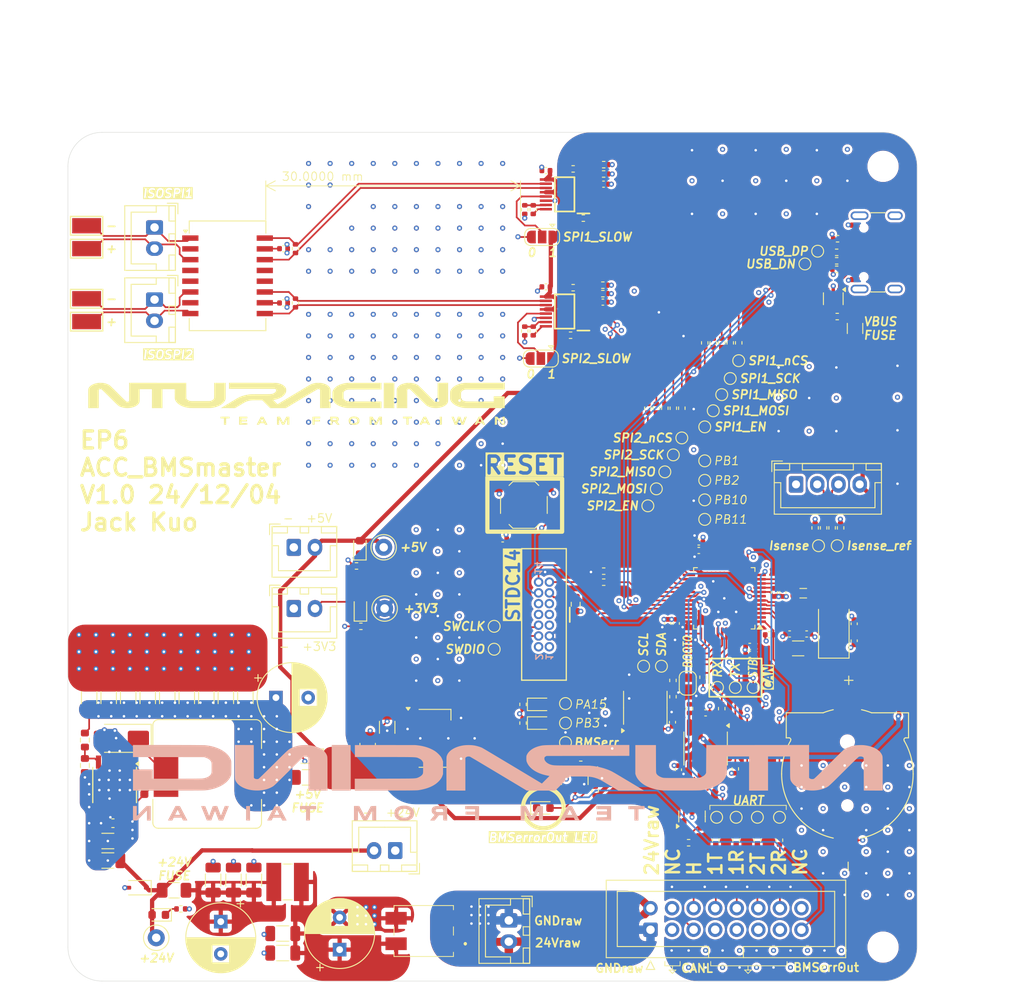
<source format=kicad_pcb>
(kicad_pcb (version 20240108) (generator "pcbnew") (generator_version "8.0")
  (title_block (title "ACC_BMSmaster") (date "2024-11-30") (rev "1.0") (company "NTURacing Team") (comment 1 "Jack Kuo"))
  (layers (0 "F.Cu" signal) (1 "In1.Cu" signal) (2 "In2.Cu" signal) (31 "B.Cu" signal) (34 "B.Paste" user) (35 "F.Paste" user) (36 "B.SilkS" user "B.Silkscreen") (37 "F.SilkS" user "F.Silkscreen") (38 "B.Mask" user) (39 "F.Mask" user) (44 "Edge.Cuts" user))
  (net 0 "")
  (net 1 "GND")
  (net 2 "/power/+24V_proCMfilter")
  (net 3 "/power/+24V_prefuse")
  (net 4 "/power/5V_buck_sw")
  (net 5 "Net-(U1-BOOT)")
  (net 6 "+24V")
  (net 7 "/power/5V_buck")
  (net 8 "+5V")
  (net 9 "+3V3")
  (net 10 "/MCU/3V3_REF")
  (net 11 "/MCU/OSC_IN")
  (net 12 "/MCU/OSC_OUT")
  (net 13 "/MCU/OSC32_IN")
  (net 14 "/MCU/OSC32_OUT")
  (net 15 "/MCU/SWD_NRST")
  (net 16 "/ISOSPI/CT1")
  (net 17 "/ISOSPI/CT2")
  (net 18 "Net-(D2-K)")
  (net 19 "Net-(D6-K)")
  (net 20 "Net-(D7-K)")
  (net 21 "/CANL")
  (net 22 "/CANH")
  (net 23 "Net-(D9-K)")
  (net 24 "/errorOut")
  (net 25 "GNDPWR")
  (net 26 "/power/+24V_preCMfilter")
  (net 27 "Net-(U6-CANH)")
  (net 28 "Net-(U6-CANL)")
  (net 29 "/ISOSPI/ISOSPI1_IP")
  (net 30 "/ISOSPI/SPI1_nCS")
  (net 31 "/ISOSPI/SPI1_MISO")
  (net 32 "Net-(IC1-POL)")
  (net 33 "/ISOSPI/ISOSPI1_ICMP")
  (net 34 "/ISOSPI/ISOSPI1_IM")
  (net 35 "/ISOSPI/SPI1_SCK")
  (net 36 "/ISOSPI/SPI1_MOSI")
  (net 37 "/ISOSPI/ISOSPI1_SLOW")
  (net 38 "Net-(IC1-PHA)")
  (net 39 "/ISOSPI/SPI1_EN")
  (net 40 "/ISOSPI/ISOSPI1_IBIAS")
  (net 41 "/ISOSPI/SPI2_SCK")
  (net 42 "/ISOSPI/SPI2_MOSI")
  (net 43 "/ISOSPI/ISOSPI2_ICMP")
  (net 44 "Net-(IC2-PHA)")
  (net 45 "Net-(IC2-POL)")
  (net 46 "/ISOSPI/SPI2_MISO")
  (net 47 "/ISOSPI/SPI2_EN")
  (net 48 "/ISOSPI/SPI2_nCS")
  (net 49 "/ISOSPI/ISOSPI2_IM")
  (net 50 "/ISOSPI/ISOSPI2_IP")
  (net 51 "/ISOSPI/ISOSPI2_IBIAS")
  (net 52 "/ISOSPI/ISOSPI2_SLOW")
  (net 55 "/UART1__TX")
  (net 57 "/MCU/SWD_SWCLK")
  (net 58 "/UART1__RX")
  (net 59 "/MCU/GNDDetect")
  (net 60 "/MCU/SWD_SWDIO")
  (net 64 "/MCU/USB_D+")
  (net 66 "/MCU/VBUS")
  (net 67 "/MCU/USB_D-")
  (net 68 "Net-(J3-CC1)")
  (net 69 "Net-(J3-CC2)")
  (net 70 "/ISOSPI/ISOSPI1+")
  (net 71 "/ISOSPI/ISOSPI1-")
  (net 72 "/ISOSPI/ISOSPI2-")
  (net 73 "/ISOSPI/ISOSPI2+")
  (net 74 "Net-(J6-Pin_3)")
  (net 75 "Net-(J6-Pin_2)")
  (net 77 "/UART2__RX")
  (net 79 "/UART2__TX")
  (net 80 "/MCU/BOOT0")
  (net 81 "Net-(Q1-G)")
  (net 82 "/power/5V_buck_FB")
  (net 83 "Net-(U5-ST)")
  (net 84 "/MCU/USB_DN")
  (net 85 "/MCU/USB_DP")
  (net 86 "/MCU/I2C1_SDA")
  (net 87 "/MCU/I2C1_SCL")
  (net 88 "/MCU/CAN1_TX")
  (net 89 "Net-(U6-TXD)")
  (net 90 "/MCU/CAN1_RX")
  (net 91 "Net-(U6-RXD)")
  (net 92 "/MCU/CAN1_STB")
  (net 93 "Net-(U6-STB)")
  (net 94 "/MCU/Isense_ref")
  (net 95 "/MCU/Isense")
  (net 98 "/MCU/T_VCP_TX")
  (net 99 "/MCU/T_VCP_RX")
  (net 100 "/MCU/SPI2_SCK")
  (net 101 "/MCU/SPI2_MISO")
  (net 102 "/MCU/SPI2_MOSI")
  (net 108 "/MCU/VBAT")
  (net 109 "/MCU/BMSerr")
  (net 110 "/MCU/SPI2_nCS")
  (net 113 "/MCU/SPI1_SCK")
  (net 114 "/MCU/SPI1_MISO")
  (net 115 "/MCU/SPI1_MOSI")
  (net 116 "/MCU/SPI1_nCS")
  (net 117 "/MCU/SPI2_EN")
  (net 118 "/MCU/UART2_RX")
  (net 119 "/MCU/UART2_TX")
  (net 120 "Net-(U3-PB1)")
  (net 121 "/MCU/SPI1_EN")
  (net 122 "Net-(U3-PB10)")
  (net 123 "Net-(U3-PB11)")
  (net 128 "Net-(U5-VOUT)")
  (net 129 "Net-(D1-K)")
  (net 130 "/MCU/PB3")
  (net 131 "Net-(D10-K)")
  (net 132 "/MCU/PA15")
  (net 133 "Net-(U3-PB2)")
  (net 134 "/MCU/UART1_RX")
  (net 135 "/MCU/UART1_TX")
  (footprint "TestPoint:TestPoint_Pad_D1.0mm" (layer "F.Cu") (at 145.4 136.7)
    (property "Reference" "TP13" (hide yes))
    (property "Value" "SPI1_SCK")
  )
  (footprint "Resistor_SMD:R_0402_1005Metric" (layer "F.Cu") (at 147.6 131 -90)
    (property "Reference" "R20" (hide yes))
    (property "Value" "10k")
  )
  (footprint "LED_SMD:LED_0603_1608Metric" (layer "F.Cu") (at 79.7 148.2 180)
    (property "Reference" "D2" (hide yes))
    (property "Value" "RED 24V")
  )
  (footprint "Capacitor_SMD:C_1206_3216Metric" (layer "F.Cu") (at 80.7 122.6 90)
    (property "Reference" "C42" (hide yes))
    (property "Value" "22u 25V")
  )
  (footprint "Resistor_SMD:R_0402_1005Metric" (layer "F.Cu") (at 122.6 125.6 90)
    (property "Reference" "R56" (hide yes))
    (property "Value" "1k")
  )
  (footprint "Package_TO_SOT_SMD:SOT-363_SC-70-6" (layer "F.Cu") (at 159.1375 75.6 -90)
    (property "Reference" "U5" (hide yes))
    (property "Value" "LM66100DCK")
  )
  (footprint "TestPoint:TestPoint_Pad_D1.0mm" (layer "F.Cu") (at 127.6 127.9)
    (property "Reference" "TP32" (hide yes))
    (property "Value" "BMSerr")
  )
  (footprint "Resistor_SMD:R_0402_1005Metric" (layer "F.Cu") (at 131 130.9 -90)
    (property "Reference" "R27" (hide yes))
    (property "Value" "1k")
  )
  (footprint "Resistor_SMD:R_0402_1005Metric" (layer "F.Cu") (at 131.1 133.6 90)
    (property "Reference" "R25" (hide yes))
    (property "Value" "1k")
  )
  (footprint "Resistor_SMD:R_0402_1005Metric" (layer "F.Cu") (at 146 123.9 -90)
    (property "Reference" "R16" (hide yes))
    (property "Value" "100R")
  )
  (footprint "TestPoint:TestPoint_Pad_D1.0mm" (layer "F.Cu") (at 145 88.8 90)
    (property "Reference" "TP11" (hide yes))
    (property "Value" "SPI1_SCK")
  )
  (footprint "Resistor_SMD:R_0402_1005Metric" (layer "F.Cu") (at 143.8 120.2 -90)
    (property "Reference" "R15" (hide yes))
    (property "Value" "100k")
  )
  (footprint "Crystal:Crystal_SMD_3215-2Pin_3.2x1.5mm" (layer "F.Cu") (at 155 116.8 180)
    (property "Reference" "Y2" (hide yes))
    (property "Value" "32.768kHz Q13FC13500004")
  )
  (footprint "Resistor_SMD:R_0603_1608Metric" (layer "F.Cu") (at 71 127.6 -90)
    (property "Reference" "R3" (hide yes))
    (property "Value" "47k 1%")
  )
  (footprint "Resistor_SMD:R_0402_1005Metric" (layer "F.Cu") (at 95.8 76.1 90)
    (property "Reference" "R29" (hide yes))
    (property "Value" "120R")
  )
  (footprint "Capacitor_SMD:C_0402_1005Metric" (layer "F.Cu") (at 149.3 117.5 180)
    (property "Reference" "C20" (hide yes))
    (property "Value" "10u 6V")
  )
  (footprint "TestPoint:TestPoint_Pad_D1.0mm" (layer "F.Cu") (at 145.5 121.4 90)
    (property "Reference" "TP24" (hide yes))
    (property "Value" "CAN1_RX")
  )
  (footprint "SamacSys_Parts_EP6:SOP50P490X110-16N" (layer "F.Cu") (at 127.5 77.1 180)
    (property "Reference" "IC1" (hide yes))
    (property "Value" "LTC6820HMS" (hide yes))
  )
  (footprint "Capacitor_SMD:C_0402_1005Metric" (layer "F.Cu") (at 143.3 105.2625)
    (property "Reference" "C22" (hide yes))
    (property "Value" "0u1")
  )
  (footprint "TestPoint:TestPoint_Pad_D1.0mm" (layer "F.Cu") (at 144 97)
    (property "Reference" "TP30" (hide yes))
    (property "Value" "PB2")
  )
  (footprint "TestPoint:TestPoint_Pad_D1.0mm" (layer "F.Cu") (at 144 99.3 90)
    (property "Reference" "TP34" (hide yes))
    (property "Value" "PB10")
  )
  (footprint "Connector_JST:JST_XH_B2B-XH-A_1x02_P2.50mm_Vertical" (layer "F.Cu") (at 79.2 75.7 -90)
    (property "Reference" "J4" (hide yes))
    (property "Value" "ISOSPI2")
  )
  (footprint "Capacitor_SMD:C_1206_3216Metric" (layer "F.Cu") (at 76.1 122.6 90)
    (property "Reference" "C47" (hide yes))
    (property "Value" "22u 25V")
  )
  (footprint "Capacitor_SMD:C_0402_1005Metric" (layer "F.Cu") (at 152.2 110.2 -90)
    (property "Reference" "C26" (hide yes))
    (property "Value" "0u1")
  )
  (footprint "Resistor_SMD:R_0402_1005Metric" (layer "F.Cu") (at 95.8 69.7 90)
    (property "Reference" "R30" (hide yes))
    (property "Value" "120R")
  )
  (footprint "nturt_kicad_lib_EP6:BAT_1056" (layer "F.Cu") (at 160.8 131.8 -90)
    (property "Reference" "BT1" (hide yes))
    (property "Value" "1056")
  )
  (footprint "Resistor_SMD:R_0402_1005Metric" (layer "F.Cu") (at 126.4 131.6 90)
    (property "Reference" "R26" (hide yes))
    (property "Value" "1k")
  )
  (footprint "TestPoint:TestPoint_Pad_D1.0mm" (layer "F.Cu") (at 148 82.9)
    (property "Reference" "TP8" (hide yes))
    (property "Value" "SPI1_nCS")
  )
  (footprint "Resistor_SMD:R_0402_1005Metric" (layer "F.Cu") (at 122.8 65.1 -90)
    (property "Reference" "R38" (hide yes))
    (property "Value" "1k")
  )
  (footprint "Capacitor_SMD:C_1206_3216Metric" (layer "F.Cu") (at 73.8 122.6 90)
    (property "Reference" "C46" (hide yes))
    (property "Value" "22u 25V")
  )
  (footprint "Resistor_SMD:R_0402_1005Metric" (layer "F.Cu") (at 132.1 107.7 180)
    (property "Reference" "R58" (hide yes))
    (property "Value" "100R")
  )
  (footprint "Capacitor_SMD:C_0402_1005Metric" (layer "F.Cu") (at 94.4 69.7)
    (property "Reference" "C37" (hide yes))
    (property "Value" "27p")
  )
  (footprint "Resistor_SMD:R_0402_1005Metric" (layer "F.Cu") (at 128.2 79.9)
    (property "Reference" "R32" (hide yes))
    (property "Value" "2k")
  )
  (footprint "Resistor_SMD:R_0402_1005Metric" (layer "F.Cu") (at 159.538795 72.133795)
    (property "Reference" "R9" (hide yes))
    (property "Value" "5k1")
  )
  (footprint "Capacitor_SMD:C_1206_3216Metric" (layer "F.Cu") (at 73.7 141.8 180)
    (property "Reference" "C10" (hide yes))
    (property "Value" "10u 35V")
  )
  (footprint "Jumper:SolderJumper-2_P1.3mm_Open_RoundedPad1.0x1.5mm" (layer "F.Cu") (at 142 120.9 -90)
    (property "Reference" "JP1" (hide yes))
    (property "Value" "BOOT0")
  )
  (footprint "Capacitor_SMD:C_0603_1608Metric" (layer "F.Cu") (at 74.3 137.4)
    (property "Reference" "C11" (hide yes))
    (property "Value" "0u1")
  )
  (footprint "Resistor_SMD:R_0402_1005Metric" (layer "F.Cu") (at 82.3 147.5)
    (property "Reference" "R2" (hide yes))
    (property "Value" "10k")
  )
  (footprint "MountingHole:MountingHole_3.2mm_M3" (layer "F.Cu") (at 165 60)
    (property "Reference" "H1" (hide yes))
    (property "Value" "MountingHole")
  )
  (footprint "SamacSys_Parts_EP6:SOP50P490X110-16N" (layer "F.Cu") (at 127.5 63.3 180)
    (property "Reference" "IC2" (hide yes))
    (property "Value" "LTC6820HMS" (hide yes))
  )
  (footprint "Capacitor_SMD:C_1206_3216Metric" (layer "F.Cu") (at 94.3 152.7 180)
    (property "Reference" "C3" (hide yes))
    (property "Value" "10u 35V")
  )
  (footprint "TestPoint:TestPoint_Pad_D1.0mm" (layer "F.Cu") (at 147.6 121.4 90)
    (property "Reference" "TP25" (hide yes))
    (property "Value" "CAN1_TX")
  )
  (footprint "Connector_JST:JST_XH_B4B-XH-A_1x04_P2.50mm_Vertical" (layer "F.Cu") (at 154.75 97.475)
    (property "Reference" "J6" (hide yes))
    (property "Value" "Isense")
  )
  (footprint "Resistor_SMD:R_0402_1005Metric" (layer "F.Cu") (at 103.5 114.2 180)
    (property "Reference" "R6" (hide yes))
    (property "Value" "1k")
  )
  (footprint "TestPoint:TestPoint_Pad_D1.0mm" (layer "F.Cu") (at 140.3 94)
    (property "Reference" "TP21" (hide yes))
    (property "Value" "SPI2_SCK")
  )
  (footprint "Crystal:Crystal_SMD_5032-2Pin_5.0x3.2mm" (layer "F.Cu") (at 159.2 114.9 90)
    (property "Reference" "Y1" (hide yes))
    (property "Value" "8MHz X50328MSB2GI")
  )
  (footprint "Capacitor_SMD:C_0402_1005Metric" (layer "F.Cu") (at 143.3 104.2625)
    (property "Reference" "C18" (hide yes))
    (property "Value" "10u 6V")
  )
  (footprint "Resistor_SMD:R_0402_1005Metric" (layer "F.Cu") (at 132.09 60.9 180)
    (property "Reference" "R40" (hide yes))
    (property "Value" "10k")
  )
  (footprint "LED_SMD:LED_0603_1608Metric" (layer "F.Cu") (at 124.6 123.4)
    (property "Reference" "D10" (hide yes))
    (property "Value" "WHITE LED")
  )
  (footprint "Resistor_SMD:R_0402_1005Metric" (layer "F.Cu") (at 140.3 88.5 90)
    (property "Reference" "R46" (hide yes))
    (property "Value" "100R")
  )
  (footprint "SamacSys_Parts_EP6:EXCX4CE900U" (layer "F.Cu") (at 144.1 133.7 180)
    (property "Reference" "FL2" (hide yes))
    (property "Value" "EXC-X4CE900U" (hide yes))
  )
  (footprint "Fuse:Fuse_1206_3216Metric" (layer "F.Cu") (at 161.7 79.1 90)
    (property "Reference" "F3" (hide yes))
    (property "Value" "0.5A")
  )
  (footprint "MountingHole:MountingHole_3.2mm_M3" (layer "F.Cu") (at 73 152)
    (property "Reference" "H3" (hide yes))
    (property "Value" "MountingHole")
  )
  (footprint "Resistor_SMD:R_0402_1005Metric" (layer "F.Cu") (at 159.6 77.7 180)
    (property "Reference" "R8" (hide yes))
    (property "Value" "10k")
  )
  (footprint "Connector_JST:JST_XH_B2B-XH-A_1x02_P2.50mm_Vertical" (layer "F.Cu") (at 120.925 148.852651 -90)
    (property "Reference" "J1" (hide yes))
    (property "Value" "24Vin")
  )
  (footprint "Capacitor_SMD:C_0402_1005Metric" (layer "F.Cu") (at 139.65 113.8625 90)
    (property "Reference" "C19" (hide yes))
    (property "Value" "10u 6V")
  )
  (footprint "Capacitor_SMD:C_0402_1005Metric" (layer "F.Cu") (at 140.9 131.1 90)
    (property "Reference" "C35" (hide yes))
    (property "Value" "0u1")
  )
  (footprint "Capacitor_SMD:C_1206_3216Metric" (layer "F.Cu") (at 106.6 126.1 90)
    (property "Reference" "C17" (hide yes))
    (property "Value" "47u 10V")
  )
  (footprint "Capacitor_SMD:C_1206_3216Metric" (layer "F.Cu") (at 71.5 122.6 90)
    (property "Reference" "C45" (hide yes))
    (property "Value" "22u 25V")
  )
  (footprint "Package_QFP:LQFP-48_7x7mm_P0.5mm" (layer "F.Cu") (at 146.3 110.9 180)
    (property "Reference" "U3" (hide yes))
    (property "Value" "STM32F103C8T6")
  )
  (footprint "SamacSys_Parts_EP6:ACM70V7012PLTL00" (layer "F.Cu") (at 110.9 150.102651 180)
    (property "Reference" "FL1" (hide yes))
    (property "Value" "ACM70V-701-2PL-TL00" (hide yes))
  )
  (footprint "Capacitor_SMD:C_1206_3216Metric" (layer "F.Cu") (at 78.4 122.6 90)
    (property "Reference" "C13" (hide yes))
    (property "Value" "22u 25V")
  )
  (footprint "TestPoint:TestPoint_Pad_D1.0mm" (layer "F.Cu") (at 127.6 123.3)
    (property "Reference" "TP19" (hide yes))
    (property "Value" "PA15")
  )
  (footprint "TestPoint:TestPoint_Pad_D1.0mm" (layer "F.Cu") (at 144 101.6 90)
    (property "Reference" "TP35" (hide yes))
    (property "Value" "PB11")
  )
  (footprint "Capacitor_SMD:C_0402_1005Metric" (layer "F.Cu") (at 120.2 103.9)
    (property "Reference" "C33" (hide yes))
    (property "Value" "0u1")
  )
  (footprint "Resistor_SMD:R_0402_1005Metric" (layer "F.Cu") (at 128.5 74.3 180)
    (property "Reference" "R31" (hide yes))
    (property "Value" "2k")
  )
  (footprint "Resistor_SMD:R_0402_1005Metric" (layer "F.Cu") (at 138.3 88.5 90)
    (property "Reference" "R48" (hide yes))
    (property "Value" "100R")
  )
  (footprint "TestPoint:TestPoint_Pad_D1.0mm" (layer "F.Cu") (at 159.6 104.7 180)
    (property "Reference" "TP1" (hide yes))
    (property "Value" "Isense")
  )
  (footprint "Capacitor_SMD:C_1206_3216Metric" (layer "F.Cu") (at 94.3 150.4 180)
    (property "Reference" "C2" (hide yes))
    (property "Value" "10u 35V")
  )
  (footprint "Resistor_SMD:R_0402_1005Metric" (layer "F.Cu") (at 147.6 128.5 -90)
    (property "Reference" "R19" (hide yes))
    (property "Value" "100R")
  )
  (footprint "MountingHole:MountingHole_3.2mm_M3" (layer "F.Cu") (at 165 152)
    (property "Reference" "H4" (hide yes))
    (property "Value" "MountingHole")
  )
  (footprint "Capacitor_SMD:C_0402_1005Metric" (layer "F.Cu") (at 144.1 124.4)
    (property "Reference" "C34" (hide yes))
    (property "Value" "0u1")
  )
  (footprint "Connector_JST:JST_XH_B2B-XH-A_1x02_P2.50mm_Vertical" (layer "F.Cu") (at 95.6 112.1)
    (property "Reference" "J9" (hide yes))
    (property "Value" "+3V3")
  )
  (footprint "TestPoint:TestPoint_Pad_D1.0mm" (layer "F.Cu") (at 144 94.7)
    (property "Reference" "TP29" (hide yes))
    (property "Value" "PB1")
  )
  (footprint "Capacitor_SMD:C_0402_1005Metric" (layer "F.Cu") (at 153.2 110.2 -90)
    (property "Reference" "C27" (hide yes))
    (property "Value" "10u 6V")
  )
  (footprint "Resistor_SMD:R_0402_1005Metric" (layer "F.Cu") (at 122.8 79.4 -90)
    (property "Reference" "R36" (hide yes))
    (property "Value" "1k")
  )
  (footprint "Capacitor_THT:CP_Radial_D8.0mm_P3.80mm" (layer "F.Cu") (at 87 149 -90)
    (property "Reference" "C7" (hide yes))
    (property "Value" "220u 35V")
  )
  (footprint "LED_SMD:LED_0603_1608Metric" (layer "F.Cu") (at 124.9875 135.6)
    (property "Reference" "D9" (hide yes))
    (property "Value" "YELLOW LED")
  )
  (footprint "Resistor_SMD:R_0402_1005Metric" (layer "F.Cu") (at 159.538795 70.133795)
    (property "Reference" "R12" (hide yes))
    (property "Value" "10R")
  )
  (footprint "TestPoint:TestPoint_Pad_D1.0mm" (layer "F.Cu") (at 152.8 136.7)
    (property "Reference" "TP7" (hide yes))
    (property "Value" "UART2_RX")
  )
  (footprint "Resistor_SMD:R_0402_1005Metric" (layer "F.Cu") (at 158 102.6 -90)
    (property "Reference" "R21" (hide yes))
    (property "Value" "10k")
  )
  (footprint "Capacitor_SMD:C_1206_3216Metric" (layer "F.Cu") (at 90.9 144.1 90)
    (property "Reference" "C5" (hide yes))
    (property "Value" "10u 35V")
  )
  (footprint "TestPoint:TestPoint_Pad_D1.0mm" (layer "F.Cu") (at 155.8 71.5 180)
    (property "Reference" "TP15" (hide yes))
    (property "Value" "USB_DN")
  )
  (footprint "Resistor_SMD:R_0402_1005Metric" (layer "F.Cu") (at 132 74 180)
    (property "Reference" "R33" (hide yes))
    (property "Value" "10k")
  )
  (footprint "TestPoint:TestPoint_Pad_D1.0mm" (layer "F.Cu") (at 136.8 118.9 90)
    (property "Reference" "TP26" (hide yes))
    (property "Value" "SCL")
  )
  (footprint "Resistor_SMD:R_0402_1005Metric" (layer "F.Cu") (at 147.7 139.4 90)
    (property "Reference" "R52" (hide yes))
    (property "Value" "100R")
  )
  (footprint "TestPoint:TestPoint_Pad_D1.0mm" (layer "F.Cu") (at 141.3 92)
    (property "Reference" "TP20" (hide yes))
    (property "Value" "SPI2_nCS")
  )
  (footprint "Connector_JST:JST_XH_B2B-XH-A_1x02_P2.50mm_Vertical" (layer "F.Cu") (at 107.55 140.625 180)
    (property "Reference" "J10" (hide yes))
    (property "Value" "+24V")
  )
  (footprint "Inductor_SMD:L_Bourns_SRR1260" (layer "F.Cu") (at 85.4 131.6)
    (property "Reference" "L2" (hide yes))
    (property "Value" "22uH 3.7A (SMDRI129-220MT)")
  )
  (footprint "LED_SMD:LED_0603_1608Metric" (layer "F.Cu") (at 124.6 125.6)
    (property "Reference" "D1" (hide yes))
    (property "Value" "WHITE LED")
  )
  (footprint "Capacitor_SMD:C_1206_3216Metric" (layer "F.Cu") (at 73.7 139.5 180)
    (property "Reference" "C9" (hide yes))
    (property "Value" "10u 35V")
  )
  (footprint "TestPoint:TestPoint_Pad_D1.0mm" (layer "F.Cu") (at 150.2 136.7)
    (property "Reference" "TP6" (hide yes))
    (property "Value" "UART2_TX")
  )
  (footprint "Resistor_SMD:R_0402_1005Metric" (layer "F.Cu") (at 157 102.6 90)
    (property "Reference" "R22" (hide yes))
    (property "Value" "20k")
  )
  (footprint "TestPoint:TestPoint_Pad_D1.0mm" (layer "F.Cu") (at 119.2 114.2)
    (property "Reference" "TP18" (hide yes))
    (property "Value" "SWCLK")
  )
  (footprint "Resistor_SMD:R_0402_1005Metric" (layer "F.Cu") (at 150.2 139.4 90)
    (property "Reference" "R55" (hide yes))
    (property "Value" "100R")
  )
  (footprint "Capacitor_SMD:C_0402_1005Metric" (layer "F.Cu") (at 94.4 76.1)
    (property "Reference" "C36" (hide yes))
    (property "Value" "27p")
  )
  (footprint "Resistor_SMD:R_0603_1608Metric" (layer "F.Cu") (at 128.8 111.6 90)
    (property "Reference" "R7" (hide yes))
    (property "Value" "100R")
  )
  (footprint "Resistor_SMD:R_0402_1005Metric" (layer "F.Cu") (at 142.1 139.7 180)
    (property "Reference" "R18" (hide yes))
    (property "Value" "120R")
  )
  (footprint "nturt_kicad_lib_EP6:Transformer_Ethernet_Wuerth_749013011A" (layer "F.Cu") (at 87.8 72.9)
    (property "Reference" "TR1" (hide yes))
    (property "Value" "Wuerth_749013011A")
  )
  (footprint "Capacitor_THT:CP_Radial_D8.0mm_P3.80mm" (layer "F.Cu") (at 101 152.3 90)
    (property "Reference" "C1" (hide yes))
    (property "Value" "220u 35V")
  )
  (footprint "Connector_USB:USB_C_Receptacle_GCT_USB4105-xx-A_16P_TopMnt_Horizontal" (layer "F.Cu") (at 165.338795 70.133795 90)
    (property "Reference" "J3" (hide yes))
    (property "Value" "USB_C_stm32")
  )
  (footprint "LED_SMD:LED_0603_1608Metric" (layer "F.Cu") (at 103.3875 104.9 90)
    (property "Reference" "D6" (hide yes))
    (property "Value" "RED 5V")
  )
  (footprint "Resistor_SMD:R_0402_1005Metric" (layer "F.Cu") (at 148 80.8 90)
    (property "Reference" "R45" (hide yes))
    (property "Value" "100R")
  )
  (footprint "MountingHole:MountingHole_3.2mm_M3" (layer "F.Cu") (at 73 60)
    (property "Reference" "H2" (hide yes))
    (property "Value" "MountingHole")
  )
  (footprint "Resistor_SMD:R_0402_1005Metric" (layer "F.Cu") (at 132 75 180)
    (property "Reference" "R34" (hide yes))
    (property "Value" "10k")
  )
  (footprint "Resistor_SMD:R_0402_1005Metric" (layer "F.Cu") (at 144 80.8 90)
    (property "Reference" "R50" (hide yes))
    (property "Value" "100R")
  )
  (footprint "TestPoint:TestPoint_Pad_D1.0mm" (layer "F.Cu") (at 157.3 70 180)
    (property "Reference" "TP16" (hide yes))
    (property "Value" "USB_DP")
  )
  (footprint "TestPoint:TestPoint_Pad_D1.0mm" (layer "F.Cu") (at 157.4 104.7 180)
    (property "Reference" "TP5" (hide yes))
    (property "Value" "Isense_ref")
  )
  (footprint "TestPoint:TestPoint_Keystone_5015_Micro-Minature" (layer "F.Cu") (at 71.2 69.7 180)
    (property "Reference" "TP39" (hide yes))
    (property "Value" "ISOSPI1+")
  )
  (footprint "Diode_SMD:D_SOD-323" (layer "F.Cu") (at 77.2 145 180)
    (property "Reference" "D3" (hide yes))
    (property "Value" "27V BZT52C27")
  )
  (footprint "Resistor_SMD:R_0402_1005Metric" (layer "F.Cu") (at 102.9875 107.0875 180)
    (property "Reference" "R5" (hide yes))
    (property "Value" "1k")
  )
  (footprint "Resistor_SMD:R_0402_1005Metric" (layer "F.Cu") (at 159 102.6 -90)
    (property "Reference" "R23" (hide yes))
    (property "Value" "10k")
  )
  (footprint "Resistor_SMD:R_0402_1005Metric" (layer "F.Cu") (at 159.638795 68.533795)
    (property "Reference" "R10" (hide yes))
    (property "Value" "5k1")
  )
  (footprint "Resistor_SMD:R_0402_1005Metric" (layer "F.Cu") (at 147 80.8 90)
    (property "Reference" "R1" (hide yes))
    (property "Value" "100R")
  )
  (footprint "TestPoint:TestPoint_Pad_D1.0mm" (layer "F.Cu") (at 147 85)
    (property "Reference" "TP9" (hide yes))
    (property "Value" "SPI1_SCK")
  )
  (footprint "Jumper:SolderJumper-3_P1.3mm_Open_RoundedPad1.0x1.5mm" (layer "F.Cu") (at 124.7 82.65 180)
    (property "Reference" "JP2" (hide yes))
    (property "Value" "ISOSPI2_SLOW")
  )
  (footprint "Resistor_SMD:R_0402_1005Metric" (layer "F.Cu") (at 140.255 120.575 90)
    (property "Reference" "R13" (hide yes))
    (property "Value" "10k")
  )
  (footprint "Resistor_SMD:R_0603_1608Metric" (layer "F.Cu") (at 71 130.6 -90)
    (property "Reference" "R4" (hide yes))
    (property "Value" "15k 1%")
  )
  (footprint "Capacitor_SMD:C_0402_1005Metric" (layer "F.Cu") (at 149.3 116.5625 180)
    (property "Reference" "C24" (hide yes))
    (property "Value" "0u1")
  )
  (footprint "Resistor_SMD:R_0402_1005Metric" (layer "F.Cu") (at 145.3 139.4 90)
    (property "Reference" "R53" (hide yes))
    (property "Value" "100R")
  )
  (footprint "Resistor_SMD:R_0402_1005Metric" (layer "F.Cu") (at 129.7 66.1)
    (property "Reference" "R41" (hide yes))
    (property "Value" "2k")
  )
  (footprint "Resistor_SMD:R_0402_1005Metric" (layer "F.Cu") (at 159.538795 71.133795)
    (property "Reference" "R11" (hide yes))
    (property "Value" "10R")
  )
  (footprint "Resistor_SMD:R_0402_1005Metric" (layer "F.Cu") (at 140.255 122.5 -90)
    (property "Reference" "R14" (hide yes))
    (property "Value" "10k")
  )
  (footprint "Capacitor_SMD:C_0402_1005Metric" (layer "F.Cu") (at 156 115.1)
    (property "Reference" "C32" (hide yes))
    (property "Value" "15p")
  )
  (footprint "Package_SO:SOIC-8_3.9x4.9mm_P1.27mm" (layer "F.Cu") (at 144.1 128.6 -90)
    (property "Reference" "U6" (hide yes))
    (property "Value" "TCAN1042VDRQ1")
  )
  (footprint "Capacitor_SMD:C_0402_1005Metric" (layer "F.Cu") (at 140.2 125.5 -90)
    (property "Reference" "C28" (hide yes))
    (property "Value" "1u")
  )
  (footprint "Resistor_SMD:R_0402_1005Metric" (layer "F.Cu") (at 123.8 65.1 90)
    (property "Reference" "R37" (hide yes))
    (property "Value" "1k")
  )
  (footprint "Resistor_SMD:R_0402_1005Metric" (layer "F.Cu") (at 122.6 123.4 -90)
    (property "Reference" "R57" (hide yes))
    (property "Value" "1k")
  )
  (footprint "TestPoint:TestPoint_Pad_D1.0mm" (layer "F.Cu") (at 138.9 118.9 90)
    (property "Reference" "TP27" (hide yes))
    (property "Value" "SDA")
  )
  (footprint "Diode_SMD:D_SOD-323" (layer "F.Cu") (at 97.5 129.5 180)
    (property "Reference" "D5" (hide yes))
    (property "Value" "5.6V BZT52C5V6S")
  )
  (footprint "Resistor_SMD:R_0402_1005Metric" (layer "F.Cu") (at 128.5 60.3 180)
    (property "Reference" "R42" (hide yes))
    (property "Value" "2k")
  )
  (footprint "nturt_kicad_lib_EP6:box_header_14P_pitch127" (layer "F.Cu") (at 125.7 116.61 -90)
    (property "Reference" "J2" (hide yes))
    (property "Value" "STDC14")
  )
  (footprint "Capacitor_SMD:C_0402_1005Metric" (layer "F.Cu") (at 161.6 113.9 90)
    (property "Reference" "C30" (hide yes))
    (property "Value" "33p")
  )
  (footprint "TestPoint:TestPoint_Pad_D1.0mm" (layer "F.Cu") (at 147.7 136.7)
    (property "Reference" "TP14" (hide yes))
    (property "Value" "SPI1_SCK")
  )
  (footprint "Capacitor_SMD:C_0402_1005Metric" (layer "F.Cu") (at 132 76)
    (property "Reference" "C39" (hide yes))
    (property "Value" "0u1")
  )
  (footprint "Resistor_SMD:R_0402_1005Metric" (layer "F.Cu") (at 132.1 109 180)
    (property "Reference" "R59" (hide yes))
    (property "Value" "100R")
  )
  (footprint "Resistor_SMD:R_0402_1005Metric" (layer "F.Cu") (at 145 80.8 90)
    (property "Reference" "R44" (hide yes))
    (property "Value" "100R")
  )
  (footprint "TestPoint:TestPoint_Pad_D1.0mm" (layer "F.Cu") (at 119.2 116.9)
    (property "Reference" "TP17" (hide yes))
    (property "Value" "SWDIO")
  )
  (footprint "TestPoint:TestPoint_Pad_D1.0mm" (layer "F.Cu") (at 144 90.7 90)
    (property "Reference" "TP33" (hide yes))
    (property "Value" "SPI2_EN")
  )
  (footprint "Capacitor_SMD:C_1206_3216Metric" (layer "F.Cu") (at 87.6 122.6 90)
    (property "Reference" "C14" (hide yes))
    (property "Value" "22u 25V")
  )
  (footprint "Connector_JST:JST_XH_B2B-XH-A_1x02_P2.50mm_Vertical" (layer "F.Cu") (at 79.2 67.2 -90)
    (property "Reference" "J5" (hide yes))
    (property "Value" "ISOSPI1")
  )
  (footprint "TestPoint:TestPoint_Pad_D1.0mm" (layer "F.Cu") (at 138.3 98 90)
    (property "Reference" "TP23" (hide yes))
    (property "Value" "SPI2_MOSI")
  )
  (footprint "Capacitor_SMD:C_1206_3216Metric" (layer "F.Cu") (at 104.3 128.7 90)
    (property "Reference" "C16" (hide yes))
    (property "Value" "47u 10V")
  )
  (footprint "Capacitor_SMD:C_0402_1005Metric" (layer "F.Cu") (at 161.6 115.9 -90)
    (property "Reference" "C29" (hide yes))
    (property "Value" "33p")
  )
  (footprint "Resistor_SMD:R_0402_1005Metric" (layer "F.Cu") (at 139.3 88.5 90)
    (property "Reference" "R47" (hide yes))
    (property "Value" "100R")
  )
  (footprint "TestPoint:TestPoint_Keystone_5015_Micro-Minature" (layer "F.Cu") (at 71.2 78.3 180)
    (property "Reference" "TP36" (hide yes))
    (property "Value" "ISOSPI2+")
  )
  (footprint "TestPoint:TestPoint_Pad_D1.0mm" (layer "F.Cu") (at 137.3 100 90)
    (property "Reference" "TP12" (hide yes))
    (property "Value" "SPI1_SCK")
  )
  (footprint "Capacitor_SMD:C_0603_1608Metric" (layer "F.Cu") (at 78 133.2 -90)
    (property "Reference" "C8" (hide yes))
    (property "Value" "10n")
  )
  (footprint "Resistor_SMD:R_0402_1005Metric" (layer "F.Cu") (at 137.3 88.5 90)
    (property "Reference" "R51" (hide yes))
    (property "Value" "100R")
  )
  (footprint "TestPoint:TestPoint_Pad_D1.0mm" (layer "F.Cu") (at 127.6 125.6)
    (property "Reference" "TP31" (hide yes))
    (property "Value" "PB3")
  )
  (footprint "Connector_IDC:IDC-Header_2x08_P2.54mm_Vertical" (layer "F.Cu") (at 137.61 149.9525 90)
    (property "Reference" "J7" (hide yes))
    (property "Value" "to connector board")
  )
  (footprint "Package_TO_SOT_SMD:SOT-23" (layer "F.Cu") (at 128.7 132.2 -90)
    (property "Reference" "Q1" (hide yes))
    (property "Value" "2N7002")
  )
  (footprint "Jumper:SolderJumper-3_P1.3mm_Open_RoundedPad1.0x1.5mm" (layer "F.Cu") (at 124.85 68.325 180)
    (property "Reference" "JP3" (hide yes))
    (property "Value" "ISOSPI1_SLOW")
  )
  (footprint "TestPoint:TestPoint_Keystone_5015_Micro-Minature" (layer "F.Cu") (at 71.2 75.6 180)
    (property "Reference" "TP37" (hide yes))
    (property "Value" "ISOSPI2-")
  )
  (footprint "LED_SMD:LED_0603_1608Metric" (layer "F.Cu") (at 103.45 112.1 90)
    (property "Reference" "D7" (hide yes))
    (property "Value" "RED 3V3")
  )
  (footprint "Capacitor_SMD:C_1206_3216Metric" (layer "F.Cu") (at 88.5 144.1 90)
    (property "Reference" "C4" (hide yes))
    (property "Value" "10u 35V")
  )
  (footprint "Capacitor_SMD:C_1206_3216Metric" (layer "F.Cu") (at 85.3 122.6 90)
    (property "Reference" "C44" (hide yes))
    (property "Value" "22u 25V")
  )
  (footprint "TestPoint:TestPoint_Loop_D1.80mm_Drill1.0mm_Beaded" (layer "F.Cu") (at 106.1875 104.8875)
    (property "Reference" "TP3" (hide yes))
    (property "Value" "5V")
  )
  (footprint "Inductor_SMD:L_Ferrocore_DLG-0403" (layer "F.Cu") (at 94.869 144.3228 180)
    (property "Reference" "L1" (hide yes))
    (property "Value" "7A 220nH NBMC0420HN-R22M")
  )
  (footprint "TestPoint:TestPoint_Loop_D1.80mm_Drill1.0mm_Beaded" (layer "F.Cu") (at 106.3 112.1)
    (property "Reference" "TP4" (hide yes))
    (property "Value" "3V3")
  )
  (footprint "Resistor_SMD:R_0402_1005Metric" (layer "F.Cu") (at 146 80.8 90)
    (property "Reference" "R43" (hide yes))
    (property "Value" "100R")
  )
  (footprint "Resistor_SMD:R_0402_1005Metric" (layer "F.Cu") (at 141.3 88.5 90)
    (property "Reference" "R49" (hide yes))
    (property "Value" "100R")
  )
  (footprint "Capacitor_THT:CP_Radial_D8.0mm_P3.80mm" (layer "F.Cu") (at 93.497349 122.6)
    (property "Reference" "C15" (hide yes))
    (property "Value" "330u 25V")
  )
  (footprint "Capacitor_SMD:C_0402_1005Metric" (layer "F.Cu") (at 132.08 62.1)
    (property "Reference" "C40" (hide yes))
    (property "Value" "0u1")
  )
  (footprint "Button_Switch_SMD:SW_Push_1P1T_XKB_TS-1187A" (layer "F.Cu") (at 122.7 99.9)
    (property "Reference" "SW1" (hide yes))
    (property "Value" "TS-1187A-B-A-B")
  )
  (footprint "Capacitor_SMD:C_0402_1005Metric" (layer "F.Cu") (at 154 115.1 180)
    (property "Reference" "C31" (hide yes))
    (property "Value" "15p")
  )
  (footprint "Capacitor_SMD:C_1206_3216Metric" (layer "F.Cu") (at 89.9 122.6 90)
    (property "Reference" "C12" (hide yes))
    (property "Value" "22u 25V")
  )
  (footprint "Resistor_SMD:R_0402_1005Metric" (layer "F.Cu") (at 160 102.6 90)
    (property "Reference" "R24" (hide yes))
    (property "Value" "20k")
  )
  (footprint "Capacitor_SMD:C_0402_1005Metric" (layer "F.Cu") (at 125.3 60.5 180)
    (property "Reference" "C41" (hide yes))
    (property "Value" "0u1")
  )
  (footprint "Fuse:Fuse_1206_3216Metric" (layer "F.Cu") (at 81.5 145.3 180)
    (property "Reference" "F1" (hide yes))
    (property "Value" "0.5A")
  )
  (footprint "TestPoint:TestPoint_Pad_D1.0mm" (layer "F.Cu") (at 146 86.9)
    (property "Reference" "TP10" (hide yes))
    (property "Value" "SPI1_SCK")
  )
  (footprint "Capacitor_SMD:C_0402_1005Metric" (layer "F.Cu") (at 140.65 113.8625 90)
    (property "Reference" "C23" (hide yes))
    (property "Value" "0u1")
  )
  (footprint "Package_TO_SOT_SMD:SOT-223-3_TabPin2" (layer "F.Cu") (at 112.2 127.4)
    (property "Reference" "U2" (hide yes))
    (property "Value" "AMS1117-3.3")
  )
  (footprint "Resistor_SMD:R_0402_1005Metric" (layer "F.Cu") (at 129.4 129.7)
    (property "Reference" "R28" (hide yes))
    (property "Value" "10k")
  )
  (footprint "Connector_JST:JST_XH_B2B-XH-A_1x02_P2.50mm_Vertical" (layer "F.Cu") (at 95.6 104.9)
    (property "Reference" "J8" (hide yes))
    (property "Value" "+5V")
  )
  (footprint "TestPoint:TestPoint_Keystone_5015_Micro-Minature" (layer "F.Cu") (at 71.2 67 180)
    (property "Reference" "TP38" (hide yes))
    (property "Value" "ISOSPI1-")
  )
  (footprint "Package_TO_SOT_SMD:SOT-23" (layer "F.Cu") (at 142.5 136.6 90)
    (property "Reference" "D8" (hide yes))
    (property "Value" "NUP2105L")
  )
  (footprint "Resistor_SMD:R_0402_1005Metric" (layer "F.Cu") (at 132.1 59.8 180)
    (property "Reference" "R39" (hide yes))
    (property "Value" "10k")
  )
  (footprint "Diode_SMD:D_SMA" (layer "F.Cu") (at 75.3 127.4 180)
    (property "Reference" "D4" (hide yes))
    (property "Value" "SS54")
  )
  (footprint "Fuse:Fuse_1206_3216Metric" (layer "F.Cu") (at 97.2 132)
    (property "Reference" "F2" (hide yes))
    (property "Value" "0.5A")
  )
  (footprint "Capacitor_SMD:C_0402_1005Metric" (layer "F.Cu") (at 151.6 115.2 180)
    (property "Reference" "C25" (hide yes))
    (property "Value" "0u1")
  )
  (footprint "Capacitor_SMD:C_0402_1005Metric" (layer "F.Cu") (at 125.3 74.2 180)
    (property "Reference" "C38" (hide yes))
    (property "Value" "0u1")
  )
  (footprint "TestPoint:TestPoint_Pad_D1.0mm" (layer "F.Cu") (at 149.7 121.4)
    (property "Reference" "TP28" (hide yes))
    (property "Value" "CAN1_STB")
  )
  (footprint "Capacitor_SMD:C_1206_3216Metric" (layer "F.Cu") (at 83 122.6 90)
    (property "Reference" "C43" (hide yes))
    (property "Value" "22u 25V")
  )
  (footprint "Resistor_SMD:R_0402_1005Metric" (layer "F.Cu") (at 142.2 123.9 -90)
    (property "Reference" "R17" (hide yes))
    (property "Value" "100R")
  )
  (footprint "Resistor_SMD:R_0402_1005Metric" (layer "F.Cu") (at 123.8 79.4 90)
    (property "Reference" "R35" (hide yes))
    (property "Value" "1k")
  )
  (footprint "Inductor_SMD:L_0805_2012Metric" (layer "F.Cu") (at 155.6 110.3 180)
    (property "Reference" "FB1" (hide yes))
    (property "Value" "GZ2012D601TF")
  )
  (footprint "Package_SO:TI_SO-PowerPAD-8_ThermalVias" (layer "F.Cu") (at 74.5 132.9 -90)
    (property "Reference" "U1" (hide yes))
    (property "Value" "TPS5430DDAR")
  )
  (footprint "TestPoint:TestPoint_Pad_D1.0mm" (layer "F.Cu") (at 139.3 96)
    (property "Reference" "TP22" (hide yes))
    (property "Value" "SPI2_MISO")
  )
  (footprint "Package_SO:SOIC-8_3.9x4.9mm_P1.27mm" (layer "F.Cu") (at 137 123.8 90)
    (property "Reference" "U4" (hide yes))
    (property "Value" "CAT24C256")
  )
  (footprint "Capacitor_SMD:C_1206_3216Metric" (layer "F.Cu") (at 86.1 144.1 90)
    (property "Reference" "C6" (hide yes))
    (property "Value" "10u 35V")
  )
  (footprint "TestPoint:TestPoint_Loop_D1.80mm_Drill1.0mm_Beaded" (layer "F.Cu") (at 79.4 150.9)
    (property "Reference" "TP2" (hide yes))
    (property "Value" "24V")
  )
  (footprint "Resistor_SMD:R_0402_1005Metric" (layer "F.Cu") (at 152.8 139.4 90)
    (property "Reference" "R54" (hide yes))
    (property "Value" "100R")
  )
  (gr_poly (pts (xy 102.794801 128.1903) (xy 102.794801 129.595238) (xy 106.3 129.6) (xy 107.57267 129.602368) (xy 108.082659 129.60372) (xy 108.517426 129.605544) (xy 108.883728 129.608107) (xy 109.18832 129.611679) (xy 109.43796 129.616527) (xy 109.544285 129.619513) (xy 109.639405 129.62292) (xy 109.724165 129.62678) (xy 109.79941 129.631127) (xy 109.865984 129.635995) (xy 109.924732 129.641416) (xy 109.976499 129.647426) (xy 110.022129 129.654057) (xy 110.062466 129.661343) (xy 110.098355 129.669317) (xy 110.130642 129.678013) (xy 110.160169 129.687465) (xy 110.187783 129.697706) (xy 110.214327 129.70877) (xy 110.267584 129.733501) (xy 110.326698 129.761925) (xy 110.368714 129.782313) (xy 110.408217 129.802467) (xy 110.445322 129.822488) (xy 110.480138 129.842478) (xy 110.512777 129.862538) (xy 110.543352 129.882768) (xy 110.571973 129.903271) (xy 110.598753 129.924147) (xy 110.623802 129.945498) (xy 110.647233 129.967424) (xy 110.669157 129.990026) (xy 110.689686 130.013407) (xy 110.708932 130.037666) (xy 110.727005 130.062906) (xy 110.744018 130.089227) (xy 110.760081 130.116731) (xy 110.83152 130.238175) (xy 110.83152 130.864444) (xy 110.831246 131.049358) (xy 110.830218 131.19674) (xy 110.829325 131.257952) (xy 110.82813 131.311695) (xy 110.826592 131.358609) (xy 110.824674 131.399332) (xy 110.822338 131.434501) (xy 110.819545 131.464756) (xy 110.816256 131.490734) (xy 110.812434 131.513074) (xy 110.808039 131.532414) (xy 110.803035 131.549392) (xy 110.797381 131.564648) (xy 110.791041 131.578818) (xy 110.777014 131.605598) (xy 110.760874 131.632318) (xy 110.742683 131.658919) (xy 110.722503 131.685342) (xy 110.700398 131.711528) (xy 110.676431 131.737418) (xy 110.650663 131.762952) (xy 110.623159 131.788071) (xy 110.59398 131.812715) (xy 110.56319 131.836826) (xy 110.530852 131.860344) (xy 110.497027 131.883209) (xy 110.46178 131.905363) (xy 110.425172 131.926746) (xy 110.387267 131.947299) (xy 110.348127 131.966962) (xy 110.224287 132.027674) (xy 110.105722 132.072258) (xy 109.935197 132.103335) (xy 109.655479 132.123529) (xy 109.209334 132.135464) (xy 108.539529 132.141761) (xy 106.3 132.147938) (xy 102.782898 132.157462) (xy 102.782898 133.5624) (xy 106.419065 133.552874) (xy 108.344007 133.547108) (xy 108.996005 133.543457) (xy 109.479566 133.538885) (xy 109.823601 133.533085) (xy 110.05702 133.525751) (xy 110.141282 133.521412) (xy 110.208732 133.516574) (xy 110.262983 133.5112) (xy 110.307648 133.505249) (xy 110.505407 133.472184) (xy 110.696829 133.434612) (xy 110.881881 133.392547) (xy 111.060532 133.346003) (xy 111.232751 133.294995) (xy 111.398507 133.239536) (xy 111.557767 133.179639) (xy 111.710501 133.11532) (xy 111.856678 133.046592) (xy 111.996265 132.973468) (xy 112.129232 132.895964) (xy 112.255546 132.814092) (xy 112.375178 132.727867) (xy 112.488095 132.637303) (xy 112.594265 132.542413) (xy 112.693659 132.443212) (xy 112.734258 132.399443) (xy 112.772221 132.357264) (xy 112.8077 132.316424) (xy 112.840849 132.276673) (xy 112.871821 132.237759) (xy 112.900771 132.199431) (xy 112.927851 132.161438) (xy 112.953214 132.123529) (xy 112.977015 132.085452) (xy 112.999407 132.046957) (xy 113.020543 132.007792) (xy 113.040577 131.967706) (xy 113.059662 131.926448) (xy 113.077952 131.883767) (xy 113.0956 131.839412) (xy 113.11276 131.793131) (xy 113.177052 131.6193) (xy 113.177052 130.119113) (xy 113.11276 129.945282) (xy 113.098122 129.906977) (xy 113.081392 129.866105) (xy 113.063155 129.823893) (xy 113.043997 129.78157) (xy 113.024505 129.740364) (xy 113.005264 129.701501) (xy 112.986861 129.66621) (xy 112.969882 129.635719) (xy 112.945451 129.596692) (xy 112.915406 129.55411) (xy 112.880332 129.508549) (xy 112.84081 129.460585) (xy 112.797423 129.410793) (xy 112.750754 129.359749) (xy 112.701386 129.308029) (xy 112.6499 129.256207) (xy 112.596879 129.20486) (xy 112.542906 129.154562) (xy 112.488563 129.10589) (xy 112.434434 129.059419) (xy 112.381099 129.015725) (xy 112.329143 128.975382) (xy 112.279147 128.938967) (xy 112.231695 128.907056) (xy 112.113607 128.833499) (xy 111.991547 128.763749) (xy 111.865558 128.697814) (xy 111.735688 128.635705) (xy 111.60198 128.577434) (xy 111.46448 128.52301) (xy 111.323234 128.472444) (xy 111.178288 128.425746) (xy 111.029685 128.382927) (xy 110.877473 128.343997) (xy 110.721696 128.308968) (xy 110.562399 128.277848) (xy 110.399628 128.250649) (xy 110.233429 128.227381) (xy 110.063846 128.208055) (xy 109.890926 128.192681) (xy 106.295238 128.187918)) (stroke (width -0.000001)) (fill solid) (layer "B.SilkS"))
  (gr_poly (pts (xy 112.778391 135.370699) (xy 112.678008 135.372029) (xy 112.588399 135.374084) (xy 112.508655 135.376977) (xy 112.437864 135.380819) (xy 112.375117 135.385721) (xy 112.319504 135.391795) (xy 112.270113 135.399152) (xy 112.247467 135.403347) (xy 112.226035 135.407905) (xy 112.205703 135.41284) (xy 112.186358 135.418165) (xy 112.167887 135.423895) (xy 112.150174 135.430044) (xy 112.133107 135.436625) (xy 112.116571 135.443652) (xy 112.084639 135.459102) (xy 112.053468 135.476506) (xy 112.022147 135.495974) (xy 111.99414 135.517015) (xy 111.968201 135.54073) (xy 111.94439 135.56695) (xy 111.922767 135.595503) (xy 111.903389 135.626219) (xy 111.886317 135.658927) (xy 111.87161 135.693456) (xy 111.859327 135.729635) (xy 111.849528 135.767292) (xy 111.842272 135.806258) (xy 111.837618 135.846361) (xy 111.835626 135.88743) (xy 111.836354 135.929294) (xy 111.839862 135.971783) (xy 111.84621 136.014725) (xy 111.855457 136.05795) (xy 111.859596 136.074484) (xy 111.864018 136.090213) (xy 111.868782 136.105223) (xy 111.873948 136.119602) (xy 111.879574 136.133436) (xy 111.885719 136.146814) (xy 111.892444 136.159822) (xy 111.899807 136.172547) (xy 111.907867 136.185077) (xy 111.916685 136.197499) (xy 111.926318 136.2099) (xy 111.936827 136.222367) (xy 111.948271 136.234988) (xy 111.960709 136.24785) (xy 111.9742 136.261039) (xy 111.988803 136.274644) (xy 112.010041 136.293777) (xy 112.030553 136.311627) (xy 112.049836 136.327803) (xy 112.058861 136.335141) (xy 112.067389 136.341914) (xy 112.07536 136.348073) (xy 112.082709 136.353569) (xy 112.089375 136.358354) (xy 112.095295 136.362378) (xy 112.100405 136.365593) (xy 112.104643 136.36795) (xy 112.107946 136.369399) (xy 112.109228 136.369769) (xy 112.110252 136.369894) (xy 112.112592 136.370004) (xy 112.115139 136.370326) (xy 112.117874 136.370851) (xy 112.120779 136.371568) (xy 112.123839 136.372466) (xy 112.127034 136.373535) (xy 112.130348 136.374765) (xy 112.133763 136.376144) (xy 112.137262 136.377663) (xy 112.140827 136.379311) (xy 112.144441 136.381078) (xy 112.148087 136.382953) (xy 112.155402 136.386985) (xy 112.162635 136.391325) (xy 112.166607 136.395202) (xy 112.168626 136.400687) (xy 112.16858 136.407937) (xy 112.166358 136.417109) (xy 112.161847 136.42836) (xy 112.154936 136.441847) (xy 112.145514 136.457727) (xy 112.133469 136.476157) (xy 112.101062 136.521293) (xy 112.056822 136.578513) (xy 111.999857 136.649071) (xy 111.929274 136.734224) (xy 111.826695 136.861026) (xy 111.742646 136.966397) (xy 111.71029 137.007696) (xy 111.685832 137.03962) (xy 111.670359 137.060828) (xy 111.666332 137.066995) (xy 111.664959 137.069981) (xy 111.666305 137.071319) (xy 111.670256 137.072646) (xy 111.68546 137.075227) (xy 111.709536 137.077641) (xy 111.741454 137.079803) (xy 111.780182 137.081631) (xy 111.824686 137.083041) (xy 111.873935 137.083948) (xy 111.926895 137.084269) (xy 112.188831 137.084269) (xy 112.443626 136.774706) (xy 112.698416 136.465144) (xy 113.188955 136.465144) (xy 113.191334 136.708031) (xy 113.192098 136.841293) (xy 113.192445 136.893791) (xy 113.19342 136.937859) (xy 113.195511 136.974239) (xy 113.197128 136.989778) (xy 113.199207 137.003673) (xy 113.201809 137.016019) (xy 113.204995 137.026906) (xy 113.208826 137.036429) (xy 113.213364 137.04468) (xy 113.21867 137.051752) (xy 113.224803 137.057738) (xy 113.231826 137.062731) (xy 113.2398 137.066823) (xy 113.248785 137.070108) (xy 113.258843 137.072678) (xy 113.270035 137.074626) (xy 113.282421 137.076046) (xy 113.311022 137.077669) (xy 113.345134 137.078292) (xy 113.431847 137.079506) (xy 113.665207 137.08665) (xy 113.665207 136.084143) (xy 113.200865 136.084143) (xy 112.800814 136.084143) (xy 112.735852 136.084079) (xy 112.678152 136.083855) (xy 112.627219 136.083421) (xy 112.582558 136.082729) (xy 112.543673 136.081731) (xy 112.510069 136.080376) (xy 112.495093 136.07955) (xy 112.481252 136.078617) (xy 112.468483 136.07757) (xy 112.456724 136.076404) (xy 112.445915 136.075113) (xy 112.435992 136.073689) (xy 112.426894 136.072128) (xy 112.418559 136.070423) (xy 112.410926 136.068568) (xy 112.403931 136.066557) (xy 112.397514 136.064384) (xy 112.391612 136.062042) (xy 112.386164 136.059526) (xy 112.381107 136.05683) (xy 112.37638 136.053947) (xy 112.371921 136.050871) (xy 112.367667 136.047596) (xy 112.363557 136.044117) (xy 112.359529 136.040426) (xy 112.355522 136.036518) (xy 112.349689 136.030306) (xy 112.344247 136.023742) (xy 112.339193 136.01685) (xy 112.334528 136.009655) (xy 112.33025 136.00218) (xy 112.326358 135.994451) (xy 112.322851 135.986492) (xy 112.319729 135.978326) (xy 112.316991 135.96998) (xy 112.314635 135.961476) (xy 112.312661 135.95284) (xy 112.311069 135.944096) (xy 112.309856 135.935268) (xy 112.309023 135.926381) (xy 112.308569 135.917459) (xy 112.308492 135.908526) (xy 112.308792 135.899608) (xy 112.309467 135.890727) (xy 112.310518 135.88191) (xy 112.311942 135.87318) (xy 112.31374 135.864561) (xy 112.31591 135.856078) (xy 112.318452 135.847756) (xy 112.321364 135.839619) (xy 112.324646 135.831691) (xy 112.328297 135.823997) (xy 112.332316 135.816561) (xy 112.336702 135.809407) (xy 112.341454 135.80256) (xy 112.346572 135.796045) (xy 112.352054 135.789885) (xy 112.3579 135.784106) (xy 112.366536 135.776924) (xy 112.375751 135.770521) (xy 112.385957 135.764835) (xy 112.397564 135.75981) (xy 112.410985 135.755384) (xy 112.426632 135.751498) (xy 112.444916 135.748095) (xy 112.466248 135.745113) (xy 112.519705 135.740178) (xy 112.590296 135.736221) (xy 112.681314 135.732765) (xy 112.796051 135.729338) (xy 113.184198 135.722193) (xy 113.193718 135.903168) (xy 113.200865 136.084143) (xy 113.665207 136.084143) (xy 113.665207 135.369768) (xy 113.015124 135.369768)) (stroke (width -0.000001)) (fill solid) (layer "B.SilkS"))
  (gr_poly (pts (xy 93.60794 135.374531) (xy 93.350761 135.381675) (xy 93.117401 135.822206) (xy 92.842777 136.347383) (xy 92.64026 136.737499) (xy 92.514985 136.982507) (xy 92.482918 137.047457) (xy 92.472086 137.072362) (xy 92.473404 137.073646) (xy 92.477272 137.074818) (xy 92.492141 137.076827) (xy 92.51566 137.07839) (xy 92.546798 137.079506) (xy 92.627796 137.080399) (xy 92.726875 137.079506) (xy 92.984054 137.072362) (xy 93.067397 136.912818) (xy 93.150739 136.750893) (xy 94.081803 136.750893) (xy 94.162772 136.917581) (xy 94.24373 137.084269) (xy 94.762845 137.084269) (xy 94.493762 136.565156) (xy 94.412129 136.407167) (xy 93.893942 136.407167) (xy 93.893689 136.407994) (xy 93.891314 136.40925) (xy 93.886076 136.410347) (xy 93.867607 136.412086) (xy 93.839483 136.413268) (xy 93.802903 136.413947) (xy 93.709178 136.414021) (xy 93.596031 136.412756) (xy 93.310282 136.405612) (xy 93.460301 136.107956) (xy 93.60794 135.8103) (xy 93.755575 136.105575) (xy 93.784952 136.164864) (xy 93.811984 136.22047) (xy 93.836113 136.271165) (xy 93.856781 136.31572) (xy 93.873431 136.352908) (xy 93.885504 136.381502) (xy 93.88965 136.392192) (xy 93.892443 136.400273) (xy 93.893813 136.405591) (xy 93.893942 136.407167) (xy 94.412129 136.407167) (xy 94.263677 136.119862) (xy 94.159904 135.921548) (xy 94.081803 135.774581) (xy 94.022088 135.663109) (xy 93.9684 135.561459) (xy 93.926765 135.481241) (xy 93.903209 135.434062) (xy 93.867492 135.367387)) (stroke (width -0.000001)) (fill solid) (layer "B.SilkS"))
  (gr_poly (pts (xy 104.990315 135.374531) (xy 104.67599 135.381675) (xy 104.342616 136.005562) (xy 104.212317 136.249082) (xy 104.103895 136.448177) (xy 104.061376 136.524717) (xy 104.028513 136.582532) (xy 104.0067 136.619083) (xy 104.000373 136.628591) (xy 103.997332 136.631831) (xy 103.988719 136.620381) (xy 103.969056 136.587555) (xy 103.901488 136.466929) (xy 103.804451 136.288261) (xy 103.68777 136.069856) (xy 103.46512 135.652542) (xy 103.349633 135.438825) (xy 103.30677 135.369768) (xy 102.687646 135.369768) (xy 102.687646 137.08665) (xy 102.918628 137.079506) (xy 103.151989 137.072362) (xy 103.156751 136.51515) (xy 103.158948 136.299089) (xy 103.161813 136.120755) (xy 103.163427 136.051666) (xy 103.165123 135.999125) (xy 103.166876 135.965504) (xy 103.167764 135.95653) (xy 103.168655 135.953175) (xy 103.171058 135.95522) (xy 103.17638 135.962951) (xy 103.195184 135.994326) (xy 103.261227 136.112718) (xy 103.357185 136.290047) (xy 103.47346 136.508006) (xy 103.771112 137.072362) (xy 104.223551 137.072362) (xy 104.525972 136.500862) (xy 104.571776 136.415353) (xy 104.612906 136.338951) (xy 104.649599 136.271277) (xy 104.682092 136.21195) (xy 104.710623 136.160589) (xy 104.735428 136.116816) (xy 104.746508 136.097655) (xy 104.756745 136.080249) (xy 104.76617 136.064549) (xy 104.774812 136.050508) (xy 104.7827 136.038079) (xy 104.789864 136.027214) (xy 104.796334 136.017865) (xy 104.80214 136.009985) (xy 104.807311 136.003527) (xy 104.811877 135.998442) (xy 104.815867 135.994684) (xy 104.817656 135.993288) (xy 104.819311 135.992205) (xy 104.820838 135.99143) (xy 104.822239 135.990957) (xy 104.823519 135.99078) (xy 104.824681 135.990893) (xy 104.825728 135.99129) (xy 104.826665 135.991965) (xy 104.827495 135.992912) (xy 104.828222 135.994126) (xy 104.82885 135.9956) (xy 104.829382 135.997328) (xy 104.830174 136.001524) (xy 104.830627 136.006666) (xy 104.830771 136.012706) (xy 104.832556 136.214517) (xy 104.837918 136.584206) (xy 104.842675 137.072362) (xy 105.073657 137.079506) (xy 105.307023 137.08665) (xy 105.307023 135.367387)) (stroke (width -0.000001)) (fill solid) (layer "B.SilkS"))
  (gr_poly (pts (xy 131.238831 135.750769) (xy 132.472318 135.750769) (xy 132.481843 135.881737) (xy 132.488987 136.012706) (xy 131.310269 136.012706) (xy 131.310269 136.393706) (xy 132.47708 136.393706) (xy 132.47708 136.524675) (xy 132.477187 136.551138) (xy 132.47749 136.576541) (xy 132.477959 136.60027) (xy 132.478569 136.621711) (xy 132.47929 136.640249) (xy 132.480094 136.655271) (xy 132.480955 136.666163) (xy 132.481397 136.669869) (xy 132.481843 136.672312) (xy 132.479441 136.674543) (xy 132.470663 136.676767) (xy 132.435261 136.681167) (xy 132.378204 136.685455) (xy 132.30206 136.689576) (xy 132.102779 136.697092) (xy 131.857957 136.703268) (xy 131.226927 136.715175) (xy 131.226927 137.072362) (xy 132.100843 137.079506) (xy 132.977145 137.084269) (xy 132.977145 135.369768) (xy 131.238831 135.369768)) (stroke (width -0.000001)) (fill solid) (layer "B.SilkS"))
  (gr_poly (pts (xy 96.32971 135.750769) (xy 97.044085 135.750769) (xy 97.044085 137.08665) (xy 97.275061 137.079506) (xy 97.508427 137.072362) (xy 97.515574 136.410374) (xy 97.520331 135.750769) (xy 98.234706 135.750769) (xy 98.234706 135.369768) (xy 96.32971 135.369768)) (stroke (width -0.000001)) (fill solid) (layer "B.SilkS"))
  (gr_poly (pts (xy 122.632995 135.374531) (xy 122.321052 135.381675) (xy 122.321052 137.072362) (xy 122.552032 137.079506) (xy 122.785395 137.08665) (xy 122.785395 135.90555) (xy 123.399756 137.072362) (xy 123.847432 137.08665) (xy 124.154613 136.503244) (xy 124.464177 135.919837) (xy 124.471318 136.503244) (xy 124.476081 137.08665) (xy 124.709442 137.079506) (xy 124.940426 137.072362) (xy 124.947567 136.250831) (xy 124.948462 135.929139) (xy 124.947569 135.661472) (xy 124.94489 135.475957) (xy 124.942881 135.422798) (xy 124.94171 135.407655) (xy 124.940426 135.400724) (xy 124.93815 135.396453) (xy 124.933942 135.392558) (xy 124.927711 135.389025) (xy 124.919366 135.385842) (xy 124.908816 135.382993) (xy 124.895971 135.380465) (xy 124.863034 135.376317) (xy 124.819827 135.373284) (xy 124.765626 135.371257) (xy 124.699704 135.370122) (xy 124.621337 135.369768) (xy 124.311775 135.369768) (xy 123.973638 136.003181) (xy 123.92502 136.094211) (xy 123.880825 136.17644) (xy 123.840844 136.250221) (xy 123.804867 136.315906) (xy 123.772685 136.373847) (xy 123.74409 136.424397) (xy 123.71887 136.467908) (xy 123.696818 136.504732) (xy 123.677724 136.535221) (xy 123.66922 136.548201) (xy 123.661378 136.559728) (xy 123.654171 136.569849) (xy 123.647572 136.578606) (xy 123.641556 136.586043) (xy 123.636096 136.592205) (xy 123.631166 136.597136) (xy 123.62674 136.60088) (xy 123.622793 136.60348) (xy 123.619297 136.604981) (xy 123.61771 136.605333) (xy 123.616226 136.605427) (xy 123.614842 136.605268) (xy 123.613555 136.604862) (xy 123.612361 136.604214) (xy 123.611257 136.60333) (xy 123.609306 136.600874) (xy 123.573736 136.540078) (xy 123.496197 136.400254) (xy 123.261644 135.967462) (xy 122.942557 135.367387)) (stroke (width -0.000001)) (fill solid) (layer "B.SilkS"))
  (gr_poly (pts (xy 90.214659 135.374531) (xy 89.983677 135.381675) (xy 89.983677 137.072362) (xy 90.214659 137.079506) (xy 90.44802 137.08665) (xy 90.44802 135.367387)) (stroke (width -0.000001)) (fill solid) (layer "B.SilkS"))
  (gr_poly (pts (xy 150.234063 128.185537) (xy 144.180924 128.1903) (xy 144.169019 129.833363) (xy 144.157113 131.476425) (xy 144.092818 131.588344) (xy 144.07768 131.612073) (xy 144.06168 131.635076) (xy 144.044739 131.657409) (xy 144.026776 131.679129) (xy 144.00771 131.70029) (xy 143.987462 131.720949) (xy 143.965951 131.741162) (xy 143.943097 131.760984) (xy 143.91882 131.780471) (xy 143.893039 131.799679) (xy 143.865675 131.818664) (xy 143.836647 131.837482) (xy 143.805875 131.856187) (xy 143.773279 131.874837) (xy 143.738778 131.893488) (xy 143.702292 131.912193) (xy 143.593128 131.966906) (xy 143.491999 132.007444) (xy 143.434193 132.023059) (xy 143.366091 132.035926) (xy 143.182586 132.054473) (xy 142.908667 132.065208) (xy 142.511519 132.070249) (xy 141.216268 132.071738) (xy 140.582516 132.071556) (xy 140.092728 132.070733) (xy 139.726336 132.068849) (xy 139.582988 132.067379) (xy 139.462776 132.065487) (xy 139.36313 132.06312) (xy 139.28148 132.060226) (xy 139.215255 132.056754) (xy 139.161883 132.05265) (xy 139.118795 132.047863) (xy 139.083418 132.042339) (xy 139.053184 132.036028) (xy 139.02552 132.028875) (xy 138.962427 132.009582) (xy 138.900964 131.988385) (xy 138.841307 131.965387) (xy 138.783636 131.940694) (xy 138.728127 131.914411) (xy 138.674958 131.886641) (xy 138.624308 131.857491) (xy 138.576355 131.827064) (xy 138.531276 131.795464) (xy 138.489249 131.762798) (xy 138.450452 131.729168) (xy 138.415063 131.694681) (xy 138.398702 131.677148) (xy 138.38326 131.65944) (xy 138.368759 131.64157) (xy 138.355221 131.62355) (xy 138.342668 131.605395) (xy 138.331123 131.587117) (xy 138.320608 131.568728) (xy 138.311145 131.550243) (xy 138.294629 131.512283) (xy 138.28216 131.462212) (xy 138.273095 131.380551) (xy 138.266793 131.247825) (xy 138.25991 130.75126) (xy 138.256375 129.816694) (xy 138.251613 128.1903) (xy 135.822739 128.1903) (xy 135.822739 131.571675) (xy 135.877505 131.738363) (xy 135.893836 131.784553) (xy 135.911601 131.830287) (xy 135.930837 131.875609) (xy 135.951584 131.920565) (xy 135.973879 131.9652) (xy 135.997762 132.009559) (xy 136.02327 132.053688) (xy 136.050443 132.097633) (xy 136.079317 132.141438) (xy 136.109932 132.185148) (xy 136.142326 132.22881) (xy 136.176538 132.272469) (xy 136.212605 132.316169) (xy 136.250567 132.359957) (xy 136.290461 132.403877) (xy 136.332326 132.447975) (xy 136.431287 132.545105) (xy 136.537005 132.638228) (xy 136.649372 132.727298) (xy 136.768279 132.812269) (xy 136.893618 132.893096) (xy 137.025282 132.969734) (xy 137.163161 133.042137) (xy 137.307148 133.11026) (xy 137.457135 133.174058) (xy 137.613013 133.233485) (xy 137.774675 133.288496) (xy 137.942012 133.339046) (xy 138.114917 133.385089) (xy 138.29328 133.42658) (xy 138.476994 133.463474) (xy 138.665951 133.495725) (xy 138.90333 133.526011) (xy 139.050539 133.535323) (xy 139.254118 133.541564) (xy 139.942449 133.547294) (xy 141.192458 133.548113) (xy 142.238309 133.546624) (xy 142.631322 133.544596) (xy 142.947735 133.541564) (xy 143.195055 133.537415) (xy 143.380788 133.532039) (xy 143.51244 133.525323) (xy 143.597519 133.517156) (xy 143.804676 133.486073) (xy 144.005517 133.449988) (xy 144.199974 133.408922) (xy 144.387982 133.362895) (xy 144.569474 133.31193) (xy 144.744383 133.256046) (xy 144.912644 133.195265) (xy 145.074191 133.129607) (xy 145.228957 133.059094) (xy 145.376875 132.983746) (xy 145.517879 132.903585) (xy 145.651904 132.818631) (xy 145.778883 132.728905) (xy 145.89875 132.634428) (xy 146.011437 132.535221) (xy 146.11688 132.431306) (xy 146.156749 132.388971) (xy 146.194285 132.347567) (xy 146.229609 132.306909) (xy 146.262844 132.266814) (xy 146.294111 132.227095) (xy 146.323533 132.187567) (xy 146.351232 132.148047) (xy 146.37733 132.108349) (xy 146.401949 132.068288) (xy 146.425211 132.027679) (xy 146.447238 131.986338) (xy 146.468153 131.94408) (xy 146.488076 131.900719) (xy 146.507132 131.856071) (xy 146.52544 131.809952) (xy 146.543125 131.762175) (xy 146.609799 131.571675) (xy 146.616943 130.5525) (xy 146.624087 129.535706) (xy 149.217269 129.535706) (xy 149.217269 133.560019) (xy 151.455644 133.560019) (xy 151.455644 129.535706) (xy 154.051205 129.535706) (xy 154.051205 130.831105) (xy 154.051578 131.314946) (xy 154.052461 131.511715) (xy 154.054182 131.681807) (xy 154.057019 131.827789) (xy 154.061251 131.952228) (xy 154.063978 132.007171) (xy 154.067158 132.057691) (xy 154.070826 132.104109) (xy 154.075018 132.146746) (xy 154.079768 132.185923) (xy 154.08511 132.22196) (xy 154.091081 132.255179) (xy 154.097714 132.285901) (xy 154.105045 132.314446) (xy 154.113109 132.341135) (xy 154.12194 132.366289) (xy 154.131573 132.39023) (xy 154.142043 132.413277) (xy 154.153385 132.435752) (xy 154.165635 132.457977) (xy 154.178826 132.480271) (xy 154.208173 132.526352) (xy 154.241706 132.576563) (xy 154.311253 132.671893) (xy 154.390217 132.763128) (xy 154.478307 132.850135) (xy 154.575229 132.932783) (xy 154.68069 133.010937) (xy 154.794397 133.084466) (xy 154.916057 133.153238) (xy 155.045377 133.217119) (xy 155.182064 133.275977) (xy 155.325825 133.329679) (xy 155.476367 133.378094) (xy 155.633397 133.421087) (xy 155.796622 133.458528) (xy 155.965749 133.490283) (xy 156.140485 133.51622) (xy 156.320537 133.536206) (xy 156.443365 133.545706) (xy 156.567801 133.551033) (xy 156.693444 133.552259) (xy 156.819892 133.549452) (xy 156.946746 133.542683) (xy 157.073602 133.532021) (xy 157.200062 133.517535) (xy 157.325722 133.499297) (xy 157.450182 133.477375) (xy 157.573042 133.451839) (xy 157.693899 133.42276) (xy 157.812353 133.390206) (xy 157.928002 133.354248) (xy 158.040446 133.314955) (xy 158.149283 133.272397) (xy 158.254112 133.226644) (xy 158.371374 133.168647) (xy 158.486321 133.098875) (xy 158.549945 133.053172) (xy 158.621415 132.996844) (xy 158.79912 132.842072) (xy 159.041901 132.614076) (xy 159.37222 132.292375) (xy 160.38533 131.285925) (xy 160.794398 130.877643) (xy 161.145953 130.528464) (xy 161.441866 130.236547) (xy 161.684004 130.00005) (xy 161.874239 129.817131) (xy 162.01444 129.685948) (xy 162.066362 129.639182) (xy 162.106476 129.60466) (xy 162.135017 129.582151) (xy 162.152218 129.571425) (xy 162.184417 129.560061) (xy 162.218269 129.550947) (xy 162.25342 129.544045) (xy 162.289512 129.539316) (xy 162.32619 129.536721) (xy 162.363098 129.536223) (xy 162.39988 129.537783) (xy 162.436182 129.541362) (xy 162.471646 129.546923) (xy 162.505917 129.554426) (xy 162.538639 129.563834) (xy 162.569457 129.575109) (xy 162.598015 129.588211) (xy 162.611335 129.595435) (xy 162.623956 129.603102) (xy 162.635835 129.611207) (xy 162.646926 129.619745) (xy 162.657185 129.628711) (xy 162.666567 129.6381) (xy 162.718955 129.692868) (xy 162.723717 131.621681) (xy 162.730861 133.548113) (xy 163.842905 133.555256) (xy 164.95733 133.560019) (xy 164.95733 131.571675) (xy 164.957139 130.929244) (xy 164.956251 130.440321) (xy 164.955397 130.246212) (xy 164.954191 130.081826) (xy 164.952573 129.944278) (xy 164.950484 129.830683) (xy 164.947865 129.738157) (xy 164.944656 129.663814) (xy 164.942812 129.632561) (xy 164.940799 129.604771) (xy 164.938609 129.580085) (xy 164.936234 129.558142) (xy 164.933667 129.538581) (xy 164.930901 129.521042) (xy 164.927928 129.505165) (xy 164.924741 129.490588) (xy 164.917696 129.463893) (xy 164.909705 129.438074) (xy 164.861878 129.319891) (xy 164.8 129.205754) (xy 164.724588 129.09597) (xy 164.636159 128.990846) (xy 164.535228 128.89069) (xy 164.422312 128.795807) (xy 164.297926 128.706506) (xy 164.162588 128.623092) (xy 164.016813 128.545874) (xy 163.861118 128.475157) (xy 163.696019 128.411249) (xy 163.522032 128.354457) (xy 163.339673 128.305088) (xy 163.149459 128.263449) (xy 162.951906 128.229846) (xy 162.74753 128.204587) (xy 162.646043 128.196625) (xy 162.523209 128.192235) (xy 162.386254 128.191193) (xy 162.242407 128.193276) (xy 162.098895 128.198262) (xy 161.962945 128.205927) (xy 161.841785 128.216047) (xy 161.742642 128.2284) (xy 161.648116 128.244001) (xy 161.555589 128.261346) (xy 161.464994 128.28045) (xy 161.376265 128.301325) (xy 161.289336 128.323987) (xy 161.204141 128.348448) (xy 161.120613 128.374723) (xy 161.038686 128.402826) (xy 160.958293 128.432771) (xy 160.87937 128.464572) (xy 160.801848 128.498242) (xy 160.725663 128.533795) (xy 160.650747 128.571247) (xy 160.577035 128.61061) (xy 160.504459 128.651898) (xy 160.432955 128.695126) (xy 160.375019 128.742025) (xy 160.26504 128.842167) (xy 159.896876 129.194592) (xy 159.344315 129.737219) (xy 158.623205 130.454868) (xy 158.213453 130.863048) (xy 157.861577 131.211957) (xy 157.565623 131.503493) (xy 157.323638 131.739553) (xy 157.133668 131.922035) (xy 156.99376 132.052836) (xy 156.941969 132.099449) (xy 156.901961 132.133854) (xy 156.873492 132.156288) (xy 156.856318 132.166988) (xy 156.82472 132.178351) (xy 156.791731 132.187465) (xy 156.757633 132.194368) (xy 156.722708 132.199097) (xy 156.687238 132.201692) (xy 156.651507 132.20219) (xy 156.615797 132.20063) (xy 156.580391 132.197051) (xy 156.54557 132.19149) (xy 156.511618 132.183987) (xy 156.478817 132.174578) (xy 156.44745 132.163304) (xy 156.417799 132.150202) (xy 156.390146 132.135311) (xy 156.364775 132.118668) (xy 156.353033 132.109702) (xy 156.341968 132.100313) (xy 156.289581 132.052688) (xy 156.289581 128.178394)) (stroke (width -0.000001)) (fill solid) (layer "B.SilkS"))
  (gr_poly (pts (xy 87.252388 135.929362) (xy 87.165693 136.146391) (xy 87.092842 136.324352) (xy 87.063978 136.392892) (xy 87.041422 136.444717) (xy 87.02612 136.47751) (xy 87.021486 136.486046) (xy 87.019975 136.488222) (xy 87.019022 136.488956) (xy 87.016586 136.486046) (xy 87.012035 136.47751) (xy 86.997068 136.444717) (xy 86.946987 136.324352) (xy 86.876369 136.146391) (xy 86.792802 135.929362) (xy 86.578492 135.369768) (xy 86.318929 135.374531) (xy 86.061761 135.381675) (xy 86.018898 135.488831) (xy 85.804582 136.069856) (xy 85.630751 136.541343) (xy 85.399769 135.9627) (xy 85.166408 135.381675) (xy 84.925901 135.374531) (xy 84.877287 135.373968) (xy 84.832104 135.374048) (xy 84.791331 135.37474) (xy 84.755942 135.376019) (xy 84.740572 135.37687) (xy 84.726915 135.377856) (xy 84.715093 135.378975) (xy 84.705227 135.380224) (xy 84.69744 135.381597) (xy 84.691854 135.383093) (xy 84.689924 135.383885) (xy 84.688591 135.384707) (xy 84.687868 135.385558) (xy 84.687773 135.386437) (xy 84.714488 135.459028) (xy 84.787193 135.64391) (xy 85.025915 136.238925) (xy 85.364052 137.072362) (xy 85.883167 137.072362) (xy 86.097478 136.517531) (xy 86.18205 136.303479) (xy 86.219494 136.21067) (xy 86.252557 136.13028) (xy 86.280373 136.064512) (xy 86.302079 136.015571) (xy 86.31037 135.998099) (xy 86.316808 135.985661) (xy 86.321287 135.978532) (xy 86.322757 135.977044) (xy 86.323697 135.976988) (xy 86.32831 135.984736) (xy 86.336495 136.001916) (xy 86.361796 136.060331) (xy 86.396027 136.143749) (xy 86.435615 136.243687) (xy 86.5392 136.51128) (xy 86.649925 136.791374) (xy 86.761843 137.084269) (xy 87.271433 137.084269) (xy 87.60957 136.243687) (xy 87.740761 135.91753) (xy 87.848289 135.647184) (xy 87.920992 135.460776) (xy 87.940796 135.40784) (xy 87.947707 135.386437) (xy 87.947396 135.385551) (xy 87.946472 135.38468) (xy 87.942852 135.382986) (xy 87.936971 135.381362) (xy 87.928955 135.379814) (xy 87.907022 135.376977) (xy 87.878056 135.374531) (xy 87.843063 135.372531) (xy 87.803046 135.371033) (xy 87.759011 135.370094) (xy 87.711963 135.369768) (xy 87.476218 135.369768)) (stroke (width -0.000001)) (fill solid) (layer "B.SilkS"))
  (gr_poly (pts (xy 77.6869 135.955556) (xy 77.113023 136.541343) (xy 77.113023 135.369768) (xy 76.660584 135.369768) (xy 76.660584 137.084269) (xy 77.155887 137.084269) (xy 77.729763 136.493718) (xy 78.303645 135.90555) (xy 78.303645 137.084269) (xy 78.756084 137.084269) (xy 78.756084 135.369768) (xy 78.260782 135.369768)) (stroke (width -0.000001)) (fill solid) (layer "B.SilkS"))
  (gr_poly (pts (xy 135.001206 135.750769) (xy 135.715581 135.750769) (xy 135.715581 137.084269) (xy 136.191833 137.084269) (xy 136.191833 135.750769) (xy 136.906208 135.750769) (xy 136.906208 135.369768) (xy 135.001206 135.369768)) (stroke (width -0.000001)) (fill solid) (layer "B.SilkS"))
  (gr_poly (pts (xy 128.079142 135.36988) (xy 128.050348 135.370215) (xy 128.023464 135.370773) (xy 127.998472 135.371554) (xy 127.975349 135.372559) (xy 127.954075 135.373787) (xy 127.934628 135.375238) (xy 127.916989 135.376912) (xy 127.901135 135.37881) (xy 127.887046 135.38093) (xy 127.874701 135.383274) (xy 127.86408 135.385842) (xy 127.85516 135.388632) (xy 127.851332 135.390111) (xy 127.847922 135.391646) (xy 127.844927 135.393237) (xy 127.842344 135.394883) (xy 127.840171 135.396585) (xy 127.838405 135.398343) (xy 127.806705 135.454452) (xy 127.736607 135.584676) (xy 127.638827 135.769372) (xy 127.524081 135.988893) (xy 127.277026 136.462762) (xy 127.169126 136.667996) (xy 127.090692 136.815187) (xy 126.950202 137.084269) (xy 127.474077 137.084269) (xy 127.555038 136.922343) (xy 127.635999 136.7628) (xy 128.102723 136.755656) (xy 128.571831 136.750893) (xy 128.655176 136.917581) (xy 128.738518 137.084269) (xy 128.98855 137.084269) (xy 129.035275 137.084138) (xy 129.076489 137.083669) (xy 129.112428 137.082746) (xy 129.128495 137.082079) (xy 129.143331 137.081255) (xy 129.156968 137.08026) (xy 129.169434 137.07908) (xy 129.18076 137.0777) (xy 129.190975 137.076106) (xy 129.200108 137.074284) (xy 129.20819 137.072219) (xy 129.21525 137.069896) (xy 129.221317 137.067302) (xy 129.226422 137.064422) (xy 129.230594 137.061241) (xy 129.232339 137.059534) (xy 129.233862 137.057746) (xy 129.235166 137.055876) (xy 129.236256 137.053922) (xy 129.237135 137.051881) (xy 129.237806 137.049753) (xy 129.238542 137.045227) (xy 129.238493 137.040329) (xy 129.237688 137.035044) (xy 129.236158 137.029357) (xy 129.233932 137.023255) (xy 129.23104 137.016723) (xy 129.227512 137.009747) (xy 129.223376 137.002313) (xy 129.218663 136.994405) (xy 129.207623 136.977112) (xy 129.164725 136.901396) (xy 129.073382 136.730355) (xy 128.909987 136.417519) (xy 128.405143 136.417519) (xy 128.107488 136.417519) (xy 128.047524 136.4173) (xy 127.991663 136.416663) (xy 127.941103 136.415635) (xy 127.897046 136.414244) (xy 127.86069 136.412519) (xy 127.833236 136.410486) (xy 127.823222 136.409364) (xy 127.815884 136.408175) (xy 127.81137 136.406923) (xy 127.81022 136.406275) (xy 127.809833 136.405612) (xy 127.812749 136.397217) (xy 127.821106 136.378191) (xy 127.851802 136.313041) (xy 127.897231 136.219763) (xy 127.952707 136.107956) (xy 128.008629 135.997005) (xy 128.03345 135.948477) (xy 128.055397 135.906145) (xy 128.073884 135.87118) (xy 128.088325 135.844753) (xy 128.098133 135.828038) (xy 128.101117 135.823688) (xy 128.102097 135.82258) (xy 128.102723 135.822206) (xy 128.10664 135.828257) (xy 128.116193 135.845609) (xy 128.149754 135.909419) (xy 128.257506 136.119863) (xy 128.405143 136.417519) (xy 128.909987 136.417519) (xy 128.79805 136.203206) (xy 128.650376 135.916749) (xy 128.52391 135.674271) (xy 128.390858 135.422156) (xy 128.384746 135.413719) (xy 128.378687 135.406231) (xy 128.372341 135.399636) (xy 128.365371 135.393879) (xy 128.357438 135.388902) (xy 128.348204 135.384651) (xy 128.337331 135.38107) (xy 128.324479 135.378103) (xy 128.309312 135.375694) (xy 128.29149 135.373787) (xy 128.270676 135.372326) (xy 128.24653 135.371257) (xy 128.186892 135.370066) (xy 128.109869 135.369768)) (stroke (width -0.000001)) (fill solid) (layer "B.SilkS"))
  (gr_poly (pts (xy 76.660584 129.607144) (xy 80.856346 129.611907) (xy 85.054491 129.61905) (xy 85.209272 129.673819) (xy 85.273658 129.698243) (xy 85.334692 129.723323) (xy 85.392426 129.7491) (xy 85.446913 129.775617) (xy 85.498204 129.802916) (xy 85.546353 129.831037) (xy 85.591412 129.860024) (xy 85.633432 129.889918) (xy 85.672466 129.92076) (xy 85.708567 129.952593) (xy 85.741786 129.985458) (xy 85.772176 130.019398) (xy 85.79979 130.054454) (xy 85.82468 130.090668) (xy 85.846898 130.128082) (xy 85.866496 130.166738) (xy 85.884675 130.206689) (xy 85.892107 130.225851) (xy 85.89853 130.245691) (xy 85.904019 130.267121) (xy 85.908646 130.291055) (xy 85.912485 130.318408) (xy 85.915609 130.350093) (xy 85.920004 130.430116) (xy 85.922418 130.538435) (xy 85.923647 130.869206) (xy 85.923354 131.048702) (xy 85.922909 131.123524) (xy 85.922195 131.18941) (xy 85.921161 131.247119) (xy 85.919754 131.297413) (xy 85.91792 131.341051) (xy 85.915609 131.378794) (xy 85.912768 131.411402) (xy 85.909344 131.439636) (xy 85.905285 131.464257) (xy 85.900539 131.486024) (xy 85.895054 131.505699) (xy 85.888777 131.524041) (xy 85.881655 131.54181) (xy 85.873637 131.559769) (xy 85.844201 131.617489) (xy 85.808703 131.672716) (xy 85.767331 131.725354) (xy 85.720272 131.775309) (xy 85.667717 131.822488) (xy 85.609852 131.866797) (xy 85.546866 131.90814) (xy 85.478948 131.946424) (xy 85.406286 131.981555) (xy 85.329069 132.013439) (xy 85.247484 132.04198) (xy 85.16172 132.067086) (xy 85.071966 132.088662) (xy 84.97841 132.106614) (xy 84.881241 132.120848) (xy 84.780645 132.131269) (xy 84.459362 132.140012) (xy 83.785579 132.14764) (xy 81.749314 132.155081) (xy 78.994207 132.155081) (xy 78.994207 131.059706) (xy 76.660584 131.059706) (xy 76.660584 133.560019) (xy 80.74919 133.557637) (xy 83.715035 133.549303) (xy 84.677135 133.542234) (xy 85.102116 133.533825) (xy 85.219942 133.522877) (xy 85.336149 133.50964) (xy 85.451127 133.49406) (xy 85.565268 133.476079) (xy 85.678963 133.455643) (xy 85.792602 133.432696) (xy 85.906576 133.407181) (xy 86.021277 133.379044) (xy 86.223195 133.324114) (xy 86.417945 133.262195) (xy 86.605168 133.19355) (xy 86.784504 133.118445) (xy 86.955594 133.037145) (xy 87.118078 132.949916) (xy 87.271598 132.857021) (xy 87.415795 132.758727) (xy 87.550308 132.655299) (xy 87.674778 132.547001) (xy 87.733135 132.491109) (xy 87.788847 132.434099) (xy 87.841869 132.376004) (xy 87.892155 132.316857) (xy 87.939662 132.256692) (xy 87.984343 132.195541) (xy 88.026155 132.133438) (xy 88.065051 132.070416) (xy 88.100989 132.006508) (xy 88.133921 131.941748) (xy 88.163804 131.876167) (xy 88.190593 131.8098) (xy 88.207988 131.761375) (xy 88.221252 131.713062) (xy 88.230945 131.654926) (xy 88.237625 131.577033) (xy 88.241848 131.469448) (xy 88.244174 131.322239) (xy 88.245365 130.869206) (xy 88.245161 130.612943) (xy 88.244174 130.416173) (xy 88.243214 130.336994) (xy 88.241848 130.268964) (xy 88.240009 130.210839) (xy 88.237625 130.16138) (xy 88.234627 130.119343) (xy 88.230945 130.083487) (xy 88.228827 130.067489) (xy 88.226511 130.05257) (xy 88.223989 130.038576) (xy 88.221252 130.025351) (xy 88.215101 130.000587) (xy 88.207988 129.977038) (xy 88.199841 129.95346) (xy 88.190593 129.928613) (xy 88.115594 129.759897) (xy 88.020674 129.596982) (xy 87.906729 129.440366) (xy 87.774657 129.290549) (xy 87.625353 129.148029) (xy 87.459714 129.013306) (xy 87.278636 128.886877) (xy 87.083016 128.769241) (xy 86.87375 128.660899) (xy 86.651735 128.562347) (xy 86.417868 128.474086) (xy 86.173044 128.396613) (xy 85.918161 128.330428) (xy 85.654114 128.27603) (xy 85.3818 128.233916) (xy 85.102116 128.204587) (xy 83.729027 128.190003) (xy 80.761094 128.180775) (xy 76.660584 128.178394)) (stroke (width -0.000001)) (fill solid) (layer "B.SilkS"))
  (gr_poly (pts (xy 128.538908 128.178622) (xy 127.243727 128.180217) (xy 126.733268 128.181955) (xy 126.30311 128.184547) (xy 125.944912 128.188165) (xy 125.650336 128.192979) (xy 125.411039 128.199161) (xy 125.218683 128.20688) (xy 125.137501 128.211371) (xy 125.064927 128.216309) (xy 124.999917 128.221718) (xy 124.94143 128.227619) (xy 124.888423 128.234032) (xy 124.839854 128.240979) (xy 124.794679 128.248481) (xy 124.751856 128.256561) (xy 124.669098 128.274536) (xy 124.583239 128.295074) (xy 124.443766 128.33164) (xy 124.309418 128.372502) (xy 124.180351 128.417551) (xy 124.056722 128.466673) (xy 123.938688 128.519759) (xy 123.826405 128.576695) (xy 123.720032 128.63737) (xy 123.619725 128.701673) (xy 123.52564 128.769493) (xy 123.437936 128.840716) (xy 123.396525 128.87757) (xy 123.356768 128.915233) (xy 123.318684 128.953691) (xy 123.282294 128.99293) (xy 123.247616 129.032937) (xy 123.214671 129.073697) (xy 123.183477 129.115197) (xy 123.154055 129.157423) (xy 123.126424 129.20036) (xy 123.100604 129.243994) (xy 123.076614 129.288312) (xy 123.054475 129.3333) (xy 123.033834 129.378479) (xy 123.025331 129.398839) (xy 123.017937 129.418355) (xy 123.011576 129.437509) (xy 123.006171 129.456781) (xy 123.001645 129.476653) (xy 122.997921 129.497606) (xy 122.994922 129.520122) (xy 122.992573 129.544682) (xy 122.990795 129.571768) (xy 122.989513 129.60186) (xy 122.988127 129.672991) (xy 122.987801 129.761925) (xy 122.98908 129.842553) (xy 122.991336 129.910902) (xy 122.992926 129.94117) (xy 122.994875 129.969205) (xy 122.997222 129.995287) (xy 123.000005 130.019695) (xy 123.003263 130.042708) (xy 123.007032 130.064604) (xy 123.011354 130.085663) (xy 123.016264 130.106164) (xy 123.021803 130.126386) (xy 123.028007 130.146608) (xy 123.034916 130.167109) (xy 123.042568 130.188168) (xy 123.103389 130.33072) (xy 123.178425 130.468877) (xy 123.267267 130.602373) (xy 123.369506 130.730944) (xy 123.484736 130.854325) (xy 123.612547 130.972251) (xy 123.752533 131.084456) (xy 123.904283 131.190675) (xy 124.067392 131.290643) (xy 124.241449 131.384095) (xy 124.426048 131.470767) (xy 124.620779 131.550392) (xy 124.825236 131.622707) (xy 125.039009 131.687444) (xy 125.261691 131.744341) (xy 125.492874 131.793131) (xy 125.714331 131.835993) (xy 125.266657 132.278907) (xy 124.821365 132.724199) (xy 121.368551 130.650131) (xy 118.886098 129.166315) (xy 118.097607 128.699552) (xy 117.768101 128.509387) (xy 117.677208 128.470975) (xy 117.57719 128.432927) (xy 117.469861 128.395827) (xy 117.357036 128.360262) (xy 117.240527 128.326817) (xy 117.122148 128.29608) (xy 117.003713 128.268635) (xy 116.887036 128.245069) (xy 116.810769 128.232512) (xy 116.729748 128.221633) (xy 116.55608 128.204922) (xy 116.371305 128.194965) (xy 116.180697 128.191788) (xy 115.989532 128.19542) (xy 115.803082 128.205889) (xy 115.626622 128.223223) (xy 115.543787 128.234473) (xy 115.465427 128.247449) (xy 115.279463 128.285207) (xy 115.100502 128.330393) (xy 114.929021 128.382682) (xy 114.765491 128.441745) (xy 114.686858 128.473714) (xy 114.61039 128.507254) (xy 114.536147 128.542323) (xy 114.46419 128.578881) (xy 114.394576 128.616886) (xy 114.327365 128.656298) (xy 114.262618 128.697076) (xy 114.200392 128.739178) (xy 114.140747 128.782564) (xy 114.083743 128.827193) (xy 114.029439 128.873023) (xy 113.977893 128.920014) (xy 113.929167 128.968124) (xy 113.883317 129.017314) (xy 113.840405 129.067541) (xy 113.80049 129.118764) (xy 113.76363 129.170944) (xy 113.729884 129.224038) (xy 113.699313 129.278006) (xy 113.671976 129.332807) (xy 113.647931 129.3884) (xy 113.627239 129.444743) (xy 113.609958 129.501797) (xy 113.596147 129.559519) (xy 113.588879 129.618139) (xy 113.583089 129.725313) (xy 113.575611 130.101848) (xy 113.573044 130.722164) (xy 113.574718 131.6193) (xy 113.581865 133.548113) (xy 114.693907 133.555256) (xy 115.808332 133.560019) (xy 115.808332 129.700012) (xy 115.865478 129.642863) (xy 115.875489 129.63346) (xy 115.886295 129.624453) (xy 115.910118 129.607656) (xy 115.936607 129.592518) (xy 115.965418 129.57909) (xy 115.996211 129.56742) (xy 116.028643 129.557556) (xy 116.062373 129.549549) (xy 116.097058 129.543446) (xy 116.132358 129.539296) (xy 116.167929 129.537148) (xy 116.20343 129.537052) (xy 116.23852 129.539055) (xy 116.272857 129.543207) (xy 116.306098 129.549556) (xy 116.337901 129.558152) (xy 116.367926 129.569043) (xy 117.394838 130.175072) (xy 119.74692 131.581199) (xy 123.042568 133.560019) (xy 126.392989 133.560019) (xy 127.226426 132.726581) (xy 128.059862 131.893144) (xy 129.119518 131.893144) (xy 129.550269 131.894599) (xy 129.902243 131.899878) (xy 130.053302 131.904378) (xy 130.190202 131.910347) (xy 130.31479 131.917955) (xy 130.428909 131.927374) (xy 130.534405 131.938774) (xy 130.633124 131.952326) (xy 130.726911 131.968201) (xy 130.81761 131.98657) (xy 130.907068 132.007605) (xy 130.997129 132.031475) (xy 131.089639 132.058352) (xy 131.186442 132.088407) (xy 131.312608 132.13019) (xy 131.430931 132.174876) (xy 131.555673 132.230054) (xy 131.701092 132.303314) (xy 131.881449 132.402248) (xy 132.111002 132.534444) (xy 132.774738 132.928987) (xy 133.827248 133.560019) (xy 135.33458 133.555256) (xy 136.84191 133.548113) (xy 135.117889 132.512269) (xy 134.033229 131.863006) (xy 133.670776 131.64807) (xy 133.400411 131.490117) (xy 133.20126 131.377036) (xy 133.121867 131.333537) (xy 133.052451 131.296715) (xy 132.990401 131.265055) (xy 132.93311 131.237044) (xy 132.822364 131.185912) (xy 132.706264 131.136414) (xy 132.584383 131.088062) (xy 132.326282 130.995598) (xy 132.054061 130.91011) (xy 131.77372 130.833189) (xy 131.491258 130.766426) (xy 131.212675 130.711411) (xy 130.943971 130.669735) (xy 130.815198 130.654395) (xy 130.691146 130.642988) (xy 130.619559 130.635918) (xy 130.556009 130.629295) (xy 130.52948 130.626291) (xy 130.507639 130.623566) (xy 130.491379 130.621175) (xy 130.485621 130.620123) (xy 130.481592 130.619175) (xy 130.309772 130.614264) (xy 129.864255 130.610245) (xy 128.421812 130.604887) (xy 127.707679 130.602901) (xy 127.157071 130.599716) (xy 126.934962 130.597298) (xy 126.74398 130.59413) (xy 126.580876 130.590062) (xy 126.442399 130.584945) (xy 126.325297 130.578627) (xy 126.226319 130.57096) (xy 126.142215 130.561792) (xy 126.069734 130.550975) (xy 126.005624 130.538357) (xy 125.946634 130.52379) (xy 125.889515 130.507123) (xy 125.831014 130.488206) (xy 125.753088 130.4597) (xy 125.678423 130.427922) (xy 125.607267 130.393116) (xy 125.539868 130.355526) (xy 125.476473 130.315397) (xy 125.417331 130.272973) (xy 125.362688 130.228498) (xy 125.312792 130.182216) (xy 125.289702 130.158473) (xy 125.267892 130.134371) (xy 125.247392 130.109939) (xy 125.228234 130.085208) (xy 125.210449 130.060208) (xy 125.194067 130.03497) (xy 125.17912 130.009525) (xy 125.165638 129.983902) (xy 125.153652 129.958133) (xy 125.143194 129.932248) (xy 125.134295 129.906278) (xy 125.126984 129.880253) (xy 125.121294 129.854203) (xy 125.117255 129.828159) (xy 125.114898 129.802152) (xy 125.114255 129.776212) (xy 125.115078 129.752947) (xy 125.116707 129.731294) (xy 125.119221 129.711134) (xy 125.120836 129.701576) (xy 125.122702 129.692348) (xy 125.12483 129.683433) (xy 125.127229 129.674817) (xy 125.12991 129.666486) (xy 125.132883 129.658424) (xy 125.136157 129.650617) (xy 125.139743 129.64305) (xy 125.143651 129.635707) (xy 125.147891 129.628575) (xy 125.152473 129.621638) (xy 125.157406 129.614881) (xy 125.162701 129.608291) (xy 125.168369 129.601851) (xy 125.174418 129.595547) (xy 125.180859 129.589364) (xy 125.187702 129.583288) (xy 125.194957 129.577303) (xy 125.202635 129.571396) (xy 125.210744 129.565549) (xy 125.228299 129.553984) (xy 125.247703 129.542488) (xy 125.269036 129.530944) (xy 125.36905 129.476175) (xy 130.243469 129.469032) (xy 135.12027 129.464269) (xy 135.12027 128.178394) (xy 130.255376 128.178394)) (stroke (width -0.000001)) (fill solid) (layer "B.SilkS"))
  (gr_poly (pts (xy 88.662082 130.161975) (xy 88.662347 130.735005) (xy 88.66331 131.191754) (xy 88.665222 131.54609) (xy 88.668333 131.811883) (xy 88.672896 132.003002) (xy 88.6758 132.074892) (xy 88.679162 132.133315) (xy 88.683011 132.180003) (xy 88.687381 132.216691) (xy 88.692301 132.245112) (xy 88.697804 132.267) (xy 88.722149 132.33909) (xy 88.751783 132.40976) (xy 88.786567 132.478946) (xy 88.826363 132.546583) (xy 88.920434 132.676946) (xy 89.032889 132.800325) (xy 89.162617 132.916199) (xy 89.30851 133.024042) (xy 89.469457 133.123332) (xy 89.64435 133.213547) (xy 89.832079 133.294161) (xy 90.031536 133.364654) (xy 90.24161 133.4245) (xy 90.461194 133.473177) (xy 90.689176 133.510162) (xy 90.924449 133.534932) (xy 91.165902 133.546962) (xy 91.412427 133.545731) (xy 91.53237 133.540231) (xy 91.65023 133.53176) (xy 91.766046 133.520302) (xy 91.879857 133.505845) (xy 91.9917 133.488374) (xy 92.101615 133.467875) (xy 92.209639 133.444335) (xy 92.315811 133.417739) (xy 92.420169 133.388073) (xy 92.522752 133.355324) (xy 92.623597 133.319477) (xy 92.722744 133.280519) (xy 92.820231 133.238436) (xy 92.916096 133.193213) (xy 93.010377 133.144836) (xy 93.103113 133.093293) (xy 93.170663 133.04964) (xy 93.255068 132.98383) (xy 93.371842 132.881074) (xy 93.536502 132.726581) (xy 94.071539 132.203227) (xy 94.984302 131.295449) (xy 95.750803 130.534491) (xy 96.048789 130.240965) (xy 96.292499 130.003026) (xy 96.483859 129.818889) (xy 96.624794 129.686767) (xy 96.676954 129.639653) (xy 96.71723 129.604874) (xy 96.745863 129.582206) (xy 96.763093 129.571425) (xy 96.780174 129.565096) (xy 96.797889 129.559495) (xy 96.816171 129.55461) (xy 96.834958 129.550431) (xy 96.854185 129.546946) (xy 96.873786 129.544144) (xy 96.913856 129.540543) (xy 96.954651 129.539538) (xy 96.995656 129.541036) (xy 97.036354 129.544949) (xy 97.076228 129.551184) (xy 97.114763 129.559652) (xy 97.151442 129.570262) (xy 97.185749 129.582923) (xy 97.201852 129.589994) (xy 97.217168 129.597544) (xy 97.231633 129.605562) (xy 97.245183 129.614035) (xy 97.257752 129.622953) (xy 97.269277 129.632305) (xy 97.279692 129.642079) (xy 97.288933 129.652263) (xy 97.296936 129.662847) (xy 97.303637 129.673819) (xy 97.310232 129.713412) (xy 97.315767 129.808397) (xy 97.323879 130.171798) (xy 97.328419 130.778533) (xy 97.329834 131.643112) (xy 97.329834 133.5624) (xy 98.449022 133.560019) (xy 99.56821 133.557637) (xy 99.56821 131.583581) (xy 99.568019 130.950736) (xy 99.567131 130.467742) (xy 99.566277 130.275411) (xy 99.56507 130.112108) (xy 99.563452 129.975022) (xy 99.561363 129.861342) (xy 99.558744 129.768256) (xy 99.555535 129.692952) (xy 99.551678 129.63262) (xy 99.547112 129.584448) (xy 99.544545 129.564043) (xy 99.541779 129.545623) (xy 99.538807 129.528838) (xy 99.53562 129.513336) (xy 99.528575 129.484774) (xy 99.520584 129.457125) (xy 99.49758 129.391341) (xy 99.469712 129.326217) (xy 99.437087 129.261853) (xy 99.399809 129.19835) (xy 99.357982 129.13581) (xy 99.311712 129.074334) (xy 99.261102 129.014023) (xy 99.206257 128.954979) (xy 99.147283 128.897301) (xy 99.084283 128.841093) (xy 99.017363 128.786454) (xy 98.946627 128.733485) (xy 98.872179 128.682289) (xy 98.794125 128.632966) (xy 98.712569 128.585618) (xy 98.627616 128.540344) (xy 98.5709 128.513106) (xy 98.508307 128.485966) (xy 98.440433 128.459077) (xy 98.367874 128.432592) (xy 98.211088 128.381451) (xy 98.042721 128.33377) (xy 97.867545 128.290777) (xy 97.690332 128.253701) (xy 97.515855 128.223768) (xy 97.348884 128.202206) (xy 97.248867 128.194933) (xy 97.128284 128.190896) (xy 96.993804 128.189984) (xy 96.852096 128.192086) (xy 96.70983 128.19709) (xy 96.573675 128.204885) (xy 96.4503 128.215359) (xy 96.346376 128.2284) (xy 96.244672 128.245464) (xy 96.135935 128.267579) (xy 96.022732 128.293991) (xy 95.907632 128.323948) (xy 95.793202 128.356694) (xy 95.682009 128.391478) (xy 95.57662 128.427546) (xy 95.479604 128.464144) (xy 95.322641 128.530609) (xy 95.251441 128.56511) (xy 95.180719 128.604303) (xy 95.107193 128.651071) (xy 95.02758 128.708301) (xy 94.938598 128.778876) (xy 94.836964 128.865682) (xy 94.582612 129.099524) (xy 94.238265 129.432903) (xy 93.174552 130.490587) (xy 92.519931 131.139106) (xy 91.975592 131.672877) (xy 91.762219 131.879572) (xy 91.597345 132.036985) (xy 91.487948 132.138254) (xy 91.456233 132.165688) (xy 91.441002 132.176512) (xy 91.426653 132.181585) (xy 91.411766 132.186094) (xy 91.380569 132.193455) (xy 91.347795 132.19866) (xy 91.313829 132.201776) (xy 91.279053 132.202868) (xy 91.243852 132.202004) (xy 91.208609 132.199249) (xy 91.173707 132.194669) (xy 91.139531 132.188332) (xy 91.106465 132.180303) (xy 91.074891 132.170648) (xy 91.045194 132.159434) (xy 91.017758 132.146728) (xy 90.992965 132.132594) (xy 90.98168 132.125013) (xy 90.9712 132.117101) (xy 90.961573 132.108864) (xy 90.952847 132.100313) (xy 90.900459 132.045543) (xy 90.895696 130.116731) (xy 90.888555 128.1903) (xy 89.774124 128.185537) (xy 88.662082 128.180775)) (stroke (width -0.000001)) (fill solid) (layer "B.SilkS"))
  (gr_poly (pts (xy 81.230199 136.205588) (xy 80.918259 136.802091) (xy 80.821669 136.988498) (xy 80.794861 137.041434) (xy 80.784907 137.062838) (xy 80.7848 137.063947) (xy 80.78536 137.06504) (xy 80.788423 137.067177) (xy 80.793969 137.069237) (xy 80.801873 137.071209) (xy 80.824253 137.074851) (xy 80.854558 137.078018) (xy 80.891784 137.080627) (xy 80.934926 137.082594) (xy 80.982979 137.083836) (xy 81.034939 137.084269) (xy 81.294491 137.084269) (xy 81.37546 136.917581) (xy 81.456419 136.750893) (xy 82.397013 136.750893) (xy 82.475593 136.910437) (xy 82.554178 137.072362) (xy 82.808973 137.079506) (xy 82.861043 137.080171) (xy 82.90943 137.080362) (xy 82.95313 137.08005) (xy 82.991137 137.079208) (xy 83.022446 137.077808) (xy 83.035276 137.07689) (xy 83.046055 137.075823) (xy 83.054656 137.074601) (xy 83.060956 137.073223) (xy 83.063203 137.072473) (xy 83.064828 137.071684) (xy 83.065814 137.070853) (xy 83.066147 137.069981) (xy 83.033143 137.001632) (xy 82.943212 136.82501) (xy 82.722744 136.399361) (xy 82.204196 136.399361) (xy 82.203491 136.400252) (xy 82.199866 136.402022) (xy 82.193408 136.403763) (xy 82.184265 136.405463) (xy 82.158508 136.408682) (xy 82.123765 136.411565) (xy 82.081209 136.414003) (xy 82.032012 136.415882) (xy 81.977346 136.417091) (xy 81.918383 136.417519) (xy 81.623109 136.417519) (xy 81.768365 136.119863) (xy 81.797285 136.060582) (xy 81.824698 136.005042) (xy 81.84999 135.954524) (xy 81.872547 135.910312) (xy 81.891754 135.873691) (xy 81.906999 135.845944) (xy 81.912944 135.835799) (xy 81.917668 135.828354) (xy 81.921094 135.82377) (xy 81.922296 135.8226) (xy 81.923145 135.822206) (xy 81.927452 135.827605) (xy 81.936391 135.842963) (xy 81.96571 135.898518) (xy 82.052923 136.073726) (xy 82.145496 136.267239) (xy 82.181513 136.345676) (xy 82.204137 136.398468) (xy 82.204196 136.399361) (xy 82.722744 136.399361) (xy 82.647046 136.253213) (xy 82.204137 135.41025) (xy 82.200693 135.403909) (xy 82.196461 135.398255) (xy 82.19121 135.39325) (xy 82.184711 135.388856) (xy 82.176732 135.385033) (xy 82.167045 135.381744) (xy 82.155419 135.378951) (xy 82.141623 135.376614) (xy 82.125427 135.374697) (xy 82.106602 135.373159) (xy 82.060139 135.371071) (xy 82.000394 135.370043) (xy 81.925524 135.369768) (xy 81.665972 135.369768)) (stroke (width -0.000001)) (fill solid) (layer "B.SilkS"))
  (gr_poly (pts (xy 100.068269 128.180775) (xy 100.068269 133.560019) (xy 102.306646 133.560019) (xy 102.306646 130.885875) (xy 102.30538 129.845566) (xy 102.301883 128.990995) (xy 102.2966 128.410566) (xy 102.293429 128.25078) (xy 102.28998 128.192681) (xy 102.264059 128.190016) (xy 102.196476 128.187435) (xy 101.954519 128.182859) (xy 101.600495 128.179622) (xy 101.170791 128.178394)) (stroke (width -0.000001)) (fill solid) (layer "B.SilkS"))
  (gr_poly (pts (xy 115.784519 135.750769) (xy 116.951333 135.750769) (xy 116.951333 136.036518) (xy 115.839292 136.036518) (xy 115.834524 136.215112) (xy 115.829761 136.393706) (xy 116.951333 136.393706) (xy 116.951333 137.08665) (xy 117.18231 137.079506) (xy 117.415676 137.072362) (xy 117.422817 136.250831) (xy 117.423711 135.929139) (xy 117.422818 135.661472) (xy 117.42014 135.475957) (xy 117.418131 135.422798) (xy 117.416959 135.407655) (xy 117.415676 135.400724) (xy 117.412179 135.396453) (xy 117.404108 135.392558) (xy 117.372701 135.385842) (xy 117.318355 135.380465) (xy 117.237974 135.376317) (xy 117.12846 135.373284) (xy 116.986716 135.371257) (xy 116.594146 135.369768) (xy 115.784519 135.369768)) (stroke (width -0.000001)) (fill solid) (layer "B.SilkS"))
  (gr_poly (pts (xy 108.570009 135.33271) (xy 108.52171 135.33405) (xy 108.427523 135.340191) (xy 108.337814 135.349695) (xy 108.294626 135.355713) (xy 108.252542 135.362576) (xy 108.211557 135.370287) (xy 108.171665 135.378847) (xy 108.132862 135.388259) (xy 108.095141 135.398523) (xy 108.058499 135.409642) (xy 108.022929 135.421617) (xy 107.988427 135.43445) (xy 107.954987 135.448143) (xy 107.922603 135.462698) (xy 107.891272 135.478116) (xy 107.860987 135.494399) (xy 107.831743 135.511548) (xy 107.803535 135.529567) (xy 107.776358 135.548456) (xy 107.750206 135.568216) (xy 107.725075 135.588851) (xy 107.700958 135.610361) (xy 107.677852 135.632748) (xy 107.65575 135.656014) (xy 107.634648 135.680161) (xy 107.61454 135.705191) (xy 107.59542 135.731105) (xy 107.577285 135.757905) (xy 107.560128 135.785592) (xy 107.543944 135.814169) (xy 107.528728 135.843638) (xy 107.508771 135.885114) (xy 107.500469 135.904049) (xy 107.493196 135.922293) (xy 107.486885 135.94023) (xy 107.481471 135.958244) (xy 107.476886 135.976719) (xy 107.473066 135.996037) (xy 107.469943 136.016584) (xy 107.467452 136.038742) (xy 107.465526 136.062895) (xy 107.464098 136.089427) (xy 107.462475 136.151163) (xy 107.462052 136.227018) (xy 107.462545 136.298242) (xy 107.463213 136.329392) (xy 107.46421 136.357913) (xy 107.465569 136.384061) (xy 107.467326 136.408096) (xy 107.469515 136.430275) (xy 107.472172 136.450856) (xy 107.475331 136.470098) (xy 107.479028 136.488258) (xy 107.483296 136.505595) (xy 107.488171 136.522368) (xy 107.493689 136.538833) (xy 107.499883 136.555249) (xy 107.506788 136.571875) (xy 107.51444 136.588968) (xy 107.547172 136.652983) (xy 107.584644 136.712867) (xy 107.626854 136.768622) (xy 107.673796 136.820247) (xy 107.725469 136.867742) (xy 107.781869 136.911107) (xy 107.842991 136.950342) (xy 107.908833 136.985447) (xy 107.979391 137.016421) (xy 108.054662 137.043266) (xy 108.134642 137.065981) (xy 108.219327 137.084566) (xy 108.308714 137.099021) (xy 108.4028 137.109346) (xy 108.50158 137.115541) (xy 108.605053 137.117606) (xy 108.671312 137.116763) (xy 108.735694 137.114237) (xy 108.798191 137.110034) (xy 108.858795 137.10416) (xy 108.917497 137.096621) (xy 108.974291 137.087421) (xy 109.029168 137.076567) (xy 109.08212 137.064065) (xy 109.13314 137.04992) (xy 109.18222 137.034137) (xy 109.229351 137.016723) (xy 109.274527 136.997683) (xy 109.317739 136.977023) (xy 109.358979 136.954748) (xy 109.39824 136.930864) (xy 109.435513 136.905377) (xy 109.470791 136.878292) (xy 109.504066 136.849616) (xy 109.53533 136.819353) (xy 109.564575 136.78751) (xy 109.591793 136.754092) (xy 109.616977 136.719104) (xy 109.640119 136.682553) (xy 109.661211 136.644444) (xy 109.680244 136.604783) (xy 109.697212 136.563575) (xy 109.712106 136.520827) (xy 109.724918 136.476543) (xy 109.735641 136.430729) (xy 109.744267 136.383392) (xy 109.750787 136.334537) (xy 109.755195 136.284169) (xy 109.757095 136.237109) (xy 109.757079 136.2294) (xy 109.283706 136.2294) (xy 109.282906 136.261957) (xy 109.280515 136.293542) (xy 109.276546 136.324148) (xy 109.271014 136.353764) (xy 109.263931 136.382383) (xy 109.255311 136.409996) (xy 109.245167 136.436593) (xy 109.233514 136.462167) (xy 109.220364 136.486708) (xy 109.205732 136.510208) (xy 109.18963 136.532658) (xy 109.172072 136.55405) (xy 109.153071 136.574374) (xy 109.132642 136.593621) (xy 109.110798 136.611785) (xy 109.087552 136.628854) (xy 109.062917 136.644821) (xy 109.036908 136.659678) (xy 109.009537 136.673414) (xy 108.980819 136.686023) (xy 108.950766 136.697494) (xy 108.919393 136.707819) (xy 108.852738 136.724997) (xy 108.780963 136.737487) (xy 108.704174 136.745219) (xy 108.622482 136.748124) (xy 108.535993 136.746131) (xy 108.460838 136.739987) (xy 108.425156 136.735651) (xy 108.390732 136.730467) (xy 108.357561 136.724432) (xy 108.325641 136.717542) (xy 108.294966 136.709794) (xy 108.265534 136.701185) (xy 108.237341 136.69171) (xy 108.210381 136.681367) (xy 108.184652 136.670152) (xy 108.16015 136.658062) (xy 108.13687 136.645092) (xy 108.114809 136.63124) (xy 108.093963 136.616502) (xy 108.074327 136.600875) (xy 108.055899 136.584354) (xy 108.038673 136.566937) (xy 108.022647 136.54862) (xy 108.007815 136.5294) (xy 107.994175 136.509273) (xy 107.981722 136.488235) (xy 107.970453 136.466283) (xy 107.960363 136.443414) (xy 107.951448 136.419625) (xy 107.943705 136.39491) (xy 107.93713 136.369268) (xy 107.931719 136.342695) (xy 107.927467 136.315187) (xy 107.924371 136.28674) (xy 107.922427 136.257352) (xy 107.921632 136.227018) (xy 107.922669 136.186855) (xy 107.925799 136.148488) (xy 107.928157 136.129964) (xy 107.93105 136.111873) (xy 107.934479 136.094207) (xy 107.938449 136.076963) (xy 107.942963 136.060133) (xy 107.948025 136.043713) (xy 107.953638 136.027696) (xy 107.959806 136.012078) (xy 107.966532 135.996852) (xy 107.973819 135.982013) (xy 107.981671 135.967555) (xy 107.990092 135.953472) (xy 107.999085 135.939759) (xy 108.008654 135.926411) (xy 108.018802 135.91342) (xy 108.029532 135.900783) (xy 108.040848 135.888492) (xy 108.052754 135.876543) (xy 108.065253 135.864929) (xy 108.078348 135.853646) (xy 108.092043 135.842687) (xy 108.106342 135.832047) (xy 108.121247 135.821719) (xy 108.136763 135.8117) (xy 108.169641 135.792559) (xy 108.205002 135.774581) (xy 108.23738 135.760996) (xy 108.274268 135.748834) (xy 108.315041 135.738123) (xy 108.359077 135.728891) (xy 108.405749 135.721166) (xy 108.454434 135.714975) (xy 108.504507 135.710348) (xy 108.555344 135.707311) (xy 108.606321 135.705892) (xy 108.656813 135.70612) (xy 108.706195 135.708022) (xy 108.753844 135.711627) (xy 108.799135 135.716961) (xy 108.841443 135.724054) (xy 108.880144 135.732932) (xy 108.914615 135.743624) (xy 108.960749 135.761716) (xy 109.003628 135.781199) (xy 109.043291 135.802126) (xy 109.079777 135.82455) (xy 109.113123 135.848522) (xy 109.12863 135.861106) (xy 109.143368 135.874096) (xy 109.157339 135.887499) (xy 109.17055 135.901323) (xy 109.183005 135.915572) (xy 109.194708 135.930255) (xy 109.205665 135.945377) (xy 109.21588 135.960946) (xy 109.225359 135.976967) (xy 109.234105 135.993447) (xy 109.242124 136.010392) (xy 109.249421 136.02781) (xy 109.256 136.045707) (xy 109.261866 136.064089) (xy 109.267024 136.082963) (xy 109.271478 136.102335) (xy 109.278297 136.1426) (xy 109.28236 136.184938) (xy 109.283706 136.2294) (xy 109.757079 136.2294) (xy 109.757 136.191042) (xy 109.754924 136.145983) (xy 109.750883 136.101947) (xy 109.74489 136.058951) (xy 109.73696 136.01701) (xy 109.727107 135.976141) (xy 109.715346 135.936357) (xy 109.70169 135.897676) (xy 109.686155 135.860113) (xy 109.668755 135.823683) (xy 109.649503 135.788403) (xy 109.628415 135.754288) (xy 109.605506 135.721354) (xy 109.580788 135.689616) (xy 109.554277 135.65909) (xy 109.525987 135.629792) (xy 109.495933 135.601738) (xy 109.464128 135.574943) (xy 109.430588 135.549422) (xy 109.395326 135.525193) (xy 109.358357 135.50227) (xy 109.319696 135.480668) (xy 109.279356 135.460405) (xy 109.237352 135.441495) (xy 109.193699 135.423953) (xy 109.148411 135.407797) (xy 109.101502 135.393041) (xy 109.052987 135.379702) (xy 109.00288 135.367794) (xy 108.897948 135.348337) (xy 108.862931 135.343426) (xy 108.821411 135.339408) (xy 108.774925 135.336282) (xy 108.725007 135.33405) (xy 108.673192 135.33271) (xy 108.621014 135.332264)) (stroke (width -0.000001)) (fill solid) (layer "B.SilkS"))
  (gr_poly (pts (xy 91.878351 89.49627) (xy 91.894348 89.496456) (xy 91.909283 89.496766) (xy 91.923168 89.4972) (xy 91.936014 89.497758) (xy 91.947833 89.49844) (xy 91.958637 89.499247) (xy 91.968436 89.500177) (xy 91.977244 89.501231) (xy 91.985071 89.502409) (xy 91.991929 89.503711) (xy 91.99783 89.505138) (xy 92.002785 89.506688) (xy 92.004912 89.50751) (xy 92.006807 89.508362) (xy 92.008471 89.509246) (xy 92.009906 89.510161) (xy 92.011113 89.511106) (xy 92.012094 89.512083) (xy 92.029705 89.543254) (xy 92.068648 89.615601) (xy 92.12297 89.71821) (xy 92.186718 89.840166) (xy 92.323971 90.103427) (xy 92.383916 90.217446) (xy 92.42749 90.299218) (xy 92.50554 90.448708) (xy 92.214499 90.448708) (xy 92.16952 90.35875) (xy 92.124542 90.270114) (xy 91.865251 90.266145) (xy 91.604635 90.2635) (xy 91.558332 90.356104) (xy 91.512031 90.448708) (xy 91.373124 90.448708) (xy 91.347166 90.448635) (xy 91.32427 90.448375) (xy 91.304303 90.447862) (xy 91.295378 90.447492) (xy 91.287135 90.447034) (xy 91.279559 90.446481) (xy 91.272633 90.445826) (xy 91.266341 90.445059) (xy 91.260666 90.444173) (xy 91.255592 90.443161) (xy 91.251102 90.442014) (xy 91.24718 90.440723) (xy 91.243809 90.439282) (xy 91.240973 90.437682) (xy 91.238656 90.435915) (xy 91.237686 90.434967) (xy 91.23684 90.433973) (xy 91.236116 90.432934) (xy 91.23551 90.431849) (xy 91.235022 90.430715) (xy 91.234649 90.429533) (xy 91.23424 90.427018) (xy 91.234268 90.424297) (xy 91.234714 90.421361) (xy 91.235564 90.418202) (xy 91.236801 90.414812) (xy 91.238408 90.411183) (xy 91.240368 90.407307) (xy 91.242666 90.403177) (xy 91.245284 90.398784) (xy 91.251417 90.389177) (xy 91.27525 90.347112) (xy 91.325995 90.25209) (xy 91.416771 90.078291) (xy 91.697239 90.078291) (xy 91.862603 90.078291) (xy 91.895917 90.07817) (xy 91.926951 90.077816) (xy 91.955039 90.077245) (xy 91.979516 90.076472) (xy 91.999714 90.075514) (xy 92.014966 90.074385) (xy 92.020529 90.073761) (xy 92.024606 90.073101) (xy 92.027113 90.072405) (xy 92.027752 90.072045) (xy 92.027967 90.071677) (xy 92.026347 90.067013) (xy 92.021704 90.056443) (xy 92.004651 90.020248) (xy 91.979413 89.968427) (xy 91.948593 89.906312) (xy 91.917525 89.844673) (xy 91.903736 89.817713) (xy 91.891543 89.794195) (xy 91.881272 89.77477) (xy 91.87325 89.760089) (xy 91.867801 89.750802) (xy 91.866143 89.748386) (xy 91.865599 89.74777) (xy 91.865251 89.747562) (xy 91.863075 89.750924) (xy 91.857767 89.760564) (xy 91.839122 89.796014) (xy 91.77926 89.912927) (xy 91.697239 90.078291) (xy 91.416771 90.078291) (xy 91.478958 89.959229) (xy 91.560999 89.800086) (xy 91.631258 89.665376) (xy 91.705175 89.525312) (xy 91.708571 89.520625) (xy 91.711937 89.516465) (xy 91.715463 89.512801) (xy 91.719335 89.509603) (xy 91.723742 89.506838) (xy 91.728872 89.504476) (xy 91.734913 89.502487) (xy 91.742053 89.500838) (xy 91.750479 89.4995) (xy 91.76038 89.49844) (xy 91.771944 89.497629) (xy 91.785358 89.497035) (xy 91.81849 89.496373) (xy 91.86128 89.496208)) (stroke (width -0.000001)) (fill solid) (layer "F.SilkS"))
  (gr_line (start 149.1 155.1) (end 148.7 154.7) (stroke (width 0.1)) (layer "F.SilkS"))
  (gr_poly (pts (xy 117.905542 89.960552) (xy 118.078842 90.291943) (xy 118.132503 90.395502) (xy 118.147396 90.424911) (xy 118.152926 90.436802) (xy 118.152986 90.437418) (xy 118.152674 90.438026) (xy 118.150973 90.439213) (xy 118.147892 90.440357) (xy 118.143501 90.441453) (xy 118.131067 90.443476) (xy 118.114231 90.445235) (xy 118.09355 90.446685) (xy 118.069583 90.447778) (xy 118.042886 90.448468) (xy 118.014019 90.448708) (xy 117.869824 90.448708) (xy 117.824841 90.356104) (xy 117.779864 90.2635) (xy 117.257312 90.2635) (xy 117.213656 90.352135) (xy 117.169998 90.442093) (xy 117.028445 90.446062) (xy 116.999517 90.446432) (xy 116.972635 90.446538) (xy 116.948358 90.446365) (xy 116.927243 90.445897) (xy 116.909849 90.445119) (xy 116.902721 90.444609) (xy 116.896733 90.444016) (xy 116.891954 90.443337) (xy 116.888455 90.442571) (xy 116.887206 90.442155) (xy 116.886303 90.441717) (xy 116.885756 90.441255) (xy 116.885571 90.440771) (xy 116.903906 90.402799) (xy 116.953868 90.304676) (xy 117.07635 90.068204) (xy 117.364433 90.068204) (xy 117.364824 90.068699) (xy 117.366838 90.069682) (xy 117.370425 90.07065) (xy 117.375505 90.071594) (xy 117.389815 90.073382) (xy 117.409116 90.074984) (xy 117.432759 90.076338) (xy 117.46009 90.077382) (xy 117.49046 90.078054) (xy 117.523217 90.078291) (xy 117.687259 90.078291) (xy 117.606561 89.912927) (xy 117.590494 89.879994) (xy 117.575265 89.849138) (xy 117.561214 89.821072) (xy 117.548682 89.79651) (xy 117.538011 89.776165) (xy 117.529542 89.76075) (xy 117.526239 89.755114) (xy 117.523615 89.750978) (xy 117.521711 89.748431) (xy 117.521043 89.747781) (xy 117.520572 89.747562) (xy 117.518179 89.750562) (xy 117.513213 89.759094) (xy 117.496924 89.789958) (xy 117.448473 89.887295) (xy 117.397044 89.994803) (xy 117.377034 90.038379) (xy 117.364465 90.067708) (xy 117.364433 90.068204) (xy 117.07635 90.068204) (xy 117.118405 89.98701) (xy 117.364465 89.518698) (xy 117.366378 89.515175) (xy 117.36873 89.512034) (xy 117.371647 89.509253) (xy 117.375258 89.506812) (xy 117.37969 89.504688) (xy 117.385072 89.502861) (xy 117.391531 89.501309) (xy 117.399195 89.500011) (xy 117.408193 89.498946) (xy 117.418651 89.498092) (xy 117.444464 89.496931) (xy 117.477656 89.49636) (xy 117.51925 89.496208) (xy 117.663446 89.496208)) (stroke (width -0.000001)) (fill solid) (layer "F.SilkS"))
  (gr_poly (pts (xy 109.516925 89.707875) (xy 109.12005 89.707875) (xy 109.12005 90.450031) (xy 108.991729 90.446062) (xy 108.862082 90.442093) (xy 108.858111 90.074322) (xy 108.855468 89.707875) (xy 108.458593 89.707875) (xy 108.458593 89.496208) (xy 109.516925 89.496208)) (stroke (width -0.000001)) (fill solid) (layer "F.SilkS"))
  (gr_poly (pts (xy 100.378768 89.496725) (xy 100.434537 89.497464) (xy 100.48432 89.498606) (xy 100.528622 89.500213) (xy 100.56795 89.502347) (xy 100.602809 89.50507) (xy 100.633706 89.508445) (xy 100.661145 89.512532) (xy 100.673726 89.514863) (xy 100.685633 89.517395) (xy 100.696928 89.520137) (xy 100.707675 89.523095) (xy 100.717938 89.526278) (xy 100.727778 89.529694) (xy 100.73726 89.53335) (xy 100.746446 89.537254) (xy 100.764186 89.545838) (xy 100.781503 89.555507) (xy 100.798904 89.566322) (xy 100.814463 89.578011) (xy 100.828874 89.591187) (xy 100.842102 89.605753) (xy 100.854115 89.621616) (xy 100.864881 89.638681) (xy 100.874365 89.656852) (xy 100.882536 89.676034) (xy 100.889359 89.696134) (xy 100.894803 89.717055) (xy 100.898834 89.738702) (xy 100.90142 89.760981) (xy 100.902527 89.783798) (xy 100.902122 89.807056) (xy 100.900173 89.83066) (xy 100.896647 89.854517) (xy 100.89151 89.878531) (xy 100.88921 89.887717) (xy 100.886753 89.896455) (xy 100.884107 89.904794) (xy 100.881237 89.912782) (xy 100.878111 89.920468) (xy 100.874697 89.9279) (xy 100.870961 89.935126) (xy 100.866871 89.942196) (xy 100.862393 89.949157) (xy 100.857494 89.956058) (xy 100.852142 89.962948) (xy 100.846304 89.969874) (xy 100.839946 89.976886) (xy 100.833036 89.984031) (xy 100.825541 89.991358) (xy 100.817428 89.998916) (xy 100.805629 90.009546) (xy 100.794234 90.019463) (xy 100.783521 90.028449) (xy 100.778508 90.032526) (xy 100.773769 90.036289) (xy 100.769341 90.03971) (xy 100.765258 90.042764) (xy 100.761555 90.045422) (xy 100.758266 90.047658) (xy 100.755427 90.049444) (xy 100.753073 90.050753) (xy 100.751238 90.051559) (xy 100.750526 90.051764) (xy 100.749957 90.051833) (xy 100.748657 90.051894) (xy 100.747242 90.052073) (xy 100.745722 90.052365) (xy 100.744108 90.052763) (xy 100.742409 90.053262) (xy 100.740633 90.053856) (xy 100.738792 90.054539) (xy 100.736895 90.055306) (xy 100.734951 90.05615) (xy 100.732971 90.057065) (xy 100.730963 90.058047) (xy 100.728937 90.059088) (xy 100.724873 90.061328) (xy 100.720855 90.063739) (xy 100.718648 90.065893) (xy 100.717527 90.06894) (xy 100.717552 90.072968) (xy 100.718787 90.078064) (xy 100.721293 90.084315) (xy 100.725132 90.091807) (xy 100.730367 90.100629) (xy 100.737059 90.110868) (xy 100.755063 90.135944) (xy 100.77964 90.167733) (xy 100.811287 90.206932) (xy 100.8505 90.254239) (xy 100.907488 90.324684) (xy 100.954182 90.383224) (xy 100.972158 90.406168) (xy 100.985746 90.423903) (xy 100.994342 90.435686) (xy 100.996579 90.439112) (xy 100.997342 90.440771) (xy 100.996594 90.441514) (xy 100.994399 90.442251) (xy 100.985953 90.443685) (xy 100.972577 90.445026) (xy 100.954844 90.446227) (xy 100.933329 90.447243) (xy 100.908605 90.448026) (xy 100.881244 90.44853) (xy 100.851822 90.448708) (xy 100.706302 90.448708) (xy 100.564749 90.276729) (xy 100.423199 90.10475) (xy 100.150677 90.10475) (xy 100.149356 90.239687) (xy 100.148931 90.313721) (xy 100.148738 90.342887) (xy 100.148197 90.367369) (xy 100.147035 90.38758) (xy 100.146137 90.396213) (xy 100.144982 90.403933) (xy 100.143536 90.410791) (xy 100.141766 90.41684) (xy 100.139638 90.422131) (xy 100.137117 90.426715) (xy 100.134169 90.430643) (xy 100.130762 90.433969) (xy 100.12686 90.436743) (xy 100.12243 90.439016) (xy 100.117438 90.440841) (xy 100.11185 90.442269) (xy 100.105633 90.443351) (xy 100.098752 90.44414) (xy 100.082862 90.445042) (xy 100.063911 90.445388) (xy 100.015738 90.446062) (xy 99.886093 90.450031) (xy 99.886093 89.893083) (xy 100.144061 89.893083) (xy 100.366311 89.893083) (xy 100.402401 89.893047) (xy 100.434457 89.892923) (xy 100.462753 89.892682) (xy 100.487565 89.892297) (xy 100.509167 89.891743) (xy 100.527836 89.89099) (xy 100.536156 89.890531) (xy 100.543846 89.890013) (xy 100.55094 89.889431) (xy 100.557472 89.888783) (xy 100.563478 89.888066) (xy 100.56899 89.887275) (xy 100.574045 89.886408) (xy 100.578675 89.885461) (xy 100.582916 89.88443) (xy 100.586802 89.883313) (xy 100.590367 89.882106) (xy 100.593645 89.880805) (xy 100.596672 89.879407) (xy 100.599482 89.877909) (xy 100.602108 89.876307) (xy 100.604585 89.874598) (xy 100.606948 89.872779) (xy 100.609232 89.870846) (xy 100.611469 89.868796) (xy 100.613696 89.866625) (xy 100.616936 89.863174) (xy 100.61996 89.859527) (xy 100.622767 89.855698) (xy 100.625359 89.8517) (xy 100.627736 89.847548) (xy 100.629898 89.843254) (xy 100.631846 89.838832) (xy 100.633581 89.834296) (xy 100.635102 89.829659) (xy 100.636411 89.824935) (xy 100.637507 89.820137) (xy 100.638392 89.815279) (xy 100.639065 89.810375) (xy 100.639528 89.805437) (xy 100.639781 89.80048) (xy 100.639824 89.795518) (xy 100.639657 89.790563) (xy 100.639282 89.78563) (xy 100.638698 89.780731) (xy 100.637907 89.775881) (xy 100.636908 89.771093) (xy 100.635702 89.76638) (xy 100.63429 89.761757) (xy 100.632672 89.757236) (xy 100.630849 89.752832) (xy 100.628821 89.748557) (xy 100.626588 89.744426) (xy 100.624151 89.740452) (xy 100.621511 89.736648) (xy 100.618668 89.733028) (xy 100.615622 89.729606) (xy 100.612375 89.726396) (xy 100.607577 89.722406) (xy 100.602457 89.718848) (xy 100.596788 89.71569) (xy 100.590339 89.712898) (xy 100.582883 89.710439) (xy 100.57419 89.70828) (xy 100.564033 89.706389) (xy 100.552181 89.704733) (xy 100.522483 89.701991) (xy 100.483266 89.699793) (xy 100.4327 89.697873) (xy 100.368957 89.695969) (xy 100.15332 89.692) (xy 100.148031 89.792541) (xy 100.144061 89.893083) (xy 99.886093 89.893083) (xy 99.886093 89.496208) (xy 100.24725 89.496208)) (stroke (width -0.000001)) (fill solid) (layer "F.SilkS"))
  (gr_line (start 140.2 154.7) (end 140.6 154.7) (stroke (width 0.1)) (layer "F.SilkS"))
  (gr_line (start 139.8 154.7) (end 140.2 154.7) (stroke (width 0.1)) (layer "F.SilkS"))
  (gr_line (start 153.7 154.2) (end 153.7 153.7) (stroke (width 0.1)) (layer "F.SilkS"))
  (gr_line (start 144.6 135.8) (end 144.6 135.3) (stroke (width 0.1)) (layer "F.SilkS"))
  (gr_poly (pts (xy 98.708697 89.707875) (xy 98.060467 89.707875) (xy 98.060467 89.866625) (xy 98.678268 89.866625) (xy 98.680917 89.965843) (xy 98.683563 90.065062) (xy 98.060467 90.065062) (xy 98.060467 90.450031) (xy 97.932147 90.446062) (xy 97.802499 90.442093) (xy 97.798532 89.985687) (xy 97.798035 89.80697) (xy 97.798531 89.658265) (xy 97.800019 89.555202) (xy 97.801135 89.525669) (xy 97.801786 89.517256) (xy 97.802499 89.513406) (xy 97.804442 89.511033) (xy 97.808925 89.508869) (xy 97.826374 89.505138) (xy 97.856566 89.502151) (xy 97.901222 89.499846) (xy 97.962063 89.498161) (xy 98.04081 89.497035) (xy 98.258905 89.496208) (xy 98.708697 89.496208)) (stroke (width -0.000001)) (fill solid) (layer "F.SilkS"))
  (gr_rect (start 118.4 96.8) (end 127.2 103.05) (stroke (width 0.5)) (fill none) (layer "F.SilkS"))
  (gr_poly (pts (xy 114.559881 89.807094) (xy 114.608045 89.927665) (xy 114.648518 90.026532) (xy 114.664553 90.06461) (xy 114.677085 90.093402) (xy 114.685586 90.11162) (xy 114.68816 90.116362) (xy 114.688999 90.117571) (xy 114.689529 90.117979) (xy 114.690883 90.116362) (xy 114.69341 90.11162) (xy 114.701726 90.093402) (xy 114.729548 90.026532) (xy 114.768781 89.927665) (xy 114.815207 89.807094) (xy 114.934268 89.496208) (xy 115.078469 89.498854) (xy 115.221341 89.502823) (xy 115.245153 89.562354) (xy 115.364218 89.885145) (xy 115.460791 90.147083) (xy 115.589114 89.825614) (xy 115.718759 89.502823) (xy 115.852374 89.498854) (xy 115.879382 89.498541) (xy 115.904483 89.498585) (xy 115.927135 89.49897) (xy 115.946796 89.499681) (xy 115.955334 89.500153) (xy 115.962922 89.500701) (xy 115.96949 89.501323) (xy 115.974971 89.502016) (xy 115.979297 89.50278) (xy 115.9824 89.50361) (xy 115.983472 89.504051) (xy 115.984213 89.504507) (xy 115.984614 89.50498) (xy 115.984668 89.505468) (xy 115.969825 89.545797) (xy 115.929434 89.648509) (xy 115.796811 89.979073) (xy 115.608957 90.442093) (xy 115.320559 90.442093) (xy 115.201498 90.133854) (xy 115.154514 90.014936) (xy 115.133711 89.963376) (xy 115.115343 89.918714) (xy 115.099889 89.882177) (xy 115.087831 89.854987) (xy 115.083225 89.845281) (xy 115.079648 89.838371) (xy 115.07716 89.83441) (xy 115.076343 89.833584) (xy 115.075821 89.833552) (xy 115.073258 89.837856) (xy 115.06871 89.847401) (xy 115.054654 89.879854) (xy 115.035637 89.926197) (xy 115.013644 89.981718) (xy 114.956097 90.130381) (xy 114.894583 90.285989) (xy 114.832406 90.448708) (xy 114.549301 90.448708) (xy 114.361447 89.981718) (xy 114.288563 89.80052) (xy 114.228825 89.650328) (xy 114.188434 89.546768) (xy 114.177432 89.517359) (xy 114.173593 89.505468) (xy 114.173766 89.504976) (xy 114.174279 89.504492) (xy 114.17629 89.503551) (xy 114.179557 89.502649) (xy 114.184011 89.501789) (xy 114.196196 89.500213) (xy 114.212288 89.498854) (xy 114.231729 89.497743) (xy 114.25396 89.496911) (xy 114.278424 89.496389) (xy 114.304562 89.496208) (xy 114.435531 89.496208)) (stroke (width -0.000001)) (fill solid) (layer "F.SilkS"))
  (gr_poly (pts (xy 91.622926 85.501127) (xy 92.342471 85.502013) (xy 92.626059 85.502978) (xy 92.865036 85.504418) (xy 93.064034 85.506428) (xy 93.227688 85.509103) (xy 93.36063 85.512537) (xy 93.467495 85.516826) (xy 93.512596 85.51932) (xy 93.552915 85.522064) (xy 93.589032 85.525069) (xy 93.621524 85.528347) (xy 93.650973 85.53191) (xy 93.677956 85.535769) (xy 93.703053 85.539937) (xy 93.726843 85.544426) (xy 93.77282 85.554412) (xy 93.82052 85.565822) (xy 93.898004 85.586136) (xy 93.972642 85.608838) (xy 94.044346 85.633865) (xy 94.113029 85.661155) (xy 94.178604 85.690647) (xy 94.240983 85.722278) (xy 94.300079 85.755987) (xy 94.355805 85.791711) (xy 94.408074 85.829388) (xy 94.456799 85.868957) (xy 94.479805 85.889431) (xy 94.501892 85.910355) (xy 94.52305 85.93172) (xy 94.543267 85.95352) (xy 94.562532 85.975746) (xy 94.580835 85.998391) (xy 94.598165 86.021446) (xy 94.614511 86.044905) (xy 94.629861 86.068759) (xy 94.644206 86.093) (xy 94.657533 86.117621) (xy 94.669833 86.142615) (xy 94.6813 86.167714) (xy 94.686024 86.179025) (xy 94.690132 86.189867) (xy 94.693666 86.200508) (xy 94.696669 86.211215) (xy 94.699183 86.222255) (xy 94.701252 86.233896) (xy 94.702918 86.246405) (xy 94.704223 86.260049) (xy 94.705211 86.275097) (xy 94.705923 86.291815) (xy 94.706693 86.331332) (xy 94.706874 86.38074) (xy 94.706163 86.425533) (xy 94.70491 86.463504) (xy 94.704027 86.48032) (xy 94.702944 86.495895) (xy 94.70164 86.510385) (xy 94.700094 86.523945) (xy 94.698284 86.53673) (xy 94.69619 86.548894) (xy 94.693789 86.560594) (xy 94.691061 86.571983) (xy 94.687984 86.583218) (xy 94.684537 86.594452) (xy 94.680699 86.605842) (xy 94.676448 86.617541) (xy 94.642658 86.696737) (xy 94.600972 86.77349) (xy 94.551615 86.847655) (xy 94.494815 86.919084) (xy 94.430799 86.987629) (xy 94.359793 87.053143) (xy 94.282023 87.115479) (xy 94.197717 87.174489) (xy 94.107101 87.230027) (xy 94.010403 87.281945) (xy 93.907848 87.330096) (xy 93.799664 87.374332) (xy 93.686077 87.414507) (xy 93.567314 87.450472) (xy 93.443602 87.482082) (xy 93.315167 87.509187) (xy 93.192135 87.533) (xy 93.440843 87.779063) (xy 93.688227 88.026447) (xy 95.606457 86.874187) (xy 96.985598 86.049845) (xy 97.423649 85.790532) (xy 97.606707 85.684885) (xy 97.657204 85.663545) (xy 97.712769 85.642407) (xy 97.772396 85.621796) (xy 97.835077 85.602038) (xy 97.899804 85.583457) (xy 97.96557 85.566381) (xy 98.031367 85.551134) (xy 98.096188 85.538042) (xy 98.138558 85.531066) (xy 98.18357 85.525022) (xy 98.280052 85.515738) (xy 98.382705 85.510206) (xy 98.488598 85.508441) (xy 98.594801 85.510459) (xy 98.698385 85.516275) (xy 98.796418 85.525905) (xy 98.842437 85.532155) (xy 98.885971 85.539364) (xy 98.989284 85.56034) (xy 99.088707 85.585444) (xy 99.183974 85.614493) (xy 99.274824 85.647306) (xy 99.318509 85.665067) (xy 99.360991 85.6837) (xy 99.402237 85.703183) (xy 99.442214 85.723493) (xy 99.480888 85.744607) (xy 99.518227 85.766502) (xy 99.554198 85.789157) (xy 99.588768 85.812547) (xy 99.621904 85.83665) (xy 99.653573 85.861444) (xy 99.683742 85.886905) (xy 99.712378 85.913011) (xy 99.739449 85.939739) (xy 99.76492 85.967066) (xy 99.78876 85.99497) (xy 99.810936 86.023428) (xy 99.831414 86.052417) (xy 99.850161 86.081913) (xy 99.867145 86.111896) (xy 99.882332 86.142341) (xy 99.895691 86.173225) (xy 99.907186 86.204527) (xy 99.916787 86.236224) (xy 99.924459 86.268292) (xy 99.928498 86.300858) (xy 99.931714 86.3604) (xy 99.935868 86.569586) (xy 99.937295 86.914205) (xy 99.936364 87.412614) (xy 99.932394 88.484177) (xy 99.314593 88.488145) (xy 98.695468 88.490791) (xy 98.695468 86.346343) (xy 98.66372 86.314594) (xy 98.658159 86.30937) (xy 98.652155 86.304366) (xy 98.63892 86.295034) (xy 98.624204 86.286625) (xy 98.608198 86.279164) (xy 98.591091 86.272681) (xy 98.573073 86.267201) (xy 98.554334 86.262753) (xy 98.535064 86.259362) (xy 98.515454 86.257057) (xy 98.495692 86.255863) (xy 98.475969 86.25581) (xy 98.456474 86.256923) (xy 98.437399 86.259229) (xy 98.418931 86.262757) (xy 98.401263 86.267532) (xy 98.384582 86.273583) (xy 97.814075 86.610265) (xy 96.507364 87.391447) (xy 94.676448 88.490791) (xy 92.815103 88.490791) (xy 92.352082 88.027771) (xy 91.889062 87.56475) (xy 91.300364 87.56475) (xy 91.061058 87.565559) (xy 90.865517 87.568491) (xy 90.781596 87.570991) (xy 90.70554 87.574307) (xy 90.636325 87.578534) (xy 90.572925 87.583767) (xy 90.514316 87.5901) (xy 90.459472 87.597629) (xy 90.407369 87.606448) (xy 90.35698 87.616654) (xy 90.307281 87.628339) (xy 90.257247 87.6416) (xy 90.205853 87.656532) (xy 90.152073 87.673229) (xy 90.081981 87.696442) (xy 90.016246 87.721268) (xy 89.946945 87.751922) (xy 89.866157 87.792622) (xy 89.765959 87.847585) (xy 89.638429 87.921028) (xy 89.269687 88.140219) (xy 88.684959 88.490791) (xy 87.847552 88.488145) (xy 87.010147 88.484177) (xy 87.967936 87.908708) (xy 88.570525 87.548007) (xy 88.771888 87.428598) (xy 88.922091 87.340846) (xy 89.03273 87.278023) (xy 89.076837 87.253857) (xy 89.115402 87.233401) (xy 89.149874 87.215812) (xy 89.181702 87.20025) (xy 89.243228 87.171844) (xy 89.307728 87.144344) (xy 89.37544 87.117482) (xy 89.518829 87.066113) (xy 89.670063 87.01862) (xy 89.825808 86.975886) (xy 89.982731 86.938796) (xy 90.1375 86.908232) (xy 90.28678 86.885078) (xy 90.35832 86.876556) (xy 90.427238 86.870219) (xy 90.467009 86.866291) (xy 90.502314 86.862612) (xy 90.517052 86.860943) (xy 90.529186 86.859429) (xy 90.53822 86.858101) (xy 90.541419 86.857516) (xy 90.543657 86.85699) (xy 90.639113 86.854261) (xy 90.886622 86.852029) (xy 91.687979 86.849052) (xy 92.084719 86.847948) (xy 92.390613 86.846179) (xy 92.514007 86.844835) (xy 92.620108 86.843076) (xy 92.710721 86.840816) (xy 92.787653 86.837973) (xy 92.85271 86.834463) (xy 92.907697 86.830203) (xy 92.954422 86.82511) (xy 92.994689 86.8191) (xy 93.030306 86.812091) (xy 93.063078 86.803998) (xy 93.094811 86.794738) (xy 93.127311 86.784229) (xy 93.170604 86.768392) (xy 93.212084 86.750738) (xy 93.251615 86.731401) (xy 93.289059 86.710518) (xy 93.324278 86.688224) (xy 93.357135 86.664655) (xy 93.387492 86.639947) (xy 93.415212 86.614234) (xy 93.42804 86.601044) (xy 93.440157 86.587654) (xy 93.451545 86.574081) (xy 93.462189 86.560341) (xy 93.47207 86.546452) (xy 93.481171 86.532431) (xy 93.489475 86.518295) (xy 93.496965 86.50406) (xy 93.503623 86.489744) (xy 93.509433 86.475363) (xy 93.514378 86.460935) (xy 93.518439 86.446477) (xy 93.5216 86.432005) (xy 93.523844 86.417536) (xy 93.525153 86.403088) (xy 93.525511 86.388677) (xy 93.525054 86.375752) (xy 93.524149 86.363722) (xy 93.522752 86.352522) (xy 93.521855 86.347212) (xy 93.520818 86.342085) (xy 93.519636 86.337133) (xy 93.518303 86.332346) (xy 93.516813 86.327718) (xy 93.515162 86.323239) (xy 93.513343 86.318902) (xy 93.51135 86.314698) (xy 93.509179 86.310618) (xy 93.506824 86.306656) (xy 93.504279 86.302802) (xy 93.501538 86.299049) (xy 93.498596 86.295387) (xy 93.495448 86.291809) (xy 93.492087 86.288307) (xy 93.488508 86.284872) (xy 93.484707 86.281497) (xy 93.480676 86.278172) (xy 93.476411 86.27489) (xy 93.471906 86.271642) (xy 93.462153 86.265217) (xy 93.451373 86.25883) (xy 93.439521 86.252416) (xy 93.383958 86.22199) (xy 90.675947 86.218021) (xy 87.966613 86.215375) (xy 87.966613 85.501) (xy 90.669333 85.501)) (stroke (width -0.000001)) (fill solid) (layer "F.SilkS"))
  (gr_line (start 139.3 154.2) (end 141.1 154.2) (stroke (width 0.1)) (layer "F.SilkS"))
  (gr_poly (pts (xy 105.925207 85.507615) (xy 105.925207 86.288135) (xy 103.977874 86.290781) (xy 103.270835 86.292096) (xy 102.987508 86.292848) (xy 102.745971 86.293861) (xy 102.54247 86.295285) (xy 102.373252 86.297269) (xy 102.234563 86.299963) (xy 102.175494 86.301622) (xy 102.12265 86.303514) (xy 102.075561 86.305659) (xy 102.033758 86.308074) (xy 101.996772 86.310778) (xy 101.964134 86.31379) (xy 101.935375 86.317129) (xy 101.910025 86.320813) (xy 101.887616 86.32486) (xy 101.867677 86.329291) (xy 101.84974 86.334122) (xy 101.833336 86.339373) (xy 101.817995 86.345062) (xy 101.803249 86.351209) (xy 101.773661 86.364948) (xy 101.74082 86.38074) (xy 101.717478 86.392066) (xy 101.695532 86.403263) (xy 101.674918 86.414386) (xy 101.655576 86.425491) (xy 101.637443 86.436635) (xy 101.620457 86.447875) (xy 101.604556 86.459265) (xy 101.589679 86.470863) (xy 101.575762 86.482724) (xy 101.562745 86.494905) (xy 101.550565 86.507462) (xy 101.53916 86.520452) (xy 101.528468 86.533929) (xy 101.518427 86.547951) (xy 101.508976 86.562574) (xy 101.500052 86.577854) (xy 101.460363 86.645323) (xy 101.460363 86.99325) (xy 101.460516 87.09598) (xy 101.461087 87.177859) (xy 101.461583 87.211865) (xy 101.462247 87.241723) (xy 101.463101 87.267786) (xy 101.464167 87.29041) (xy 101.465465 87.309949) (xy 101.467016 87.326757) (xy 101.468843 87.341189) (xy 101.470967 87.3536) (xy 101.473408 87.364344) (xy 101.476189 87.373777) (xy 101.479329 87.382252) (xy 101.482852 87.390125) (xy 101.490644 87.405002) (xy 101.499611 87.419846) (xy 101.509718 87.434625) (xy 101.520928 87.449305) (xy 101.533209 87.463852) (xy 101.546524 87.478236) (xy 101.560839 87.492421) (xy 101.57612 87.506376) (xy 101.59233 87.520067) (xy 101.609436 87.533462) (xy 101.627401 87.546528) (xy 101.646193 87.559231) (xy 101.665775 87.571538) (xy 101.686112 87.583418) (xy 101.707171 87.594836) (xy 101.728915 87.60576) (xy 101.797715 87.639489) (xy 101.863585 87.664258) (xy 101.958321 87.681523) (xy 102.11372 87.692742) (xy 102.361578 87.699372) (xy 102.733692 87.702871) (xy 103.977874 87.706302) (xy 105.93182 87.711593) (xy 105.93182 88.492114) (xy 103.911728 88.486822) (xy 102.842315 88.483619) (xy 102.480094 88.48159) (xy 102.211449 88.47905) (xy 102.020319 88.475828) (xy 101.890641 88.471754) (xy 101.843829 88.469343) (xy 101.806357 88.466656) (xy 101.776218 88.46367) (xy 101.751403 88.460364) (xy 101.641537 88.441994) (xy 101.535192 88.421121) (xy 101.432385 88.397752) (xy 101.333135 88.371894) (xy 101.237457 88.343556) (xy 101.145371 88.312745) (xy 101.056893 88.27947) (xy 100.972041 88.243737) (xy 100.890831 88.205554) (xy 100.813283 88.16493) (xy 100.739413 88.121872) (xy 100.669238 88.076388) (xy 100.602776 88.028485) (xy 100.540044 87.978171) (xy 100.48106 87.925455) (xy 100.425842 87.870343) (xy 100.403287 87.846027) (xy 100.382196 87.822594) (xy 100.362486 87.799906) (xy 100.34407 87.777822) (xy 100.326863 87.756203) (xy 100.31078 87.73491) (xy 100.295735 87.713802) (xy 100.281644 87.692742) (xy 100.268422 87.671588) (xy 100.255982 87.650202) (xy 100.244239 87.628443) (xy 100.23311 87.606173) (xy 100.222507 87.583252) (xy 100.212346 87.559541) (xy 100.202541 87.534899) (xy 100.193008 87.509187) (xy 100.15729 87.412614) (xy 100.15729 86.579177) (xy 100.193008 86.482604) (xy 100.20114 86.461324) (xy 100.210435 86.438617) (xy 100.220566 86.415166) (xy 100.23121 86.391653) (xy 100.242039 86.368761) (xy 100.252728 86.347171) (xy 100.262952 86.327565) (xy 100.272384 86.310625) (xy 100.285958 86.288943) (xy 100.302649 86.265287) (xy 100.322135 86.239975) (xy 100.344091 86.213328) (xy 100.368195 86.185666) (xy 100.394122 86.157309) (xy 100.421549 86.128575) (xy 100.450153 86.099785) (xy 100.479609 86.071259) (xy 100.509594 86.043316) (xy 100.539784 86.016276) (xy 100.569856 85.990458) (xy 100.599486 85.966184) (xy 100.628351 85.943771) (xy 100.656126 85.923541) (xy 100.682489 85.905812) (xy 100.748093 85.864947) (xy 100.815904 85.826197) (xy 100.885898 85.789567) (xy 100.958048 85.755062) (xy 101.03233 85.722689) (xy 101.108719 85.692453) (xy 101.187189 85.664361) (xy 101.267715 85.638418) (xy 101.350272 85.61463) (xy 101.434834 85.593002) (xy 101.521377 85.573541) (xy 101.609875 85.556252) (xy 101.700303 85.541142) (xy 101.792636 85.528215) (xy 101.886849 85.517478) (xy 101.982916 85.508937) (xy 103.98052 85.506291)) (stroke (width -0.000001)) (fill solid) (layer "F.SilkS"))
  (gr_line (start 149.1 154.7) (end 149.5 154.7) (stroke (width 0.1)) (layer "F.SilkS"))
  (gr_poly (pts (xy 107.439947 85.502323) (xy 107.439947 88.490791) (xy 106.196405 88.490791) (xy 106.196405 87.005156) (xy 106.197108 86.427207) (xy 106.199051 85.952445) (xy 106.201986 85.629984) (xy 106.203747 85.541214) (xy 106.205664 85.508937) (xy 106.220064 85.507457) (xy 106.25761 85.506023) (xy 106.392031 85.50348) (xy 106.588711 85.501682) (xy 106.827435 85.501)) (stroke (width -0.000001)) (fill solid) (layer "F.SilkS"))
  (gr_line (start 140.6 154.7) (end 140.2 155.1) (stroke (width 0.1)) (layer "F.SilkS"))
  (gr_line (start 141.1 154.2) (end 141.1 153.7) (stroke (width 0.1)) (layer "F.SilkS"))
  (gr_line (start 149.5 154.7) (end 149.1 155.1) (stroke (width 0.1)) (layer "F.SilkS"))
  (gr_line (start 148.7 154.7) (end 149.1 154.7) (stroke (width 0.1)) (layer "F.SilkS"))
  (gr_poly (pts (xy 119.874041 89.821646) (xy 120.192862 90.147083) (xy 120.192862 89.496208) (xy 120.444217 89.496208) (xy 120.444217 90.448708) (xy 120.169049 90.448708) (xy 119.850229 90.120624) (xy 119.531405 89.793864) (xy 119.531405 90.448708) (xy 119.28005 90.448708) (xy 119.28005 89.496208) (xy 119.555218 89.496208)) (stroke (width -0.000001)) (fill solid) (layer "F.SilkS"))
  (gr_poly (pts (xy 112.914175 89.498854) (xy 113.042498 89.502823) (xy 113.042498 90.442093) (xy 112.914175 90.446062) (xy 112.78453 90.450031) (xy 112.78453 89.494885)) (stroke (width -0.000001)) (fill solid) (layer "F.SilkS"))
  (gr_line (start 149.1 154.2) (end 149.1 154.7) (stroke (width 0.1)) (layer "F.SilkS"))
  (gr_circle (center 124.9875 135.6) (end 124.9875 133.2) (stroke (width 0.5)) (fill none) (layer "F.SilkS"))
  (gr_line (start 140.2 155.1) (end 139.8 154.7) (stroke (width 0.1)) (layer "F.SilkS"))
  (gr_poly (pts (xy 79.570062 85.504969) (xy 82.932917 85.507615) (xy 82.939531 86.420427) (xy 82.946145 87.33324) (xy 82.981865 87.395417) (xy 82.990275 87.408599) (xy 82.999163 87.421379) (xy 83.008575 87.433786) (xy 83.018555 87.445853) (xy 83.029147 87.457609) (xy 83.040396 87.469086) (xy 83.052346 87.480316) (xy 83.065043 87.491328) (xy 83.07853 87.502154) (xy 83.092853 87.512825) (xy 83.108055 87.523372) (xy 83.124182 87.533826) (xy 83.141277 87.544219) (xy 83.159386 87.55458) (xy 83.178553 87.564941) (xy 83.198823 87.575333) (xy 83.25947 87.605729) (xy 83.315653 87.62825) (xy 83.347767 87.636925) (xy 83.385602 87.644073) (xy 83.487549 87.654377) (xy 83.639726 87.660341) (xy 83.860364 87.663142) (xy 84.579948 87.663969) (xy 84.932032 87.663868) (xy 85.204137 87.66341) (xy 85.407688 87.662364) (xy 85.487326 87.661547) (xy 85.55411 87.660496) (xy 85.609469 87.659181) (xy 85.65483 87.657574) (xy 85.691622 87.655644) (xy 85.721273 87.653365) (xy 85.745211 87.650705) (xy 85.764864 87.647636) (xy 85.781661 87.64413) (xy 85.79703 87.640156) (xy 85.832082 87.629438) (xy 85.866228 87.617661) (xy 85.899371 87.604885) (xy 85.93141 87.591167) (xy 85.962249 87.576565) (xy 85.991787 87.561137) (xy 86.019925 87.544943) (xy 86.046566 87.528039) (xy 86.07161 87.510484) (xy 86.094959 87.492335) (xy 86.116512 87.473652) (xy 86.136173 87.454493) (xy 86.145262 87.444752) (xy 86.153841 87.434914) (xy 86.161898 87.424987) (xy 86.169419 87.414976) (xy 86.176392 87.404889) (xy 86.182806 87.394735) (xy 86.188648 87.384519) (xy 86.193905 87.37425) (xy 86.203081 87.35316) (xy 86.210008 87.325343) (xy 86.215044 87.279976) (xy 86.218545 87.206239) (xy 86.222369 86.93037) (xy 86.224333 86.411166) (xy 86.226979 85.507615) (xy 87.576353 85.507615) (xy 87.576353 87.386156) (xy 87.545927 87.47876) (xy 87.536854 87.504422) (xy 87.526985 87.529829) (xy 87.516298 87.555008) (xy 87.504772 87.579984) (xy 87.492386 87.604781) (xy 87.479118 87.629425) (xy 87.464947 87.653941) (xy 87.449851 87.678355) (xy 87.433809 87.702691) (xy 87.416801 87.726975) (xy 87.398804 87.751231) (xy 87.379798 87.775486) (xy 87.359761 87.799764) (xy 87.338671 87.82409) (xy 87.316507 87.84849) (xy 87.293249 87.872989) (xy 87.238271 87.926951) (xy 87.179538 87.978686) (xy 87.117112 88.028169) (xy 87.051053 88.075375) (xy 86.98142 88.120279) (xy 86.908274 88.162855) (xy 86.831674 88.203079) (xy 86.751681 88.240926) (xy 86.668355 88.276369) (xy 86.581756 88.309384) (xy 86.491944 88.339946) (xy 86.398979 88.368029) (xy 86.302921 88.393608) (xy 86.20383 88.416659) (xy 86.101767 88.437155) (xy 85.996791 88.455073) (xy 85.864913 88.471899) (xy 85.78313 88.477071) (xy 85.670031 88.480539) (xy 85.287625 88.483722) (xy 84.593176 88.484177) (xy 84.012147 88.48335) (xy 83.793807 88.482224) (xy 83.618022 88.480539) (xy 83.480622 88.478234) (xy 83.377437 88.475247) (xy 83.304297 88.471516) (xy 83.257031 88.466979) (xy 83.141943 88.44971) (xy 83.030365 88.429663) (xy 82.922333 88.406849) (xy 82.817885 88.381279) (xy 82.717056 88.352964) (xy 82.619884 88.321918) (xy 82.526405 88.288151) (xy 82.436657 88.251674) (xy 82.350676 88.2125) (xy 82.2685 88.17064) (xy 82.190164 88.126106) (xy 82.115705 88.078909) (xy 82.045162 88.029062) (xy 81.978569 87.976574) (xy 81.915965 87.92146) (xy 81.857386 87.863729) (xy 81.835236 87.840209) (xy 81.814383 87.817207) (xy 81.794758 87.79462) (xy 81.776295 87.772344) (xy 81.758924 87.750278) (xy 81.742578 87.728319) (xy 81.72719 87.706363) (xy 81.712691 87.684308) (xy 81.699014 87.662052) (xy 81.686091 87.639492) (xy 81.673853 87.616525) (xy 81.662234 87.593048) (xy 81.651165 87.568958) (xy 81.640579 87.544154) (xy 81.630408 87.518532) (xy 81.620583 87.491989) (xy 81.583542 87.386156) (xy 81.579573 86.819948) (xy 81.575604 86.255062) (xy 80.134948 86.255062) (xy 80.134948 88.490791) (xy 78.891406 88.490791) (xy 78.891406 86.255062) (xy 77.449427 86.255062) (xy 77.449427 86.974729) (xy 77.44922 87.243529) (xy 77.448729 87.352845) (xy 77.447773 87.447341) (xy 77.446197 87.528442) (xy 77.443846 87.597574) (xy 77.442331 87.628098) (xy 77.440565 87.656165) (xy 77.438527 87.681953) (xy 77.436198 87.70564) (xy 77.433559 87.727405) (xy 77.430591 87.747426) (xy 77.427274 87.765881) (xy 77.423589 87.782948) (xy 77.419516 87.798806) (xy 77.415036 87.813634) (xy 77.41013 87.827608) (xy 77.404779 87.840909) (xy 77.398962 87.853713) (xy 77.39266 87.866199) (xy 77.385855 87.878546) (xy 77.378527 87.890932) (xy 77.362223 87.916532) (xy 77.343594 87.944427) (xy 77.304956 87.997388) (xy 77.261087 88.048074) (xy 77.212148 88.096412) (xy 77.158303 88.142327) (xy 77.099713 88.185746) (xy 77.036543 88.226596) (xy 76.968954 88.264802) (xy 76.897109 88.300291) (xy 76.821172 88.33299) (xy 76.741305 88.362825) (xy 76.65767 88.389722) (xy 76.570432 88.413607) (xy 76.479751 88.434408) (xy 76.385792 88.45205) (xy 76.288716 88.466459) (xy 76.188688 88.477562) (xy 76.12045 88.48284) (xy 76.051319 88.4858) (xy 75.981517 88.48648) (xy 75.911268 88.484921) (xy 75.840794 88.48116) (xy 75.770318 88.475237) (xy 75.700063 88.46719) (xy 75.630251 88.457057) (xy 75.561107 88.444878) (xy 75.492851 88.430692) (xy 75.425709 88.414537) (xy 75.359901 88.396451) (xy 75.295651 88.376474) (xy 75.233182 88.354645) (xy 75.172717 88.331002) (xy 75.114479 88.305583) (xy 75.049333 88.273363) (xy 74.985474 88.2346) (xy 74.950127 88.20921) (xy 74.910422 88.177916) (xy 74.811697 88.091932) (xy 74.676819 87.965268) (xy 74.493308 87.786545) (xy 73.930469 87.227406) (xy 73.703209 87.000583) (xy 73.5079 86.806594) (xy 73.343505 86.644418) (xy 73.208983 86.513031) (xy 73.103297 86.411409) (xy 73.025408 86.33853) (xy 72.996562 86.312549) (xy 72.974277 86.29337) (xy 72.958421 86.280865) (xy 72.948865 86.274906) (xy 72.930976 86.268593) (xy 72.912169 86.26353) (xy 72.892641 86.259695) (xy 72.87259 86.257068) (xy 72.852214 86.255626) (xy 72.831709 86.255349) (xy 72.811274 86.256216) (xy 72.791107 86.258204) (xy 72.771405 86.261294) (xy 72.752365 86.265462) (xy 72.734186 86.270689) (xy 72.717065 86.276953) (xy 72.7012 86.284231) (xy 72.6938 86.288245) (xy 72.686788 86.292505) (xy 72.680189 86.297007) (xy 72.674027 86.30175) (xy 72.668327 86.306731) (xy 72.663115 86.311948) (xy 72.634011 86.342375) (xy 72.631365 87.413937) (xy 72.627396 88.484177) (xy 72.009594 88.488145) (xy 71.390469 88.490791) (xy 71.390469 87.386156) (xy 71.390575 87.02925) (xy 71.391068 86.757626) (xy 71.391543 86.649788) (xy 71.392213 86.558462) (xy 71.393112 86.482047) (xy 71.394272 86.418939) (xy 71.395727 86.367535) (xy 71.39751 86.326234) (xy 71.398534 86.30887) (xy 71.399653 86.293432) (xy 71.40087 86.279717) (xy 71.402189 86.267526) (xy 71.403615 86.256659) (xy 71.405152 86.246916) (xy 71.406803 86.238095) (xy 71.408574 86.229996) (xy 71.412488 86.215166) (xy 71.416927 86.200822) (xy 71.443498 86.135165) (xy 71.477875 86.071755) (xy 71.51977 86.010764) (xy 71.568897 85.952362) (xy 71.62497 85.89672) (xy 71.687701 85.844007) (xy 71.756805 85.794395) (xy 71.831992 85.748055) (xy 71.912978 85.705155) (xy 71.999476 85.665868) (xy 72.091198 85.630364) (xy 72.187857 85.598813) (xy 72.289167 85.571386) (xy 72.394842 85.548253) (xy 72.504593 85.529585) (xy 72.618136 85.515552) (xy 72.674517 85.511128) (xy 72.742759 85.508689) (xy 72.818844 85.50811) (xy 72.898759 85.509268) (xy 72.978488 85.512038) (xy 73.054016 85.516296) (xy 73.121327 85.521918) (xy 73.176407 85.528781) (xy 73.228921 85.537448) (xy 73.280325 85.547085) (xy 73.330656 85.557698) (xy 73.37995 85.569295) (xy 73.428243 85.581885) (xy 73.475574 85.595475) (xy 73.521979 85.610072) (xy 73.567494 85.625685) (xy 73.612156 85.642321) (xy 73.656003 85.659988) (xy 73.69907 85.678693) (xy 73.741395 85.698445) (xy 73.783015 85.719252) (xy 73.823966 85.74112) (xy 73.864286 85.764058) (xy 73.904011 85.788073) (xy 73.936197 85.814128) (xy 73.997297 85.869763) (xy 74.201832 86.065554) (xy 74.508811 86.367014) (xy 74.909427 86.765708) (xy 75.137067 86.992475) (xy 75.332554 87.186313) (xy 75.496973 87.348277) (xy 75.631409 87.479422) (xy 75.736948 87.5808) (xy 75.814674 87.653468) (xy 75.843447 87.679364) (xy 75.865674 87.698478) (xy 75.88149 87.710941) (xy 75.891031 87.716885) (xy 75.908585 87.723199) (xy 75.926913 87.728262) (xy 75.945856 87.732097) (xy 75.965259 87.734724) (xy 75.984964 87.736165) (xy 76.004815 87.736442) (xy 76.024654 87.735576) (xy 76.044324 87.733587) (xy 76.063669 87.730498) (xy 76.082531 87.726329) (xy 76.100754 87.721102) (xy 76.11818 87.714839) (xy 76.134653 87.70756) (xy 76.150016 87.699287) (xy 76.164111 87.690041) (xy 76.170634 87.68506) (xy 76.176781 87.679844) (xy 76.205885 87.653386) (xy 76.205885 85.501)) (stroke (width -0.000001)) (fill solid) (layer "F.SilkS"))
  (gr_poly (pts (xy 120.444217 86.29475) (xy 118.113238 86.297396) (xy 115.780935 86.301364) (xy 115.694946 86.331791) (xy 115.659176 86.34536) (xy 115.625268 86.359294) (xy 115.593193 86.373615) (xy 115.562923 86.388346) (xy 115.534428 86.403512) (xy 115.507678 86.419135) (xy 115.482646 86.435239) (xy 115.459301 86.451846) (xy 115.437616 86.468981) (xy 115.41756 86.486666) (xy 115.399105 86.504925) (xy 115.382221 86.52378) (xy 115.36688 86.543256) (xy 115.353052 86.563374) (xy 115.340709 86.58416) (xy 115.329821 86.605635) (xy 115.319722 86.62783) (xy 115.315593 86.638476) (xy 115.312024 86.649498) (xy 115.308975 86.661404) (xy 115.306405 86.674701) (xy 115.304272 86.689897) (xy 115.302536 86.7075) (xy 115.300094 86.751957) (xy 115.298753 86.812134) (xy 115.298071 86.995896) (xy 115.298234 87.095616) (xy 115.298481 87.137184) (xy 115.298877 87.173787) (xy 115.299452 87.205847) (xy 115.300234 87.233788) (xy 115.301252 87.258031) (xy 115.302536 87.279) (xy 115.304115 87.297116) (xy 115.306017 87.312801) (xy 115.308272 87.326479) (xy 115.310908 87.338572) (xy 115.313956 87.349503) (xy 115.317443 87.359693) (xy 115.3214 87.369565) (xy 115.325854 87.379542) (xy 115.342207 87.411608) (xy 115.361928 87.44229) (xy 115.384913 87.471533) (xy 115.411057 87.499286) (xy 115.440254 87.525497) (xy 115.472401 87.550113) (xy 115.507393 87.573081) (xy 115.545126 87.59435) (xy 115.585493 87.613867) (xy 115.628392 87.63158) (xy 115.673717 87.647437) (xy 115.721363 87.661385) (xy 115.771227 87.673371) (xy 115.823202 87.683345) (xy 115.877185 87.691252) (xy 115.933072 87.697041) (xy 116.111563 87.701899) (xy 116.485886 87.706137) (xy 117.617144 87.710271) (xy 119.14776 87.710271) (xy 119.14776 87.101729) (xy 120.444217 87.101729) (xy 120.444217 88.490791) (xy 118.172769 88.489469) (xy 116.525077 88.484838) (xy 115.990577 88.480911) (xy 115.754477 88.476239) (xy 115.689018 88.470157) (xy 115.624459 88.462803) (xy 115.560582 88.454148) (xy 115.49717 88.444159) (xy 115.434006 88.432805) (xy 115.370873 88.420057) (xy 115.307554 88.405882) (xy 115.243832 88.39025) (xy 115.131655 88.359734) (xy 115.023461 88.325334) (xy 114.919448 88.287198) (xy 114.819817 88.245473) (xy 114.724767 88.200306) (xy 114.634498 88.151845) (xy 114.549209 88.100237) (xy 114.4691 88.04563) (xy 114.39437 87.988169) (xy 114.32522 87.928004) (xy 114.292799 87.896953) (xy 114.261848 87.86528) (xy 114.232392 87.833005) (xy 114.204455 87.800146) (xy 114.178063 87.766721) (xy 114.15324 87.732748) (xy 114.130011 87.698247) (xy 114.108402 87.663235) (xy 114.088436 87.62773) (xy 114.070141 87.591752) (xy 114.053539 87.555318) (xy 114.038656 87.518448) (xy 114.028993 87.491545) (xy 114.021623 87.464704) (xy 114.016238 87.432407) (xy 114.012527 87.389133) (xy 114.010181 87.329364) (xy 114.008889 87.24758) (xy 114.008227 86.995896) (xy 114.008341 86.853527) (xy 114.008889 86.744211) (xy 114.009423 86.700222) (xy 114.010181 86.662428) (xy 114.011203 86.630136) (xy 114.012527 86.602659) (xy 114.014193 86.579305) (xy 114.016238 86.559385) (xy 114.017415 86.550497) (xy 114.018702 86.542209) (xy 114.020103 86.534434) (xy 114.021623 86.527087) (xy 114.02504 86.51333) (xy 114.028993 86.500246) (xy 114.033518 86.487148) (xy 114.038656 86.473344) (xy 114.080322 86.379613) (xy 114.133056 86.289104) (xy 114.196358 86.202096) (xy 114.269732 86.118864) (xy 114.352679 86.039686) (xy 114.4447 85.96484) (xy 114.545299 85.894601) (xy 114.653977 85.829249) (xy 114.770236 85.769058) (xy 114.893577 85.714307) (xy 115.023503 85.665273) (xy 115.159517 85.622233) (xy 115.301119 85.585463) (xy 115.447811 85.555242) (xy 115.599097 85.531846) (xy 115.754477 85.515552) (xy 116.517304 85.507449) (xy 118.166156 85.502323) (xy 120.444217 85.501)) (stroke (width -0.000001)) (fill solid) (layer "F.SilkS"))
  (gr_poly (pts (xy 113.776718 86.602989) (xy 113.77657 86.921339) (xy 113.776036 87.175089) (xy 113.774974 87.371942) (xy 113.773245 87.519605) (xy 113.77071 87.625782) (xy 113.769097 87.665721) (xy 113.767229 87.698178) (xy 113.765091 87.724116) (xy 113.762663 87.744499) (xy 113.759929 87.760288) (xy 113.756872 87.772448) (xy 113.743347 87.812498) (xy 113.726884 87.851759) (xy 113.70756 87.890196) (xy 113.685451 87.927772) (xy 113.633189 88.000195) (xy 113.570714 88.06874) (xy 113.498643 88.133114) (xy 113.417591 88.193027) (xy 113.328176 88.248188) (xy 113.231014 88.298307) (xy 113.126719 88.343093) (xy 113.01591 88.382255) (xy 112.899202 88.415503) (xy 112.777211 88.442546) (xy 112.650555 88.463093) (xy 112.519848 88.476854) (xy 112.385707 88.483538) (xy 112.248748 88.482854) (xy 112.182114 88.479799) (xy 112.116636 88.475092) (xy 112.052293 88.468727) (xy 111.989065 88.460695) (xy 111.92693 88.450989) (xy 111.865866 88.439601) (xy 111.805853 88.426523) (xy 111.746869 88.411747) (xy 111.688892 88.395266) (xy 111.631901 88.377072) (xy 111.575876 88.357157) (xy 111.520794 88.335514) (xy 111.466635 88.312134) (xy 111.413377 88.28701) (xy 111.360998 88.260135) (xy 111.309478 88.231499) (xy 111.271951 88.207248) (xy 111.225059 88.170687) (xy 111.160185 88.1136) (xy 111.068707 88.027771) (xy 110.771464 87.737018) (xy 110.264373 87.232697) (xy 109.83854 86.809943) (xy 109.672992 86.646873) (xy 109.537597 86.514685) (xy 109.431286 86.412386) (xy 109.352989 86.338985) (xy 109.324011 86.312811) (xy 109.301635 86.293489) (xy 109.285728 86.280895) (xy 109.276156 86.274906) (xy 109.266667 86.27139) (xy 109.256825 86.268278) (xy 109.246668 86.265564) (xy 109.236231 86.263243) (xy 109.22555 86.261307) (xy 109.21466 86.25975) (xy 109.192399 86.25775) (xy 109.169735 86.257191) (xy 109.146955 86.258023) (xy 109.124345 86.260197) (xy 109.102192 86.263661) (xy 109.080784 86.268366) (xy 109.060407 86.27426) (xy 109.041347 86.281294) (xy 109.032401 86.285222) (xy 109.023892 86.289417) (xy 109.015856 86.293871) (xy 109.008329 86.298578) (xy 109.001346 86.303533) (xy 108.994943 86.308728) (xy 108.989157 86.314158) (xy 108.984023 86.319816) (xy 108.979577 86.325696) (xy 108.975854 86.331791) (xy 108.97219 86.353788) (xy 108.969115 86.406557) (xy 108.964608 86.608446) (xy 108.962086 86.945521) (xy 108.9613 87.425844) (xy 108.9613 88.492114) (xy 108.339529 88.490791) (xy 107.717758 88.489469) (xy 107.717758 87.392771) (xy 107.717864 87.04119) (xy 107.718357 86.77286) (xy 107.718832 86.666009) (xy 107.719502 86.575286) (xy 107.720401 86.499127) (xy 107.721562 86.435971) (xy 107.723017 86.384257) (xy 107.7248 86.342421) (xy 107.726943 86.308903) (xy 107.729479 86.282141) (xy 107.730905 86.270805) (xy 107.732442 86.260572) (xy 107.734093 86.251247) (xy 107.735863 86.242634) (xy 107.739777 86.226766) (xy 107.744217 86.211406) (xy 107.756997 86.17486) (xy 107.772479 86.138679) (xy 107.790604 86.102921) (xy 107.811314 86.067642) (xy 107.834551 86.032898) (xy 107.860257 85.998745) (xy 107.888374 85.965238) (xy 107.918843 85.932436) (xy 107.951606 85.900393) (xy 107.986606 85.869166) (xy 108.023784 85.838811) (xy 108.063082 85.809384) (xy 108.104442 85.780942) (xy 108.147805 85.75354) (xy 108.193114 85.727235) (xy 108.24031 85.702083) (xy 108.271819 85.686951) (xy 108.306593 85.671873) (xy 108.344301 85.656935) (xy 108.384611 85.642221) (xy 108.471715 85.613809) (xy 108.565252 85.58732) (xy 108.662572 85.563435) (xy 108.761023 85.542837) (xy 108.857955 85.526208) (xy 108.950717 85.514229) (xy 109.006282 85.510188) (xy 109.073272 85.507945) (xy 109.147984 85.507439) (xy 109.22671 85.508607) (xy 109.305747 85.511387) (xy 109.381389 85.515717) (xy 109.44993 85.521536) (xy 109.507666 85.528781) (xy 109.564168 85.538261) (xy 109.624577 85.550547) (xy 109.687468 85.565221) (xy 109.751412 85.581863) (xy 109.814985 85.600056) (xy 109.876759 85.61938) (xy 109.935308 85.639418) (xy 109.989206 85.65975) (xy 110.076407 85.696675) (xy 110.115963 85.715842) (xy 110.155253 85.737616) (xy 110.196101 85.763598) (xy 110.24033 85.795393) (xy 110.289765 85.834601) (xy 110.346228 85.882827) (xy 110.487535 86.012739) (xy 110.678838 86.19795) (xy 111.26979 86.785552) (xy 111.633469 87.14584) (xy 111.935879 87.44238) (xy 112.05442 87.55721) (xy 112.146016 87.644662) (xy 112.206792 87.700922) (xy 112.224412 87.716163) (xy 112.232873 87.722177) (xy 112.240845 87.724995) (xy 112.249116 87.7275) (xy 112.266447 87.731589) (xy 112.284655 87.734481) (xy 112.303525 87.736212) (xy 112.322845 87.736819) (xy 112.342401 87.736339) (xy 112.361981 87.734808) (xy 112.381371 87.732264) (xy 112.400357 87.728743) (xy 112.418727 87.724283) (xy 112.436268 87.718919) (xy 112.452767 87.712689) (xy 112.468009 87.70563) (xy 112.481783 87.697778) (xy 112.488052 87.693566) (xy 112.493874 87.68917) (xy 112.499223 87.684595) (xy 112.504071 87.679844) (xy 112.533175 87.649416) (xy 112.535821 86.577854) (xy 112.539788 85.507615) (xy 113.158917 85.504969) (xy 113.776718 85.502323)) (stroke (width -0.000001)) (fill solid) (layer "F.SilkS"))
  (gr_rect (start 144.53 118) (end 150.7 122.5) (stroke (width 0.2)) (fill none) (layer "F.SilkS"))
  (gr_poly (pts (xy 90.122969 89.707875) (xy 89.437698 89.707875) (xy 89.432406 89.780635) (xy 89.428437 89.853396) (xy 90.083281 89.853396) (xy 90.083281 90.065062) (xy 89.435052 90.065062) (xy 89.435052 90.137823) (xy 89.434993 90.152525) (xy 89.434825 90.166637) (xy 89.434564 90.17982) (xy 89.434225 90.191731) (xy 89.433825 90.20203) (xy 89.433378 90.210376) (xy 89.4329 90.216427) (xy 89.432654 90.218486) (xy 89.432406 90.219843) (xy 89.433741 90.221083) (xy 89.438617 90.222318) (xy 89.458285 90.224763) (xy 89.489983 90.227145) (xy 89.532286 90.229434) (xy 89.642997 90.23361) (xy 89.77901 90.237041) (xy 90.129582 90.243656) (xy 90.129582 90.442093) (xy 89.644073 90.446062) (xy 89.157238 90.448708) (xy 89.157238 89.496208) (xy 90.122969 89.496208)) (stroke (width -0.000001)) (fill solid) (layer "F.SilkS"))
  (gr_line (start 144.6 135.3) (end 153.6 135.3) (stroke (width 0.1)) (layer "F.SilkS"))
  (gr_line (start 140.2 154.2) (end 140.2 154.7) (stroke (width 0.1)) (layer "F.SilkS"))
  (gr_line (start 139.3 153.7) (end 139.3 154.2) (stroke (width 0.1)) (layer "F.SilkS"))
  (gr_poly (pts (xy 88.03276 89.707875) (xy 87.635885 89.707875) (xy 87.635885 90.448708) (xy 87.371301 90.448708) (xy 87.371301 89.707875) (xy 86.974426 89.707875) (xy 86.974426 89.496208) (xy 88.03276 89.496208)) (stroke (width -0.000001)) (fill solid) (layer "F.SilkS"))
  (gr_line (start 144.7 154.2) (end 153.7 154.2) (stroke (width 0.1)) (layer "F.SilkS"))
  (gr_line (start 144.7 153.7) (end 144.7 154.2) (stroke (width 0.1)) (layer "F.SilkS"))
  (gr_poly (pts (xy 111.029019 89.498854) (xy 111.171896 89.502823) (xy 111.301541 89.747562) (xy 111.454109 90.039327) (xy 111.566619 90.256058) (xy 111.636216 90.392174) (xy 111.654031 90.428257) (xy 111.660049 90.442093) (xy 111.659317 90.442807) (xy 111.657168 90.443458) (xy 111.648908 90.444574) (xy 111.635841 90.445442) (xy 111.618543 90.446062) (xy 111.573543 90.446558) (xy 111.518499 90.446062) (xy 111.375622 90.442093) (xy 111.329321 90.353458) (xy 111.28302 90.2635) (xy 110.765762 90.2635) (xy 110.720779 90.356104) (xy 110.675802 90.448708) (xy 110.387405 90.448708) (xy 110.536895 90.160312) (xy 110.582247 90.07254) (xy 110.870129 90.07254) (xy 110.870269 90.073) (xy 110.871589 90.073698) (xy 110.874499 90.074307) (xy 110.88476 90.075274) (xy 110.900384 90.07593) (xy 110.920706 90.076307) (xy 110.972776 90.076348) (xy 111.035635 90.075646) (xy 111.194384 90.071677) (xy 111.111041 89.906312) (xy 111.029019 89.740948) (xy 110.947 89.904989) (xy 110.930679 89.937928) (xy 110.915661 89.96882) (xy 110.902256 89.996984) (xy 110.890774 90.021737) (xy 110.881524 90.042397) (xy 110.874817 90.058282) (xy 110.872513 90.064221) (xy 110.870962 90.068711) (xy 110.870201 90.071665) (xy 110.870129 90.07254) (xy 110.582247 90.07254) (xy 110.664721 89.912927) (xy 110.722372 89.802752) (xy 110.765762 89.721104) (xy 110.798937 89.659175) (xy 110.828763 89.602703) (xy 110.851894 89.558137) (xy 110.864981 89.531927) (xy 110.884823 89.494885)) (stroke (width -0.000001)) (fill solid) (layer "F.SilkS"))
  (gr_line (start 153.6 135.3) (end 153.6 135.8) (stroke (width 0.1)) (layer "F.SilkS"))
  (gr_poly (pts (xy 94.903988 89.498854) (xy 95.07729 89.502823) (xy 95.07729 90.442093) (xy 94.948968 90.446062) (xy 94.819322 90.450031) (xy 94.819322 89.793864) (xy 94.47801 90.442093) (xy 94.229301 90.450031) (xy 94.058645 90.125916) (xy 93.886665 89.801802) (xy 93.882698 90.125916) (xy 93.880052 90.450031) (xy 93.750407 90.446062) (xy 93.622082 90.442093) (xy 93.618115 89.985687) (xy 93.617618 89.80697) (xy 93.618114 89.658265) (xy 93.619602 89.555202) (xy 93.620718 89.525669) (xy 93.621369 89.517256) (xy 93.622082 89.513406) (xy 93.623347 89.511033) (xy 93.625684 89.508869) (xy 93.629146 89.506906) (xy 93.633783 89.505138) (xy 93.639643 89.503555) (xy 93.646779 89.502151) (xy 93.665078 89.499846) (xy 93.689082 89.498161) (xy 93.719194 89.497035) (xy 93.755817 89.496404) (xy 93.799354 89.496208) (xy 93.971333 89.496208) (xy 94.159187 89.848104) (xy 94.186197 89.898676) (xy 94.210749 89.944359) (xy 94.232961 89.985348) (xy 94.252948 90.02184) (xy 94.270827 90.05403) (xy 94.286714 90.082113) (xy 94.300724 90.106286) (xy 94.312976 90.126743) (xy 94.323584 90.143682) (xy 94.328308 90.150893) (xy 94.332665 90.157297) (xy 94.336669 90.162919) (xy 94.340335 90.167784) (xy 94.343677 90.171916) (xy 94.34671 90.17534) (xy 94.349449 90.178079) (xy 94.351908 90.180159) (xy 94.354101 90.181603) (xy 94.356043 90.182437) (xy 94.356925 90.182633) (xy 94.357749 90.182685) (xy 94.358518 90.182597) (xy 94.359233 90.182371) (xy 94.359896 90.182011) (xy 94.360509 90.18152) (xy 94.361593 90.180156) (xy 94.381354 90.14638) (xy 94.424432 90.0687) (xy 94.554739 89.82826) (xy 94.73201 89.494885)) (stroke (width -0.000001)) (fill solid) (layer "F.SilkS"))
  (gr_poly (pts (xy 104.705478 89.498854) (xy 104.880102 89.502823) (xy 105.06531 89.849426) (xy 105.137699 89.984716) (xy 105.197933 90.095324) (xy 105.221554 90.137846) (xy 105.239812 90.169965) (xy 105.25193 90.190272) (xy 105.255445 90.195554) (xy 105.257135 90.197354) (xy 105.261919 90.190993) (xy 105.272844 90.172756) (xy 105.310381 90.105742) (xy 105.36429 90.006482) (xy 105.429113 89.885145) (xy 105.552808 89.653304) (xy 105.616967 89.534573) (xy 105.64078 89.496208) (xy 105.984738 89.496208) (xy 105.984738 90.450031) (xy 105.856414 90.446062) (xy 105.72677 90.442093) (xy 105.724124 90.132531) (xy 105.722903 90.012497) (xy 105.721312 89.913423) (xy 105.720415 89.87504) (xy 105.719473 89.845851) (xy 105.718499 89.827172) (xy 105.718006 89.822186) (xy 105.717511 89.820323) (xy 105.716176 89.821459) (xy 105.713219 89.825754) (xy 105.702772 89.843184) (xy 105.666082 89.908958) (xy 105.612772 90.007474) (xy 105.548175 90.128562) (xy 105.382812 90.442093) (xy 105.131457 90.442093) (xy 104.963446 90.124594) (xy 104.937999 90.077088) (xy 104.915149 90.034643) (xy 104.894764 89.997046) (xy 104.876712 89.964086) (xy 104.860862 89.935553) (xy 104.847081 89.911234) (xy 104.840926 89.90059) (xy 104.835238 89.890919) (xy 104.830002 89.882197) (xy 104.825201 89.874397) (xy 104.820819 89.867492) (xy 104.816839 89.861456) (xy 104.813244 89.856262) (xy 104.810019 89.851884) (xy 104.807146 89.848296) (xy 104.80461 89.845471) (xy 104.802393 89.843384) (xy 104.801399 89.842608) (xy 104.800479 89.842006) (xy 104.799631 89.841576) (xy 104.798853 89.841313) (xy 104.798142 89.841214) (xy 104.797496 89.841277) (xy 104.796914 89.841498) (xy 104.796394 89.841873) (xy 104.795933 89.842399) (xy 104.795529 89.843073) (xy 104.79518 89.843892) (xy 104.794885 89.844852) (xy 104.794445 89.847183) (xy 104.794193 89.85004) (xy 104.794113 89.853396) (xy 104.793121 89.965513) (xy 104.790142 90.170896) (xy 104.7875 90.442093) (xy 104.659176 90.446062) (xy 104.529528 90.450031) (xy 104.529528 89.494885)) (stroke (width -0.000001)) (fill solid) (layer "F.SilkS"))
  (gr_poly (pts (xy 102.716759 89.47562) (xy 102.743591 89.476364) (xy 102.795917 89.479776) (xy 102.845756 89.485056) (xy 102.869749 89.488399) (xy 102.893129 89.492212) (xy 102.915899 89.496496) (xy 102.938061 89.501252) (xy 102.959618 89.50648) (xy 102.980574 89.512183) (xy 103.000931 89.51836) (xy 103.020692 89.525013) (xy 103.03986 89.532142) (xy 103.058438 89.539749) (xy 103.076428 89.547835) (xy 103.093835 89.556401) (xy 103.11066 89.565447) (xy 103.126906 89.574975) (xy 103.142577 89.584985) (xy 103.157676 89.595479) (xy 103.172205 89.606457) (xy 103.186166 89.61792) (xy 103.199564 89.62987) (xy 103.212401 89.642308) (xy 103.22468 89.655234) (xy 103.236403 89.668649) (xy 103.247575 89.682554) (xy 103.258197 89.69695) (xy 103.268272 89.711839) (xy 103.277804 89.727221) (xy 103.286795 89.743097) (xy 103.295248 89.759469) (xy 103.306335 89.782511) (xy 103.310947 89.79303) (xy 103.314988 89.803166) (xy 103.318494 89.813131) (xy 103.321502 89.823139) (xy 103.324049 89.833403) (xy 103.326171 89.844135) (xy 103.327906 89.85555) (xy 103.32929 89.86786) (xy 103.33036 89.881278) (xy 103.331153 89.896018) (xy 103.332055 89.930316) (xy 103.33229 89.972458) (xy 103.332016 90.012027) (xy 103.331645 90.029332) (xy 103.331091 90.045177) (xy 103.330336 90.059704) (xy 103.32936 90.073056) (xy 103.328144 90.085378) (xy 103.326668 90.096812) (xy 103.324913 90.107502) (xy 103.322859 90.117591) (xy 103.320488 90.127223) (xy 103.317779 90.136541) (xy 103.314714 90.145688) (xy 103.311273 90.154808) (xy 103.307437 90.164045) (xy 103.303186 90.173541) (xy 103.285001 90.209105) (xy 103.264183 90.242374) (xy 103.240734 90.273349) (xy 103.214654 90.30203) (xy 103.185947 90.328416) (xy 103.154614 90.352507) (xy 103.120657 90.374304) (xy 103.084078 90.393807) (xy 103.044879 90.411015) (xy 103.003062 90.425929) (xy 102.958629 90.438548) (xy 102.911582 90.448873) (xy 102.861922 90.456904) (xy 102.809652 90.46264) (xy 102.754774 90.466082) (xy 102.69729 90.467229) (xy 102.660479 90.46676) (xy 102.624711 90.465357) (xy 102.589991 90.463022) (xy 102.556322 90.459759) (xy 102.523709 90.45557) (xy 102.492157 90.45046) (xy 102.46167 90.44443) (xy 102.432252 90.437484) (xy 102.403908 90.429625) (xy 102.376641 90.420857) (xy 102.350457 90.411183) (xy 102.32536 90.400605) (xy 102.301353 90.389127) (xy 102.278442 90.376752) (xy 102.25663 90.363483) (xy 102.235923 90.349324) (xy 102.216324 90.334277) (xy 102.197838 90.318345) (xy 102.180469 90.301533) (xy 102.164222 90.283842) (xy 102.1491 90.265276) (xy 102.135109 90.245839) (xy 102.122253 90.225533) (xy 102.110535 90.204361) (xy 102.099961 90.182327) (xy 102.090535 90.159434) (xy 102.08226 90.135685) (xy 102.075142 90.111083) (xy 102.069185 90.085631) (xy 102.064393 90.059332) (xy 102.06077 90.03219) (xy 102.058322 90.004208) (xy 102.057266 89.978064) (xy 102.057275 89.973781) (xy 102.32026 89.973781) (xy 102.320705 89.991868) (xy 102.322033 90.009416) (xy 102.324238 90.026419) (xy 102.327311 90.042872) (xy 102.331246 90.058772) (xy 102.336035 90.074112) (xy 102.34167 90.088888) (xy 102.348145 90.103096) (xy 102.35545 90.11673) (xy 102.363579 90.129786) (xy 102.372525 90.142258) (xy 102.382279 90.154142) (xy 102.392835 90.165433) (xy 102.404184 90.176126) (xy 102.41632 90.186217) (xy 102.429235 90.1957) (xy 102.442921 90.204571) (xy 102.45737 90.212824) (xy 102.472576 90.220456) (xy 102.488531 90.22746) (xy 102.505227 90.233833) (xy 102.522656 90.239569) (xy 102.559687 90.249113) (xy 102.599562 90.256052) (xy 102.642222 90.260347) (xy 102.687607 90.261961) (xy 102.735656 90.260854) (xy 102.777409 90.257441) (xy 102.797232 90.255031) (xy 102.816357 90.252151) (xy 102.834785 90.248799) (xy 102.852519 90.244971) (xy 102.86956 90.240667) (xy 102.885911 90.235884) (xy 102.901574 90.23062) (xy 102.916552 90.224874) (xy 102.930846 90.218644) (xy 102.944458 90.211927) (xy 102.957391 90.204721) (xy 102.969647 90.197026) (xy 102.981229 90.188838) (xy 102.992137 90.180156) (xy 103.002375 90.170978) (xy 103.011945 90.161302) (xy 103.020849 90.151126) (xy 103.029088 90.140448) (xy 103.036666 90.129266) (xy 103.043584 90.117578) (xy 103.049845 90.105383) (xy 103.055451 90.092678) (xy 103.060403 90.079461) (xy 103.064705 90.065731) (xy 103.068358 90.051486) (xy 103.071364 90.036723) (xy 103.073726 90.02144) (xy 103.075446 90.005637) (xy 103.076526 89.98931) (xy 103.076968 89.972458) (xy 103.076392 89.950145) (xy 103.074653 89.92883) (xy 103.073343 89.918539) (xy 103.071736 89.908488) (xy 103.069831 89.898674) (xy 103.067625 89.889094) (xy 103.065117 89.879744) (xy 103.062305 89.870622) (xy 103.059187 89.861724) (xy 103.05576 89.853047) (xy 103.052024 89.844588) (xy 103.047975 89.836344) (xy 103.043613 89.828312) (xy 103.038934 89.820488) (xy 103.033938 89.81287) (xy 103.028622 89.805454) (xy 103.022985 89.798237) (xy 103.017023 89.791216) (xy 103.010737 89.784388) (xy 103.004122 89.777749) (xy 102.997179 89.771297) (xy 102.989904 89.765029) (xy 102.982295 89.75894) (xy 102.974351 89.753029) (xy 102.96607 89.747292) (xy 102.95745 89.741725) (xy 102.939185 89.731092) (xy 102.91954 89.721104) (xy 102.901552 89.713557) (xy 102.881059 89.7068) (xy 102.858407 89.700849) (xy 102.833943 89.69572) (xy 102.808014 89.691429) (xy 102.780967 89.68799) (xy 102.753148 89.685419) (xy 102.724905 89.683732) (xy 102.696585 89.682944) (xy 102.668534 89.68307) (xy 102.641099 89.684127) (xy 102.614628 89.686129) (xy 102.589466 89.689093) (xy 102.565962 89.693033) (xy 102.544461 89.697966) (xy 102.525311 89.703906) (xy 102.499681 89.713956) (xy 102.475859 89.72478) (xy 102.453824 89.736407) (xy 102.433554 89.748864) (xy 102.415029 89.762182) (xy 102.406413 89.769173) (xy 102.398226 89.77639) (xy 102.390464 89.783836) (xy 102.383124 89.791516) (xy 102.376205 89.799432) (xy 102.369703 89.80759) (xy 102.363616 89.815991) (xy 102.357941 89.82464) (xy 102.352675 89.83354) (xy 102.347816 89.842696) (xy 102.343361 89.85211) (xy 102.339307 89.861787) (xy 102.335652 89.871729) (xy 102.332394 89.881942) (xy 102.329528 89.892427) (xy 102.327053 89.903189) (xy 102.323265 89.925559) (xy 102.321008 89.94908) (xy 102.32026 89.973781) (xy 102.057275 89.973781) (xy 102.057319 89.952471) (xy 102.058472 89.927438) (xy 102.060717 89.902974) (xy 102.064047 89.879087) (xy 102.068452 89.855787) (xy 102.073926 89.833081) (xy 102.08046 89.81098) (xy 102.088047 89.78949) (xy 102.096677 89.768622) (xy 102.106344 89.748383) (xy 102.117039 89.728783) (xy 102.128755 89.70983) (xy 102.141483 89.691533) (xy 102.155215 89.673901) (xy 102.169943 89.656942) (xy 102.185659 89.640666) (xy 102.202356 89.62508) (xy 102.220026 89.610194) (xy 102.238659 89.596016) (xy 102.258249 89.582555) (xy 102.278787 89.56982) (xy 102.300266 89.557819) (xy 102.322677 89.546562) (xy 102.346012 89.536056) (xy 102.370264 89.526311) (xy 102.395424 89.517335) (xy 102.421484 89.509137) (xy 102.448437 89.501727) (xy 102.476274 89.495111) (xy 102.53457 89.484302) (xy 102.554024 89.481573) (xy 102.577091 89.479341) (xy 102.602916 89.477605) (xy 102.630648 89.476364) (xy 102.659435 89.47562) (xy 102.688422 89.475372)) (stroke (width -0.000001)) (fill solid) (layer "F.SilkS"))
  (gr_arc (start 165 56) (mid 167.828427 57.171573) (end 169 60) (stroke (width 0.05)) (layer "Edge.Cuts"))
  (gr_line (start 165 156) (end 73 156) (stroke (width 0.05)) (layer "Edge.Cuts"))
  (gr_arc (start 73 156) (mid 70.171573 154.828427) (end 69 152) (stroke (width 0.05)) (layer "Edge.Cuts"))
  (gr_arc (start 69 60) (mid 70.171573 57.171573) (end 73 56) (stroke (width 0.05)) (layer "Edge.Cuts"))
  (gr_arc (start 169 152) (mid 167.828427 154.828427) (end 165 156) (stroke (width 0.05)) (layer "Edge.Cuts"))
  (gr_line (start 69 152) (end 69 60) (stroke (width 0.05)) (layer "Edge.Cuts"))
  (gr_line (start 73 56) (end 165 56) (stroke (width 0.05)) (layer "Edge.Cuts"))
  (gr_line (start 169 60) (end 169 152) (stroke (width 0.05)) (layer "Edge.Cuts"))
  (gr_text "ISOSPI2" (at 77.7 82.2 0) (layer "F.SilkS" knockout) (effects (font (size 1 1) (thickness 0.2) (bold yes) (italic yes)) (justify left)))
  (gr_text " -  +5V" (at 96.85 102.05 0) (layer "F.SilkS") (effects (font (size 1 1) (thickness 0.125)) (justify bottom)))
  (gr_text "USB_DN" (at 154.8 71.5 0) (layer "F.SilkS") (effects (font (size 1 1) (thickness 0.2) (bold yes) (italic yes)) (justify right)))
  (gr_text "+" (at 73.35 69.7 0) (layer "F.SilkS") (effects (font (size 1 1) (thickness 0.2) (bold yes) (italic yes)) (justify left)))
  (gr_text "SPI2_EN" (at 136.3 100 0) (layer "F.SilkS") (effects (font (size 1 1) (thickness 0.2) (bold yes) (italic yes)) (justify right)))
  (gr_text "0  1" (at 124.85 69.575 0) (layer "F.SilkS") (effects (font (size 1 1) (thickness 0.2) (bold yes) (italic yes)) (justify top)))
  (gr_text "SPI1_nCS" (at 149 82.9 0) (layer "F.SilkS") (effects (font (size 1 1) (thickness 0.2) (bold yes) (italic yes)) (justify left)))
  (gr_text "BMSerrorOut LED" (at 124.9 138.5 0) (layer "F.SilkS" knockout) (effects (font (size 1 1) (thickness 0.2) (bold yes) (italic yes)) (justify top)))
  (gr_text "RESET" (at 122.65 96.4 0) (layer "F.SilkS" knockout) (effects (font (size 2 2) (thickness 0.4) (bold yes)) (justify bottom)))
  (gr_text "PB3" (at 128.6 125.6 0) (layer "F.SilkS") (effects (font (size 1 1) (thickness 0.125) (italic yes)) (justify left)))
  (gr_text " -  +3V3" (at 96.85 116 0) (layer "F.SilkS") (effects (font (size 1 1) (thickness 0.125)) (justify top)))
  (gr_text "-" (at 73.35 67 0) (layer "F.SilkS") (effects (font (size 1 1) (thickness 0.2) (bold yes) (italic yes)) (justify left)))
  (gr_text "  -  +24V" (at 106.3 136.725 0) (layer "F.SilkS") (effects (font (size 1 1) (thickness 0.125)) (justify bottom)))
  (gr_text "PB1" (at 145 94.7 0) (layer "F.SilkS") (effects (font (size 1 1) (thickness 0.125) (italic yes)) (justify left)))
  (gr_text "SPI2_nCS" (at 140.3 92 0) (layer "F.SilkS") (effects (font (size 1 1) (thickness 0.2) (bold yes) (italic yes)) (justify right)))
  (gr_text "Isense" (at 156.4 104.7 0) (layer "F.SilkS") (effects (font (size 1 1) (thickness 0.2) (bold yes) (italic yes)) (justify right)))
  (gr_text "24Vraw\nNC\nH\n1T\n1R\n2T\n2R\nNC" (at 146.5 143.7325 90) (layer "F.SilkS") (effects (font (size 1.55 1.55) (thickness 0.3) (bold yes)) (justify left)))
  (gr_text "+5V" (at 107.9875 104.8875 0) (layer "F.SilkS") (effects (font (size 1 1) (thickness 0.2) (bold yes) (italic yes)) (justify left)))
  (gr_text "ISOSPI1" (at 77.7 63.2 0) (layer "F.SilkS" knockout) (effects (font (size 1 1) (thickness 0.2) (bold yes) (italic yes)) (justify left)))
  (gr_text "PA15" (at 128.6 123.4 0) (layer "F.SilkS") (effects (font (size 1 1) (thickness 0.125) (italic yes)) (justify left)))
  (gr_text "UART" (at 149.1 135.3 0) (layer "F.SilkS") (effects (font (size 1 1) (thickness 0.2) (bold yes) (italic yes)) (justify bottom)))
  (gr_text "GNDraw" (at 131 154.5 0) (layer "F.SilkS") (effects (font (size 1 1) (thickness 0.2) (bold yes)) (justify left)))
  (gr_text "PB2" (at 145 97 0) (layer "F.SilkS") (effects (font (size 1 1) (thickness 0.125) (italic yes)) (justify left)))
  (gr_text "SWCLK" (at 118.2 114.2 0) (layer "F.SilkS") (effects (font (size 1 1) (thickness 0.2) (bold yes) (italic yes)) (justify right)))
  (gr_text "Isense_ref" (at 160.6 104.7 0) (layer "F.SilkS") (effects (font (size 1 1) (thickness 0.2) (bold yes) (italic yes)) (justify left)))
  (gr_text "TX" (at 147.6 120.4 90) (layer "F.SilkS") (effects (font (size 1 1) (thickness 0.2) (bold yes) (italic yes)) (justify left)))
  (gr_text "+5V\nFUSE" (at 97.2 133.4 0) (layer "F.SilkS") (effects (font (size 1 1) (thickness 0.2) (bold yes) (italic yes)) (justify top)))
  (gr_text "CANL" (at 141.1 154.5 0) (layer "F.SilkS") (effects (font (size 1 1) (thickness 0.2) (bold yes)) (justify left)))
  (gr_text "BMSerr" (at 128.5 127.9 0) (layer "F.SilkS") (effects (font (size 1 1) (thickness 0.2) (bold yes) (italic yes)) (justify left)))
  (gr_text "USB_DP" (at 156.3 70 0) (layer "F.SilkS") (effects (font (size 1 1) (thickness 0.2) (bold yes) (italic yes)) (justify right)))
  (gr_text "+24V" (at 79.4 152.7 0) (layer "F.SilkS") (effects (font (size 1 1) (thickness 0.2) (bold yes) (italic yes)) (justify top)))
  (gr_text "0  1" (at 124.7 83.9 0) (layer "F.SilkS") (effects (font (size 1 1) (thickness 0.2) (bold yes) (italic yes)) (justify top)))
  (gr_text "PB11" (at 145 101.6 0) (layer "F.SilkS") (effects (font (size 1 1) (thickness 0.125) (italic yes)) (justify left)))
  (gr_text "CAN" (at 150.9 120.25 90) (layer "F.SilkS" knockout) (effects (font (size 1 1) (thickness 0.2) (bold yes) (italic yes)) (justify top)))
  (gr_text "+" (at 73.35 78.3 0) (layer "F.SilkS") (effects (font (size 1 1) (thickness 0.2) (bold yes) (italic yes)) (justify left)))
  (gr_text "SPI2_MOSI" (at 137.3 98 0) (layer "F.SilkS") (effects (font (size 1 1) (thickness 0.2) (bold yes) (italic yes)) (justify right)))
  (gr_text "BOOT0" (at 142 119.25 90) (layer "F.SilkS") (effects (font (size 1 0.8) (thickness 0.16) (bold yes) (italic yes)) (justify left)))
  (gr_text "SPI2_SLOW" (at 127 82.65 0) (layer "F.SilkS") (effects (font (size 1 1) (thickness 0.2) (bold yes) (italic yes)) (justify left)))
  (gr_text "SPI2_MISO" (at 138.3 96 0) (layer "F.SilkS") (effects (font (size 1 1) (thickness 0.2) (bold yes) (italic yes)) (justify right)))
  (gr_text "SPI1_EN" (at 145 90.7 0) (layer "F.SilkS") (effects (font (size 1 1) (thickness 0.2) (bold yes) (italic yes)) (justify left)))
  (gr_text "RX" (at 145.5 120.4 90) (layer "F.SilkS") (effects (font (size 1 1) (thickness 0.2) (bold yes) (italic yes)) (justify left)))
  (gr_text "GNDraw" (at 123.8 148.9 0) (layer "F.SilkS") (effects (font (size 1 1) (thickness 0.2) (bold yes)) (justify left)))
  (gr_text "SPI2_SCK" (at 139.3 94 0) (layer "F.SilkS") (effects (font (size 1 1) (thickness 0.2) (bold yes) (italic yes)) (justify right)))
  (gr_text "SCL" (at 136.8 117.9 90) (layer "F.SilkS") (effects (font (size 1 1) (thickness 0.2) (bold yes) (italic yes)) (justify left)))
  (gr_text "SPI1_SLOW" (at 127.15 68.325 0) (layer "F.SilkS") (effects (font (size 1 1) (thickness 0.2) (bold yes) (italic yes)) (justify left)))
  (gr_text "STB" (at 149.7 120.4 90) (layer "F.SilkS") (effects (font (size 1 0.8) (thickness 0.16) (bold yes) (italic yes)) (justify left)))
  (gr_text "BMSerrOut" (at 154.3 154.4 0) (layer "F.SilkS") (effects (font (size 1 1) (thickness 0.2) (bold yes)) (justify left)))
  (gr_text "STDC14" (at 122.3091 104.926 90) (layer "F.SilkS" knockout) (effects (font (size 1.5 1.5) (thickness 0.3) (bold yes)) (justify right bottom)))
  (gr_text "SPI1_MISO" (at 147 86.9 0) (layer "F.SilkS") (effects (font (size 1 1) (thickness 0.2) (bold yes) (italic yes)) (justify left)))
  (gr_text "-" (at 73.35 75.6 0) (layer "F.SilkS") (effects (font (size 1 1) (thickness 0.2) (bold yes) (italic yes)) (justify left)))
  (gr_text "+24V\nFUSE" (at 81.5 144.18 0) (layer "F.SilkS") (effects (font (size 1 1) (thickness 0.2) (bold yes) (italic yes)) (justify bottom)))
  (gr_text "+3V3" (at 108.4 112.1 0) (layer "F.SilkS") (effects (font (size 1 1) (thickness 0.2) (bold yes) (italic yes)) (justify left)))
  (gr_text "SWDIO" (at 118.2 116.9 0) (layer "F.SilkS") (effects (font (size 1 1) (thickness 0.2) (bold yes) (italic yes)) (justify right)))
  (gr_text "EP6\nACC_BMSmaster\nV1.0 24/12/04 \nJack Kuo" (at 70.2 103.1 0) (layer "F.SilkS") (effects (font (size 2 2) (thickness 0.4) (bold yes)) (justify left bottom)))
  (gr_text "SPI1_MOSI" (at 146 88.8 0) (layer "F.SilkS") (effects (font (size 1 1) (thickness 0.2) (bold yes) (italic yes)) (justify left)))
  (gr_text "VBUS\nFUSE" (at 162.61 79.1 0) (layer "F.SilkS") (effects (font (size 1 1) (thickness 0.2) (bold yes) (italic yes)) (justify left)))
  (gr_text "SPI1_SCK" (at 148 85 0) (layer "F.SilkS") (effects (font (size 1 1) (thickness 0.2) (bold yes) (italic yes)) (justify left)))
  (gr_text "SDA" (at 138.9 117.9 90) (layer "F.SilkS") (effects (font (size 1 1) (thickness 0.2) (bold yes) (italic yes)) (justify left)))
  (gr_text "PB10" (at 145 99.3 0) (layer "F.SilkS") (effects (font (size 1 1) (thickness 0.125) (italic yes)) (justify left)))
  (gr_text "24Vraw" (at 123.9 151.5 0) (layer "F.SilkS") (effects (font (size 1 1) (thickness 0.2) (bold yes)) (justify left)))
  (dimension (type aligned) (layer "F.SilkS") (pts (xy 92.3 66.8) (xy 122.3 66.8)) (height -4.5) (gr_text "30.0000 mm" (at 99 61.2 0) (layer "F.SilkS") (effects (font (size 1 1) (thickness 0.1)))) (format (prefix "") (suffix "") (units 3) (units_format 1) (precision 4)) (style (thickness 0.1) (arrow_length 1.27) (text_position_mode 2) (extension_height 0.58642) (extension_offset 0.5) keep_text_aligned))
  (segment (start 96.9 130.1) (end 96.9 129.95) (width 0.2) (layer "F.Cu") (net 1))
  (segment (start 73.865 133.535) (end 74.5 132.9) (width 0.2) (layer "F.Cu") (net 1))
  (segment (start 161.014735 73.333795) (end 160.924265 73.424265) (width 0.2) (layer "F.Cu") (net 1))
  (segment (start 150.4625 110.15) (end 149.623527 110.15) (width 0.2) (layer "F.Cu") (net 1))
  (segment (start 151.67 110.15) (end 150.4625 110.15) (width 0.2) (layer "F.Cu") (net 1))
  (segment (start 94.88 76.1) (end 94.88 75.68) (width 0.2) (layer "F.Cu") (net 1))
  (segment (start 144.6 123.6) (end 144.58 123.62) (width 0.2) (layer "F.Cu") (net 1))
  (segment (start 123.35 82.6) (end 123.4 82.65) (width 0.2) (layer "F.Cu") (net 1))
  (segment (start 72.225 139.5) (end 72.225 141.8) (width 0.2) (layer "F.Cu") (net 1))
  (segment (start 127.7 132.2) (end 127.75 132.15) (width 0.2) (layer "F.Cu") (net 1))
  (segment (start 92.1 150.5) (end 92.2 150.4) (width 0.2) (layer "F.Cu") (net 1))
  (segment (start 123.55 68.325) (end 122.025 68.325) (width 0.2) (layer "F.Cu") (net 1))
  (segment (start 73.865 127.965) (end 73.3 127.4) (width 0.2) (layer "F.Cu") (net 1))
  (segment (start 144.05 105.5325) (end 144.05 106.7375) (width 0.2) (layer "F.Cu") (net 1))
  (segment (start 140.8825 113.15) (end 142.1375 113.15) (width 0.2) (layer "F.Cu") (net 1))
  (segment (start 153.6 110.7) (end 153.58 110.68) (width 0.2) (layer "F.Cu") (net 1))
  (segment (start 76.15 145) (end 75.7 145) (width 0.2) (layer "F.Cu") (net 1))
  (segment (start 122.6 124.9) (end 122.2 124.5) (width 0.2) (layer "F.Cu") (net 1))
  (segment (start 161.6 113.3) (end 161.6 113.42) (width 0.2) (layer "F.Cu") (net 1))
  (segment (start 123.92169 78.02478) (end 124.09647 77.85) (width 0.2) (layer "F.Cu") (net 1))
  (segment (start 73.525 138.2) (end 72.225 139.5) (width 0.2) (layer "F.Cu") (net 1))
  (segment (start 122.6 124.1) (end 122.2 124.5) (width 0.2) (layer "F.Cu") (net 1))
  (segment (start 73.865 132.265) (end 74.5 132.9) (width 0.2) (layer "F.Cu") (net 1))
  (segment (start 124.09647 77.85) (end 125.288 77.85) (width 0.2) (layer "F.Cu") (net 1))
  (segment (start 132.51 74) (end 133 74) (width 0.2) (layer "F.Cu") (net 1))
  (segment (start 73.525 137.4) (end 73.525 138.2) (width 0.2) (layer "F.Cu") (net 1))
  (segment (start 73.3 127.4) (end 73.3 126.4) (width 0.2) (layer "F.Cu") (net 1))
  (segment (start 120.68 103.48) (end 120.6 103.4) (width 0.2) (layer "F.Cu") (net 1))
  (segment (start 125.288 64.05) (end 126.357572 64.05) (width 0.2) (layer "F.Cu") (net 1))
  (segment (start 122.6 125.09) (end 122.6 124.9) (width 0.2) (layer "F.Cu") (net 1))
  (segment (start 124.82 60.12) (end 124.8 60.1) (width 0.2) (layer "F.Cu") (net 1))
  (segment (start 152.48 110.48) (end 152.3 110.48) (width 0.2) (layer "F.Cu") (net 1))
  (segment (start 73.865 135.6) (end 73.865 133.535) (width 0.2) (layer "F.Cu") (net 1))
  (segment (start 143.8 103.7) (end 143.8 104.2425) (width 0.2) (layer "F.Cu") (net 1))
  (segment (start 161.3 113) (end 161.6 113.3) (width 0.2) (layer "F.Cu") (net 1))
  (segment (start 161.658795 73.333795) (end 161.014735 73.333795) (width 0.2) (layer "F.Cu") (net 1))
  (segment (start 119.8 98.6) (end 119.7 98.5) (width 0.2) (layer "F.Cu") (net 1))
  (segment (start 122.025 68.325) (end 122 68.3) (width 0.2) (layer "F.Cu") (net 1))
  (segment (start 94.88 70.12) (end 94.88 69.7) (width 0.2) (layer "F.Cu") (net 1))
  (segment (start 159.028795 72.623795) (end 159.138795 72.733795) (width 0.2) (layer "F.Cu") (net 1))
  (segment (start 102.99 114.2) (end 101.6 114.2) (width 0.2) (layer "F.Cu") (net 1))
  (segment (start 151.12 115.820332) (end 151.12 115.2) (width 0.2) (layer "F.Cu") (net 1))
  (segment (start 149.623527 110.15) (end 149.22538 109.751853) (width 0.2) (layer "F.Cu") (net 1))
  (segment (start 71 131.425) (end 71 132) (width 0.2) (layer "F.Cu") (net 1))
  (segment (start 75.135 132.265) (end 74.5 132.9) (width 0.2) (layer "F.Cu") (net 1))
  (segment (start 144.58 123.62) (end 144.58 124.4) (width 0.2) (layer "F.Cu") (net 1))
  (segment (start 126.4 131.09) (end 127.5775 131.09) (width 0.2) (layer "F.Cu") (net 1))
  (segment (start 143.8 121.6) (end 143.8 120.71) (width 0.2) (layer "F.Cu") (net 1))
  (segment (start 139.675 126.275) (end 138.905 126.275) (width 0.2) (layer "F.Cu") (net 1))
  (segment (start 153.2 110.68) (end 153 110.48) (width 0.2) (layer "F.Cu") (net 1))
  (segment (start 92.825 152.7) (end 92.1 152.7) (width 0.2) (layer "F.Cu") (net 1))
  (segment (start 143.78 105.2625) (end 143.78 104.2625) (width 0.2) (layer "F.Cu") (net 1))
  (segment (start 106.6 125.4) (end 106.6 124.625) (width 0.2) (layer "F.Cu") (net 1))
  (segment (start 139.7 126.3) (end 139.675 126.275) (width 0.2) (layer "F.Cu") (net 1))
  (segment (start 148.55 116.2925) (end 148.55 115.0625) (width 0.2) (layer "F.Cu") (net 1))
  (segment (start 132.6 60.9) (end 133.1 60.9) (width 0.2) (layer "F.Cu") (net 1))
  (segment (start 140.88 130.6) (end 140.9 130.62) (width 0.2) (layer "F.Cu") (net 1))
  (segment (start 140.1 113.3825) (end 140.65 113.3825) (width 0.2) (layer "F.Cu") (net 1))
  (segment (start 94.8 70.2) (end 94.88 70.12) (width 0.2) (layer "F.Cu") (net 1))
  (segment (start 151.233428 115.93376) (end 151.12 115.820332) (width 0.2) (layer "F.Cu") (net 1))
  (segment (start 148.82 116.5625) (end 148.82 116.8925) (width 0.2) (layer "F.Cu") (net 1))
  (segment (start 162.59 139.41) (end 160.8 139.41) (width 0.2) (layer "F.Cu") (net 1))
  (segment (start 104.3 126.8) (end 104.3 127.225) (width 0.2) (layer "F.Cu") (net 1))
  (segment (start 152.2 110.58) (end 152.2 110.68) (width 0.2) (layer "F.Cu") (net 1))
  (segment (start 132.51 75) (end 133 75) (width 0.2) (layer "F.Cu") (net 1))
  (segment (start 144.58 125.97) (end 144.735 126.125) (width 0.2) (layer "F.Cu") (net 1))
  (segment (start 161.6 116.38) (end 161.52 116.38) (width 0.2) (layer "F.Cu") (net 1))
  (segment (start 153 110.48) (end 152.3 110.48) (width 0.2) (layer "F.Cu") (net 1))
  (segment (start 73.3 127.4) (end 74.65 127.4) (width 0.2) (layer "F.Cu") (net 1))
  (segment (start 122.2 82.6) (end 123.35 82.6) (width 0.2) (layer "F.Cu") (net 1))
  (segment (start 104.6 126.5) (end 104.3 126.8) (width 0.2) (layer "F.Cu") (net 1))
  (segment (start 152.7 110.7) (end 152.48 110.48) (width 0.2) (layer "F.Cu") (net 1))
  (segment (start 72.225 141.8) (end 71.5 141.8) (width 0.2) (layer "F.Cu") (net 1))
  (segment (start 73.865 137.06) (end 73.525 137.4) (width 0.2) (layer "F.Cu") (net 1))
  (segment (start 96.9 129.95) (end 96.45 129.5) (width 0.2) (layer "F.Cu") (net 1))
  (segment (start 75.135 130.2) (end 75.135 132.265) (width 0.2) (layer "F.Cu") (net 1))
  (segment (start 152.3 110.48) (end 152.2 110.58) (width 0.2) (layer "F.Cu") (net 1))
  (segment (start 153.58 110.68) (end 153.2 110.68) (width 0.2) (layer "F.Cu") (net 1))
  (segment (start 94.88 69.7) (end 94.88 69.28) (width 0.2) (layer "F.Cu") (net 1))
  (segment (start 124.82 60.5) (end 124.82 60.12) (width 0.2) (layer "F.Cu") (net 1))
  (segment (start 156.620822 115.1) (end 156.973607 115.452785) (width 0.2) (layer "F.Cu") (net 1))
  (segment (start 94.88 76.52) (end 94.8 76.6) (width 0.2) (layer "F.Cu") (net 1))
  (segment (start 122.8 65.61) (end 122.8 66.1) (width 0.2) (layer "F.Cu") (net 1))
  (segment (start 153.52 115.1) (end 153.491841 115.1) (width 0.2) (layer "F.Cu") (net 1))
  (segment (start 108.575 124.625) (end 109.05 125.1) (width 0.2) (layer "F.Cu") (net 1))
  (segment (start 139.2 113.3825) (end 139.65 113.3825) (width 0.2) (layer "F.Cu") (net 1))
  (segment (start 82.81 147.5) (end 83.3 147.5) (width 0.2) (layer "F.Cu") (net 1))
  (segment (start 140.4 130.6) (end 140.88 130.6) (width 0.2) (layer "F.Cu") (net 1))
  (segment (start 124.82 74.2) (end 124.8 74.2) (width 0.2) (layer "F.Cu") (net 1))
  (segment (start 128.8 112.425) (end 129.4 112.425) (width 0.2) (layer "F.Cu") (net 1))
  (segment (start 159.028795 72.133795) (end 159.028795 72.623795) (width 0.2) (layer "F.Cu") (net 1))
  (segment (start 119.7 98.5) (end 119.7 98.025) (width 0.2) (layer "F.Cu") (net 1))
  (segment (start 72.225 139.5) (end 71.5 139.5) (width 0.2) (layer "F.Cu") (net 1))
  (segment (start 86.1 142.625) (end 86.1 141.9) (width 0.2) (layer "F.Cu") (net 1))
  (segment (start 132.48 76) (end 133 76) (width 0.2) (layer "F.Cu") (net 1))
  (segment (start 71 131.425) (end 73.025 131.425) (width 0.2) (layer "F.Cu") (net 1))
  (segment (start 122.6 123.91) (end 122.6 124.1) (width 0.2) (layer "F.Cu") (net 1))
  (segment (start 73.865 135.6) (end 73.865 137.06) (width 0.2) (layer "F.Cu") (net 1))
  (segment (start 140.65 113.3825) (end 140.8825 113.15) (width 0.2) (layer "F.Cu") (net 1))
  (segment (start 157 102.09) (end 157 101.575) (width 0.2) (layer "F.Cu") (net 1))
  (segment (start 147.15 131.51) (end 147.6 131.51) (width 0.2) (layer "F.Cu") (net 1))
  (segment (start 94.88 69.28) (end 94.8 69.2) (width 0.2) (layer "F.Cu") (net 1))
  (segment (start 143.8 104.2425) (end 143.78 104.2625) (width 0.2) (layer "F.Cu") (net 1))
  (segment (start 148.82 117.5) (end 148.82 116.5625) (width 0.2) (layer "F.Cu") (net 1))
  (segment (start 159.128795 68.128795) (end 159 68) (width 0.2) (layer "F.Cu") (net 1))
  (segment (start 73.865 130.2) (end 73.865 132.265) (width 0.2) (layer "F.Cu") (net 1))
  (segment (start 140.65 113.3825) (end 139.65 113.3825) (width 0.2) (layer "F.Cu") (net 1))
  (segment (start 156.48 115.1) (end 156.620822 115.1) (width 0.2) (layer "F.Cu") (net 1))
  (segment (start 102.4775 106.8775) (end 102.4775 107.0875) (width 0.2) (layer "F.Cu") (net 1))
  (segment (start 73.525 137.4) (end 72.9 137.4) (width 0.2) (layer "F.Cu") (net 1))
  (segment (start 104.775 127.225) (end 106.6 125.4) (width 0.2) (layer "F.Cu") (net 1))
  (segment (start 153.491841 115.1) (end 153.187982 115.403859) (width 0.2) (layer "F.Cu") (net 1))
  (segment (start 101.9875 106.3875) (end 102.4775 106.8775) (width 0.2) (layer "F.Cu") (net 1))
  (segment (start 90.9 142.625) (end 90.9 141.9) (width 0.2) (layer "F.Cu") (net 1))
  (segment (start 160 101.6) (end 159.975 101.575) (width 0.2) (layer "F.Cu") (net 1))
  (segment (start 132.56 62.1) (end 133 62.1) (width 0.2) (layer "F.Cu") (net 1))
  (segment (start 161.658795 66.933795) (end 160.933795 66.933795) (width 0.2) (layer "F.Cu") (net 1))
  (segment (start 142.5 136.7) (end 142.5 135.6625) (width 0.2) (layer "F.Cu") (net 1))
  (segment (start 94.88 76.1) (end 94.88 76.52) (width 0.2) (layer "F.Cu") (net 1))
  (segment (start 73.865 129) (end 73.865 130.2) (width 0.2) (layer "F.Cu") (net 1))
  (segment (start 148.82 116.5625) (end 148.55 116.2925) (width 0.2) (layer "F.Cu") (net 1))
  (segment (start 143.78 105.2625) (end 144.05 105.5325) (width 0.2) (layer "F.Cu") (net 1))
  (segment (start 88.5 142.625) (end 88.5 141.9) (width 0.2) (layer "F.Cu") (net 1))
  (segment (start 124.8 74.2) (end 124.3 74.7) (width 0.2) (layer "F.Cu") (net 1))
  (segment (start 132.61 59.8) (end 133.1 59.8) (width 0.2) (layer "F.Cu") (net 1))
  (segment (start 126.357572 64.05) (end 126.357627 64.050055) (width 0.2) (layer "F.Cu") (net 1))
  (segment (start 120.68 103.9) (end 120.68 103.48) (width 0.2) (layer "F.Cu") (net 1))
  (segment (start 122.8 79.91) (end 122.8 80.7) (width 0.2) (layer "F.Cu") (net 1))
  (segment (start 126.2 98.5) (end 125.725 98.025) (width 0.2) (layer "F.Cu") (net 1))
  (segment (start 161.52 116.38) (end 161.2 116.7) (width 0.2) (layer "F.Cu") (net 1))
  (segment (start 160.933795 66.933795) (end 160.9 66.9) (width 0.2) (layer "F.Cu") (net 1))
  (segment (start 160 102.09) (end 160 101.6) (width 0.2) (layer "F.Cu") (net 1))
  (segment (start 152.2 110.68) (end 151.67 110.15) (width 0.2) (layer "F.Cu") (net 1))
  (segment (start 73.625 127.4) (end 74.525 126.5) (width 0.2) (layer "F.Cu") (net 1))
  (segment (start 94.88 75.68) (end 94.8 75.6) (width 0.2) (layer "F.Cu") (net 1))
  (segment (start 73.865 129) (end 73.865 127.965) (width 0.2) (layer "F.Cu") (net 1))
  (segment (start 159.128795 68.533795) (end 159.128795 68.128795) (width 0.2) (layer "F.Cu") (net 1))
  (segment (start 73.025 131.425) (end 74.5 132.9) (width 0.2) (layer "F.Cu") (net 1))
  (segment (start 162.6 139.4) (end 162.59 139.41) (width 0.2) (layer "F.Cu") (net 1))
  (segment (start 148.82 116.8925) (end 148.75 116.9625) (width 0.2) (layer "F.Cu") (net 1))
  (segment (start 74.65 127.4) (end 74.675 127.375) (width 0.2) (layer "F.Cu") (net 1))
  (segment (start 144.58 124.4) (end 144.58 125.97) (width 0.2) (layer "F.Cu") (net 1))
  (segment (start 127.5775 131.09) (end 127.75 131.2625) (width 0.2) (layer "F.Cu") (net 1))
  (segment (start 106.6 124.625) (end 108.575 124.625) (width 0.2) (layer "F.Cu") (net 1))
  (segment (start 127.75 132.15) (end 127.75 131.2625) (width 0.2) (layer "F.Cu") (net 1))
  (segment (start 104.3 127.225) (end 104.775 127.225) (width 0.2) (layer "F.Cu") (net 1))
  (segment (start 92.2 150.4) (end 92.825 150.4) (width 0.2) (layer "F.Cu") (net 1))
  (segment (start 159.1375 74.1) (end 159.1375 74.65) (width 0.2) (layer "F.Cu") (net 1))
  (segment (start 73.3 127.4) (end 73.625 127.4) (width 0.2) (layer "F.Cu") (net 1))
  (segment (start 125.725 98.025) (end 125.7 98.025) (width 0.2) (layer "F.Cu") (net 1))
  (via (at 75.1 128.9) (size 0.6) (drill 0.3) (layers "F.Cu" "B.Cu") (net 1))
  (via (at 112.58 92.68) (size 0.6) (drill 0.3) (layers "F.Cu" "B.Cu") (net 1))
  (via (at 155.4 138.22) (size 0.6) (drill 0.3) (layers "F.Cu" "B.Cu") (net 1))
  (via (at 168.1 145.84) (size 0.6) (drill 0.3) (layers "F.Cu" "B.Cu") (net 1))
  (via (at 73.3 126.4) (size 0.6) (drill 0.3) (layers "F.Cu" "B.Cu") (net 1))
  (via (at 120.2 90.14) (size 0.6) (drill 0.3) (layers "F.Cu" "B.Cu") (net 1))
  (via (at 97.34 59.66) (size 0.6) (drill 0.3) (layers "F.Cu" "B.Cu") (net 1))
  (via (at 72.3 117.2) (size 0.6) (drill 0.3) (layers "F.Cu" "B.Cu") (net 1))
  (via (at 104.96 77.44) (size 0.6) (drill 0.3) (layers "F.Cu" "B.Cu") (net 1))
  (via (at 107.5 90.14) (size 0.6) (drill 0.3) (layers "F.Cu" "B.Cu") (net 1))
  (via (at 124.3 74.7) (size 0.6) (drill 0.3) (layers "F.Cu" "B.Cu") (net 1))
  (via (at 153.6 65.6) (size 0.6) (drill 0.3) (layers "F.Cu" "B.Cu") (net 1))
  (via (at 163.02 140.76) (size 0.6) (drill 0.3) (layers "F.Cu" "B.Cu") (net 1))
  (via (at 120.2 67.28) (size 0.6) (drill 0.3) (layers "F.Cu" "B.Cu") (net 1))
  (via (at 151.224263 122.575734) (size 0.6) (drill 0.3) (layers "F.Cu" "B.Cu") (net 1))
  (via (at 117.66 69.82) (size 0.6) (drill 0.3) (layers "F.Cu" "B.Cu") (net 1))
  (via (at 70.3 117.2) (size 0.6) (drill 0.3) (layers "F.Cu" "B.Cu") (net 1))
  (via (at 152.7 87.3) (size 0.6) (drill 0.3) (layers "F.Cu" "B.Cu") (net 1))
  (via (at 112.56 115.52) (size 0.6) (drill 0.3) (layers "F.Cu" "B.Cu") (net 1))
  (via (at 104.96 72.36) (size 0.6) (drill 0.3) (layers "F.Cu" "B.Cu") (net 1))
  (via (at 70.3 115.2) (size 0.6) (drill 0.3) (layers "F.Cu" "B.Cu") (net 1))
  (via (at 74.3 117.2) (size 0.6) (drill 0.3) (layers "F.Cu" "B.Cu") (net 1))
  (via (at 92.1 150.5) (size 0.6) (drill 0.3) (layers "F.Cu" "B.Cu") (net 1))
  (via (at 72.9 137.4) (size 0.6) (drill 0.3) (layers "F.Cu" "B.Cu") (net 1))
  (via (at 86.3 119.2) (size 0.6) (drill 0.3) (layers "F.Cu" "B.Cu") (net 1))
  (via (at 104.96 69.82) (size 0.6) (drill 0.3) (layers "F.Cu" "B.Cu") (net 1))
  (via (at 80.3 119.2) (size 0.6) (drill 0.3) (layers "F.Cu" "B.Cu") (net 1))
  (via (at 86.3 115.2) (size 0.6) (drill 0.3) (layers "F.Cu" "B.Cu") (net 1))
  (via (at 122.2 82.6) (size 0.6) (drill 0.3) (layers "F.Cu" "B.Cu") (net 1))
  (via (at 76.6 139.2) (size 0.6) (drill 0.3) (layers "F.Cu" "B.Cu") (net 1))
  (via (at 104.1 148.3) (size 0.6) (drill 0.3) (layers "F.Cu" "B.Cu") (net 1))
  (via (at 73.9 131.2) (size 0.6) (drill 0.3) (layers "F.Cu" "B.Cu") (net 1))
  (via (at 112.58 79.98) (size 0.6) (drill 0.3) (layers "F.Cu" "B.Cu") (net 1))
  (via (at 94.8 70.2) (size 0.6) (drill 0.3) (layers "F.Cu" "B.Cu") (net 1))
  (via (at 160.48 143.3) (size 0.6) (drill 0.3) (layers "F.Cu" "B.Cu") (net 1))
  (via (at 160.8 58) (size 0.6) (drill 0.3) (layers "F.Cu" "B.Cu") (net 1))
  (via (at 82.3 115.2) (size 0.6) (drill 0.3) (layers "F.Cu" "B.Cu") (net 1))
  (via (at 102.42 59.66) (size 0.6) (drill 0.3) (layers "F.Cu" "B.Cu") (net 1))
  (via (at 97.34 79.98) (size 0.6) (drill 0.3) (layers "F.Cu" "B.Cu") (net 1))
  (via (at 78.3 117.2) (size 0.6) (drill 0.3) (layers "F.Cu" "B.Cu") (net 1))
  (via (at 104.96 90.14) (size 0.6) (drill 0.3) (layers "F.Cu" "B.Cu") (net 1))
  (via (at 159.1375 74.1) (size 0.6) (drill 0.3) (layers "F.Cu" "B.Cu") (net 1))
  (via (at 117.66 79.98) (size 0.6) (drill 0.3) (layers "F.Cu" "B.Cu") (net 1))
  (via (at 74.525 126.5) (size 0.6) (drill 0.3) (layers "F.Cu" "B.Cu") (net 1))
  (via (at 142.1 154.4) (size 0.6) (drill 0.3) (layers "F.Cu" "B.Cu") (net 1))
  (via (at 105.1 149.3) (size 0.6) (drill 0.3) (layers "F.Cu" "B.Cu") (net 1))
  (via (at 102.42 67.28) (size 0.6) (drill 0.3) (layers "F.Cu" "B.Cu") (net 1))
  (via (at 163.02 135.68) (size 0.6) (drill 0.3) (layers "F.Cu" "B.Cu") (net 1))
  (via (at 110.04 77.44) (size 0.6) (drill 0.3) (layers "F.Cu" "B.Cu") (net 1))
  (via (at 117.66 59.66) (size 0.6) (drill 0.3) (layers "F.Cu" "B.Cu") (net 1))
  (via (at 152.775735 124.275735) (size 0.6) (drill 0.3) (layers "F.Cu" "B.Cu") (net 1))
  (via (at 104.96 64.74) (size 0.6) (drill 0.3) (layers "F.Cu" "B.Cu") (net 1))
  (via (at 152.7 110.7) (size 0.6) (drill 0.3) (layers "F.Cu" "B.Cu") (net 1))
  (via (at 115.12 64.74) (size 0.6) (drill 0.3) (layers "F.Cu" "B.Cu") (net 1))
  (via (at 80.3 115.2) (size 0.6) (drill 0.3) (layers "F.Cu" "B.Cu") (net 1))
  (via (at 126.2 98.5) (size 0.6) (drill 0.3) (layers "F.Cu" "B.Cu") (net 1))
  (via (at 71.5 141.8) (size 0.6) (drill 0.3) (layers "F.Cu" "B.Cu") (net 1))
  (via (at 76.3 119.2) (size 0.6) (drill 0.3) (layers "F.Cu" "B.Cu") (net 1))
  (via (at 104.6 126.5) (size 0.6) (drill 0.3) (layers "F.Cu" "B.Cu") (net 1))
  (via (at 102.42 69.82) (size 0.6) (drill 0.3) (layers "F.Cu" "B.Cu") (net 1))
  (via (at 78.3 119.2) (size 0.6) (drill 0.3) (layers "F.Cu" "B.Cu") (net 1))
  (via (at 71.5 134) (size 0.6) (drill 0.3) (layers "F.Cu" "B.Cu") (net 1))
  (via (at 143.8 103.7) (size 0.6) (drill 0.3) (layers "F.Cu" "B.Cu") (net 1))
  (via (at 151.558979 76.00775) (size 0.6) (drill 0.3) (layers "F.Cu" "B.Cu") (net 1))
  (via (at 142.5 61.7) (size 0.6) (drill 0.3) (layers "F.Cu" "B.Cu") (net 1))
  (via (at 104.96 79.98) (size 0.6) (drill 0.3) (layers "F.Cu" "B.Cu") (net 1))
  (via (at 120.2 82.52) (size 0.6) (drill 0.3) (layers "F.Cu" "B.Cu") (net 1))
  (via (at 165.56 143.3) (size 0.6) (drill 0.3) (layers "F.Cu" "B.Cu") (net 1))
  (via (at 112.56 110.44) (size 0.6) (drill 0.3) (layers "F.Cu" "B.Cu") (net 1))
  (via (at 82.3 117.2) (size 0.6) (drill 0.3) (layers "F.Cu" "B.Cu") (net 1))
  (via (at 120.2 64.74) (size 0.6) (drill 0.3) (layers "F.Cu" "B.Cu") (net 1))
  (via (at 126.357627 64.050055) (size 0.6) (drill 0.3) (layers "F.Cu" "B.Cu") (net 1))
  (via (at 99.88 62.2) (size 0.6) (drill 0.3) (layers "F.Cu" "B.Cu") (net 1))
  (via (at 146.1 154.4) (size 0.6) (drill 0.3) (layers "F.Cu" "B.Cu") (net 1))
  (via (at 101.9875 106.3875) (size 0.6) (drill 0.3) (layers "F.Cu" "B.Cu") (net 1))
  (via (at 117.66 87.6) (size 0.6) (drill 0.3) (layers "F.Cu" "B.Cu") (net 1))
  (via (at 110.04 82.52) (size 0.6) (drill 0.3) (layers "F.Cu" "B.Cu") (net 1))
  (via (at 107.5 79.98) (size 0.6) (drill 0.3) (layers "F.Cu" "B.Cu") (net 1))
  (via (at 117.66 72.36) (size 0.6) (drill 0.3) (layers "F.Cu" "B.Cu") (net 1))
  (via (at 150.352815 74.880456) (size 0.6) (drill 0.3) (layers "F.Cu" "B.Cu") (net 1))
  (via (at 76.3 117.2) (size 0.6) (drill 0.3) (layers "F.Cu" "B.Cu") (net 1))
  (via (at 76.3 115.2) (size 0.6) (drill 0.3) (layers "F.Cu" "B.Cu") (net 1))
  (via (at 102.42 72.36) (size 0.6) (drill 0.3) (layers "F.Cu" "B.Cu") (net 1))
  (via (at 107.5 85.06) (size 0.6) (drill 0.3) (layers "F.Cu" "B.Cu") (net 1))
  (via (at 102.42 79.98) (size 0.6) (drill 0.3) (layers "F.Cu" "B.Cu") (net 1))
  (via (at 120.2 72.36) (size 0.6) (drill 0.3) (layers "F.Cu" "B.Cu") (net 1))
  (via (at 144.6 123.6) (size 0.6) (drill 0.3) (layers "F.Cu" "B.Cu") (net 1))
  (via (at 133 62.1) (size 0.6) (drill 0.3) (layers "F.Cu" "B.Cu") (net 1))
  (via (at 149 123.999997) (size 0.6) (drill 0.3) (layers "F.Cu" "B.Cu") (net 1))
  (via (at 106.6 125.4) (size 0.6) (drill 0.3) (layers "F.Cu" "B.Cu") (net 1))
  (via (at 99.88 95.22) (size 0.6) (drill 0.3) (layers "F.Cu" "B.Cu") (net 1))
  (via (at 140.4 130.6) (size 0.6) (drill 0.3) (layers "F.Cu" "B.Cu") (net 1))
  (via (at 135.7 74.7) (size 0.6) (drill 0.3) (layers "F.Cu" "B.Cu") (net 1))
  (via (at 99.88 72.36) (size 0.6) (drill 0.3) (layers "F.Cu" "B.Cu") (net 1))
  (via (at 158.1 154.4) (size 0.6) (drill 0.3) (layers "F.Cu" "B.Cu") (net 1))
  (via (at 166.7 87.2) (size 0.6) (drill 0.3) (layers "F.Cu" "B.Cu") (net 1))
  (via (at 139.2 113.3825) (size 0.6) (drill 0.3) (layers "F.Cu" "B.Cu") (net 1))
  (via (at 112.58 69.82) (size 0.6) (drill 0.3) (layers "F.Cu" "B.Cu") (net 1))
  (via (at 71.5 135.5) (size 0.6) (drill 0.3) (layers "F.Cu" "B.Cu") (net 1))
  (via (at 97.34 87.6) (size 0.6) (drill 0.3) (layers "F.Cu" "B.Cu") (net 1))
  (via (at 96.9 130.1) (size 0.6) (drill 0.3) (layers "F.Cu" "B.Cu") (net 1))
  (via (at 104.96 82.52) (size 0.6) (drill 0.3) (layers "F.Cu" "B.Cu") (net 1))
  (via (at 133 75) (size 0.6) (drill 0.3) (layers "F.Cu" "B.Cu") (net 1))
  (via (at 71 132) (size 0.6) (drill 0.3) (layers "F.Cu" "B.Cu") (net 1))
  (via (at 115.12 69.82) (size 0.6) (drill 0.3) (layers "F.Cu" "B.Cu") (net 1))
  (via (at 146.42368 113.826934) (size 0.6) (drill 0.3) (layers "F.Cu" "B.Cu") (net 1))
  (via (at 159.975 101.575) (size 0.6) (drill 0.3) (layers "F.Cu" "B.Cu") (net 1))
  (via (at 102.42 95.22) (size 0.6) (drill 0.3) (layers "F.Cu" "B.Cu") (net 1))
  (via (at 107.5 77.44) (size 0.6) (drill 0.3) (layers "F.Cu" "B.Cu") (net 1))
  (via (at 73.7 139.5) (size 0.6) (drill 0.3) (layers "F.Cu" "B.Cu") (net 1))
  (via (at 75.7 145) (size 0.6) (drill 0.3) (layers "F.Cu" "B.Cu") (net 1))
  (via (at 102.42 85.06) (size 0.6) (drill 0.3) (layers "F.Cu" "B.Cu") (net 1))
  (via (at 117.66 77.44) (size 0.6) (drill 0.3) (layers "F.Cu" "B.Cu") (net 1))
  (via (at 99.88 90.14) (size 0.6) (drill 0.3) (layers "F.Cu" "B.Cu") (net 1))
  (via (at 104.96 95.22) (size 0.6) (drill 0.3) (layers "F.Cu" "B.Cu") (net 1))
  (via (at 99.88 85.06) (size 0.6) (drill 0.3) (layers "F.Cu" "B.Cu") (net 1))
  (via (at 97.34 90.14) (size 0.6) (drill 0.3) (layers "F.Cu" "B.Cu") (net 1))
  (via (at 117.66 67.28) (size 0.6) (drill 0.3) (layers "F.Cu" "B.Cu") (net 1))
  (via (at 103.1 147.3) (size 0.6) (drill 0.3) (layers "F.Cu" "B.Cu") (net 1))
  (via (at 134.184858 79.336329) (size 0.6) (drill 0.3) (layers "F.Cu" "B.Cu") (net 1))
  (via (at 153.187982 115.403859) (size 0.6) (drill 0.3) (layers "F.Cu" "B.Cu") (net 1))
  (via (at 115.1 107.9) (size 0.6) (drill 0.3) (layers "F.Cu" "B.Cu") (net 1))
  (via (at 147.15 131.51) (size 0.6) (drill 0.3) (layers "F.Cu" "B.Cu") (net 1))
  (via (at 105.1 147.3) (size 0.6) (drill 0.3) (layers "F.Cu" "B.Cu") (net 1))
  (via (at 153.6 58) (size 0.6) (drill 0.3) (layers "F.Cu" "B.Cu") (net 1))
  (via (at 115.12 72.36) (size 0.6) (drill 0.3) (layers "F.Cu" "B.Cu") (net 1))
  (via (at 110.04 69.82) (size 0.6) (drill 0.3) (layers "F.Cu" "B.Cu") (net 1))
  (via (at 151.233428 115.93376) (size 0.6) (drill 0.3) (layers "F.Cu" "B.Cu") (net 1))
  (via (at 104.96 92.68) (size 0.6) (drill 0.3) (layers "F.Cu" "B.Cu") (net 1))
  (via (at 157.2 61.7) (size 0.6) (drill 0.3) (layers "F.Cu" "B.Cu") (net 1))
  (via (at 99.88 59.66) (size 0.6) (drill 0.3) (layers "F.Cu" "B.Cu") (net 1))
  (via (at 84.3 117.2) (size 0.6) (drill 0.3) (layers "F.Cu" "B.Cu") (net 1))
  (via (at 153.6 110.7) (size 0.6) (drill 0.3) (layers "F.Cu" "B.Cu") (net 1))
  (via (at 115.12 77.44) (size 0.6) (drill 0.3) (layers "F.Cu" "B.Cu") (net 1))
  (via (at 149.736762 106.05) (size 0.6) (drill 0.3) (layers "F.Cu" "B.Cu") (net 1))
  (via (at 110.02 118.06) (size 0.6) (drill 0.3) (layers "F.Cu" "B.Cu") (net 1))
  (via (at 120.6 103.4) (size 0.6) (drill 0.3) (layers "F.Cu" "B.Cu") (net 1))
  (via (at 97.34 72.36) (size 0.6) (drill 0.3) (layers "F.Cu" "B.Cu") (net 1))
  (via (at 70.3 119.2) (size 0.6) (drill 0.3) (layers "F.Cu" "B.Cu") (net 1))
  (via (at 99.88 69.82) (size 0.6) (drill 0.3) (layers "F.Cu" "B.Cu") (net 1))
  (via (at 102.42 92.68) (size 0.6) (drill 0.3) (layers "F.Cu" "B.Cu") (net 1))
  (via (at 120.2 95.22) (size 0.6) (drill 0.3) (layers "F.Cu" "B.Cu") (net 1))
  (via (at 94.8 75.6) (size 0.6) (drill 0.3) (layers "F.Cu" "B.Cu") (net 1))
  (via (at 112.56 105.36) (size 0.6) (drill 0.3) (layers "F.Cu" "B.Cu") (net 1))
  (via (at 127.7 132.2) (size 0.6) (drill 0.3) (layers "F.Cu" "B.Cu") (net 1))
  (via (at 148.75 116.9625) (size 0.6) (drill 0.3) (layers "F.Cu" "B.Cu") (net 1))
  (via (at 122.2 124.5) (size 0.6) (drill 0.3) (layers "F.Cu" "B.Cu") (net 1))
  (via (at 165.56 138.22) (size 0.6) (drill 0.3) (layers "F.Cu" "B.Cu") (net 1))
  (via (at 80.3 117.2) (size 0.6) (drill 0.3) (layers "F.Cu" "B.Cu") (net 1))
  (via (at 107.5 67.28) (size 0.6) (drill 0.3) (layers "F.Cu" "B.Cu") (net 1))
  (via (at 159.5 87.3) (size 0.6) (drill 0.3) (layers "F.Cu" "B.Cu") (net 1))
  (via (at 99.88 79.98) (size 0.6) (drill 0.3) (layers "F.Cu" "B.Cu") (net 1))
  (via (at 110.02 112.98) (size 0.6) (drill 0.3) (layers "F.Cu" "B.Cu") (net 1))
  (via (at 115.1 112.98) (size 0.6) (drill 0.3) (layers "F.Cu" "B.Cu") (net 1))
  (via (at 168.1 140.76) (size 0.6) (drill 0.3) (layers "F.Cu" "B.Cu") (net 1))
  (via (at 112.58 90.14) (size 0.6) (drill 0.3) (layers "F.Cu" "B.Cu") (net 1))
  (via (at 159 68) (size 0.6) (drill 0.3) (layers "F.Cu" "B.Cu") (net 1))
  (via (at 97.34 64.74) (size 0.6) (drill 0.3) (layers "F.Cu" "B.Cu") (net 1))
  (via (at 156.3 91.2) (size 0.6) (drill 0.3) (layers "F.Cu" "B.Cu") (net 1))
  (via (at 146.9 118.4) (size 0.6) (drill 0.3) (layers "F.Cu" "B.Cu") (net 1))
  (via (at 99.88 77.44) (size 0.6) (drill 0.3) (layers "F.Cu" "B.Cu") (net 1))
  (via (at 115.12 59.66) (size 0.6) (drill 0.3) (layers "F.Cu" "B.Cu") (net 1))
  (via (at 160.9 66.9) (size 0.6) (drill 0.3) (layers "F.Cu" "B.Cu") (net 1))
  (via (at 146.1 65.6) (size 0.6) (drill 0.3) (layers "F.Cu" "B.Cu") (net 1))
  (via (at 84.3 119.2) (size 0.6) (drill 0.3) (layers "F.Cu" "B.Cu") (net 1))
  (via (at 74 136.7) (size 0.6) (drill 0.3) (layers "F.Cu" "B.Cu") (net 1))
  (via (at 88.3 115.2) (size 0.6) (drill 0.3) (layers "F.Cu" "B.Cu") (net 1))
  (via (at 78.3 115.2) (size 0.6) (drill 0.3) (layers "F.Cu" "B.Cu") (net 1))
  (via (at 71.5 132.8) (size 0.6) (drill 0.3) (layers "F.Cu" "B.Cu") (net 1))
  (via (at 165.56 133.14) (size 0.6) (drill 0.3) (layers "F.Cu" "B.Cu") (net 1))
  (via (at 152.1 152.4) (size 0.6) (drill 0.3) (layers "F.Cu" "B.Cu") (net 1))
  (via (at 110.04 72.36) (size 0.6) (drill 0.3) (layers "F.Cu" "B.Cu") (net 1))
  (via (at 103.1 148.3) (size 0.6) (drill 0.3) (layers "F.Cu" "B.Cu") (net 1))
  (via (at 72.3 119.2) (size 0.6) (drill 0.3) (layers "F.Cu" "B.Cu") (net 1))
  (via (at 90.9 141.9) (size 0.6) (drill 0.3) (layers "F.Cu" "B.Cu") (net 1))
  (via (at 115.1 118.06) (size 0.6) (drill 0.3) (layers "F.Cu" "B.Cu") (net 1))
  (via (at 107.5 72.36) (size 0.6) (drill 0.3) (layers "F.Cu" "B.Cu") (net 1))
  (via (at 133 76) (size 0.6) (drill 0.3) (layers "F.Cu" "B.Cu") (net 1))
  (via (at 107.5 87.6) (size 0.6) (drill 0.3) (layers "F.Cu" "B.Cu") (net 1))
  (via (at 83.3 147.5) (size 0.6) (drill 0.3) (layers "F.Cu" "B.Cu") (net 1))
  (via (at 162.6 139.4) (size 0.6) (drill 0.3) (layers "F.Cu" "B.Cu") (net 1))
  (via (at 120.2 59.66) (size 0.6) (drill 0.3) (layers "F.Cu" "B.Cu") (net 1))
  (via (at 163.02 130.6) (size 0.6) (drill 0.3) (layers "F.Cu" "B.Cu") (net 1))
  (via (at 122.8 66.1) (size 0.6) (drill 0.3) (layers "F.Cu" "B.Cu") (net 1))
  (via (at 140.1 113.3825) (size 0.6) (drill 0.3) (layers "F.Cu" "B.Cu") (net 1))
  (via (at 150 61.7) (size 0.6) (drill 0.3) (layers "F.Cu" "B.Cu") (net 1))
  (via (at 88.3 117.2) (size 0.6) (drill 0.3) (layers "F.Cu" "B.Cu") (net 1))
  (via (at 148.1 152.4) (size 0.6) (drill 0.3) (layers "F.Cu" "B.Cu") (net 1))
  (via (at 168.1 130.6) (size 0.6) (drill 0.3) (layers "F.Cu" "B.Cu") (net 1))
  (via (at 73.7 141.8) (size 0.6) (drill 0.3) (layers "F.Cu" "B.Cu") (net 1))
  (via (at 161.2 116.7) (size 0.6) (drill 0.3) (layers "F.Cu" "B.Cu") (net 1))
  (via (at 82.3 119.2) (size 0.6) (drill 0.3) (layers "F.Cu" "B.Cu") (net 1))
  (via (at 105.1 148.3) (size 0.6) (drill 0.3) (layers "F.Cu" "B.Cu") (net 1))
  (via (at 115.12 87.6) (size 0.6) (drill 0.3) (layers "F.Cu" "B.Cu") (net 1))
  (via (at 99.88 82.52) (size 0.6) (drill 0.3) (layers "F.Cu" "B.Cu") (net 1))
  (via (at 107.5 69.82) (size 0.6) (drill 0.3) (layers "F.Cu" "B.Cu") (net 1))
  (via (at 120.2 69.82) (size 0.6) (drill 0.3) (layers "F.Cu" "B.Cu") (net 1))
  (via (at 122 68.3) (size 0.6) (drill 0.3) (layers "F.Cu" "B.Cu") (net 1))
  (via (at 110.02 107.9) (size 0.6) (drill 0.3) (layers "F.Cu" "B.Cu") (net 1))
  (via (at 132.3 124.4) (size 0.6) (drill 0.3) (layers "F.Cu" "B.Cu") (net 1))
  (via (at 161.3 113) (size 0.6) (drill 0.3) (layers "F.Cu" "B.Cu") (net 1))
  (via (at 102.42 87.6) (size 0.6) (drill 0.3) (layers "F.Cu" "B.Cu") (net 1))
  (via (at 102.42 90.14) (size 0.6) (drill 0.3) (layers "F.Cu" "B.Cu") (net 1))
  (via (at 119.8 98.6) (size 0.6) (drill 0.3) (layers "F.Cu" "B.Cu") (net 1))
  (via (at 103.1 149.3) (size 0.6) (drill 0.3) (layers "F.Cu" "B.Cu") (net 1))
  (via (at 110.04 90.14) (size 0.6) (drill 0.3) (layers "F.Cu" "B.Cu") (net 1))
  (via (at 157.94 140.76) (size 0.6) (drill 0.3) (layers "F.Cu" "B.Cu") (net 1))
  (via (at 117.66 85.06) (size 0.6) (drill 0.3) (layers "F.Cu" "B.Cu") (net 1))
  (via (at 112.58 59.66) (size 0.6) (drill 0.3) (layers "F.Cu" "B.Cu") (net 1))
  (via (at 110.04 64.74) (size 0.6) (drill 0.3) (layers "F.Cu" "B.Cu") (net 1))
  (via (at 76.6 137.2) (size 0.6) (drill 0.3) (layers "F.Cu" "B.Cu") (net 1))
  (via (at 104.96 87.6) (size 0.6) (drill 0.3) (layers "F.Cu" "B.Cu") (net 1))
  (via (at 117.66 92.68) (size 0.6) (drill 0.3) (layers "F.Cu" "B.Cu") (net 1))
  (via (at 142.5 136.7) (size 0.6) (drill 0.3) (layers "F.Cu" "B.Cu") (net 1))
  (via (at 112.58 87.6) (size 0.6) (drill 0.3) (layers "F.Cu" "B.Cu") (net 1))
  (via (at 104.1 147.3) (size 0.6) (drill 0.3) (layers "F.Cu" "B.Cu") (net 1))
  (via (at 112.58 67.28) (size 0.6) (drill 0.3) (layers "F.Cu" "B.Cu") (net 1))
  (via (at 112.58 77.44) (size 0.6) (drill 0.3) (layers "F.Cu" "B.Cu") (net 1))
  (via (at 122.8 80.7) (size 0.6) (drill 0.3) (layers "F.Cu" "B.Cu") (net 1))
  (via (at 86.3 117.2) (size 0.6) (drill 0.3) (layers "F.Cu" "B.Cu") (net 1))
  (via (at 71.5 137.4) (size 0.6) (drill 0.3) (layers "F.Cu" "B.Cu") (net 1))
  (via (at 110.04 59.66) (size 0.6) (drill 0.3) (layers "F.Cu" "B.Cu") (net 1))
  (via (at 112.58 64.74) (size 0.6) (drill 0.3) (layers "F.Cu" "B.Cu") (net 1))
  (via (at 133.1 59.8) (size 0.6) (drill 0.3) (layers "F.Cu" "B.Cu") (net 1))
  (via (at 112.58 82.52) (size 0.6) (drill 0.3) (layers "F.Cu" "B.Cu") (net 1))
  (via (at 133 74) (size 0.6) (drill 0.3) (layers "F.Cu" "B.Cu") (net 1))
  (via (at 157 101.575) (size 0.6) (drill 0.3) (layers "F.Cu" "B.Cu") (net 1))
  (via (at 159.138795 72.733795) (size 0.6) (drill 0.3) (layers "F.Cu" "B.Cu") (net 1))
  (via (at 115.1 102.82) (size 0.6) (drill 0.3) (layers "F.Cu" "B.Cu") (net 1))
  (via (at 90.3 115.2) (size 0.6) (drill 0.3) (layers "F.Cu" "B.Cu") (net 1))
  (via (at 151.25 106.964187) (size 0.6) (drill 0.3) (layers "F.Cu" "B.Cu") (net 1))
  (via (at 110.04 85.06) (size 0.6) (drill 0.3) (layers "F.Cu" "B.Cu") (net 1))
  (via (at 156.973607 115.452785) (size 0.6) (drill 0.3) (layers "F.Cu" "B.Cu") (net 1))
  (via (at 112.58 85.06) (size 0.6) (drill 0.3) (layers "F.Cu" "B.Cu") (net 1))
  (via (at 143.8 121.6) (size 0.6) (drill 0.3) (layers "F.Cu" "B.Cu") (net 1))
  (via (at 90.3 119.2) (size 0.6) (drill 0.3) (layers "F.Cu" "B.Cu") (net 1))
  (via (at 157.94 130.6) (size 0.6) (drill 0.3) (layers "F.Cu" "B.Cu") (net 1))
  (via (at 97.34 92.68) (size 0.6) (drill 0.3) (layers "F.Cu" "B.Cu") (net 1))
  (via (at 144.1 112.365643) (size 0.6) (drill 0.3) (layers "F.Cu" "B.Cu") (net 1))
  (via (at 156.3 83.6) (size 0.6) (drill 0.3) (layers "F.Cu" "B.Cu") (net 1))
  (via (at 157.94 135.68) (size 0.6) (drill 0.3) (layers "F.Cu" "B.Cu") (net 1))
  (via (at 92.1 152.7) (size 0.6) (drill 0.3) (layers "F.Cu" "B.Cu") (net 1))
  (via (at 73.865 129) (size 0.6) (drill 0.3) (layers "F.Cu" "B.Cu") (net 1))
  (via (at 146.1 58) (size 0.6) (drill 0.3) (layers "F.Cu" "B.Cu") (net 1))
  (via (at 132.275538 79.195335) (size 0.6) (drill 0.3) (layers "F.Cu" "B.Cu") (net 1))
  (via (at 97.34 77.44) (size 0.6) (drill 0.3) (layers "F.Cu" "B.Cu") (net 1))
  (via (at 97.34 95.22) (size 0.6) (drill 0.3) (layers "F.Cu" "B.Cu") (net 1))
  (via (at 110.04 67.28) (size 0.6) (drill 0.3) (layers "F.Cu" "B.Cu") (net 1))
  (via (at 74.675 127.375) (size 0.6) (drill 0.3) (layers "F.Cu" "B.Cu") (net 1))
  (via (at 154.1 154.4) (size 0.6) (drill 0.3) (layers "F.Cu" "B.Cu") (net 1))
  (via (at 133.1 60.9) (size 0.6) (drill 0.3) (layers "F.Cu" "B.Cu") (net 1))
  (via (at 120.2 77.44) (size 0.6) (drill 0.3) (layers "F.Cu" "B.Cu") (net 1))
  (via (at 107.5 92.68) (size 0.6) (drill 0.3) (layers "F.Cu" "B.Cu") (net 1))
  (via (at 101.6 114.2) (size 0.6) (drill 0.3) (layers "F.Cu" "B.Cu") (net 1))
  (via (at 72.3 115.2) (size 0.6) (drill 0.3) (layers "F.Cu" "B.Cu") (net 1))
  (via (at 160.924265 73.424265) (size 0.6) (drill 0.3) (layers "F.Cu" "B.Cu") (net 1))
  (via (at 76.6 138.2) (size 0.6) (drill 0.3) (layers "F.Cu" "B.Cu") (net 1))
  (via (at 139.7 126.3) (size 0.6) (drill 0.3) (layers "F.Cu" "B.Cu") (net 1))
  (via (at 124.8 60.1) (size 0.6) (drill 0.3) (layers "F.Cu" "B.Cu") (net 1))
  (via (at 99.88 87.6) (size 0.6) (drill 0.3) (layers "F.Cu" "B.Cu") (net 1))
  (via (at 97.34 82.52) (size 0.6) (drill 0.3) (layers "F.Cu" "B.Cu") (net 1))
  (via (at 115.12 67.28) (size 0.6) (drill 0.3) (layers "F.Cu" "B.Cu") (net 1))
  (via (at 115.12 90.14) (size 0.6) (drill 0.3) (layers "F.Cu" "B.Cu") (net 1))
  (via (at 102.42 82.52) (size 0.6) (drill 0.3) (layers "F.Cu" "B.Cu") (net 1))
  (via (at 90.3 117.2) (size 0.6) (drill 0.3) (layers "F.Cu" "B.Cu") (net 1))
  (via (at 117.66 82.52) (size 0.6) (drill 0.3) (layers "F.Cu" "B.Cu") (net 1))
  (via (at 150.1 154.4) (size 0.6) (drill 0.3) (layers "F.Cu" "B.Cu") (net 1))
  (via (at 168.1 135.68) (size 0.6) (drill 0.3) (layers "F.Cu" "B.Cu") (net 1))
  (via (at 115.12 79.98) (size 0.6) (drill 0.3) (layers "F.Cu" "B.Cu") (net 1))
  (via (at 104.96 85.06) (size 0.6) (drill 0.3) (layers "F.Cu" "B.Cu") (net 1))
  (via (at 73.9 134.5) (size 0.6) (drill 0.3) (layers "F.Cu" "B.Cu") (net 1))
  (via (at 142.7 93.4) (size 0.6) (drill 0.3) (layers "F.Cu" "B.Cu") (net 1))
  (via (at 84.3 115.2) (size 0.6) (drill 0.3) (layers "F.Cu" "B.Cu") (net 1))
  (via (at 99.88 92.68) (size 0.6) (drill 0.3) (layers "F.Cu" "B.Cu") (net 1))
  (via (at 146.1 133.299997) (size 0.6) (drill 0.3) (layers "F.Cu" "B.Cu") (net 1))
  (via (at 115.12 82.52) (size 0.6) (drill 0.3) (layers "F.Cu" "B.Cu") (net 1))
  (via (at 97.34 85.06) (size 0.6) (drill 0.3) (layers "F.Cu" "B.Cu") (net 1))
  (via (at 75.1 131.2) (size 0.6) (drill 0.3) (layers "F.Cu" "B.Cu") (net 1))
  (via (at 110.04 79.98) (size 0.6) (drill 0.3) (layers "F.Cu" "B.Cu") (net 1))
  (via (at 88.3 119.2) (size 0.6) (drill 0.3) (layers "F.Cu" "B.Cu") (net 1))
  (via (at 144.1 152.4) (size 0.6) (drill 0.3) (layers "F.Cu" "B.Cu") (net 1))
  (via (at 94.8 69.2) (size 0.6) (drill 0.3) (layers "F.Cu" "B.Cu") (net 1))
  (via (at 115.12 85.06) (size 0.6) (drill 0.3) (layers "F.Cu" "B.Cu") (net 1))
  (via (at 160.1 152.4) (size 0.6) (drill 0.3) (layers "F.Cu" "B.Cu") (net 1))
  (via (at 102.42 77.44) (size 0.6) (drill 0.3) (layers "F.Cu" "B.Cu") (net 1))
  (via (at 110.04 87.6) (size 0.6) (drill 0.3) (layers "F.Cu" "B.Cu") (net 1))
  (via (at 110.02 102.82) (size 0.6) (drill 0.3) (layers "F.Cu" "B.Cu") (net 1))
  (via (at 156.1 152.4) (size 0.6) (drill 0.3) (layers "F.Cu" "B.Cu") (net 1))
  (via (at 115.12 95.22) (size 0.6) (drill 0.3) (layers "F.Cu" "B.Cu") (net 1))
  (via (at 149.22538 109.751853) (size 0.6) (drill 0.3) (layers "F.Cu" "B.Cu") (net 1))
  (via (at 107.5 82.52) (size 0.6) (drill 0.3) (layers "F.Cu" "B.Cu") (net 1))
  (via (at 133.899479 111.183863) (size 0.6) (drill 0.3) (layers "F.Cu" "B.Cu") (net 1))
  (via (at 123.92169 78.02478) (size 0.6) (drill 0.3) (layers "F.Cu" "B.Cu") (net 1))
  (via (at 74.3 115.2) (size 0.6) (drill 0.3) (layers "F.Cu" "B.Cu") (net 1))
  (via (at 107.5 64.74) (size 0.6) (drill 0.3) (layers "F.Cu" "B.Cu") (net 1))
  (via (at 74.3 119.2) (size 0.6) (drill 0.3) (layers "F.Cu" "B.Cu") (net 1))
  (via (at 86.1 141.9) (size 0.6) (drill 0.3) (layers "F.Cu" "B.Cu") (net 1))
  (via (at 94.8 76.6) (size 0.6) (drill 0.3) (layers "F.Cu" "B.Cu") (net 1))
  (via (at 129.4 112.425) (size 0.6) (drill 0.3) (layers "F.Cu" "B.Cu") (net 1))
  (via (at 120.2 79.98) (size 0.6) (drill 0.3) (layers "F.Cu" "B.Cu") (net 1))
  (via (at 120.2 85.06) (size 0.6) (drill 0.3) (layers "F.Cu" "B.Cu") (net 1))
  (via (at 160.48 133.14) (size 0.6) (drill 0.3) (layers "F.Cu" "B.Cu") (net 1))
  (via (at 97.34 69.82) (size 0.6) (drill 0.3) (layers "F.Cu" "B.Cu") (net 1))
  (via (at 107.5 95.22) (size 0.6) (drill 0.3) (layers "F.Cu" "B.Cu") (net 1))
  (via (at 110.04 95.22) (size 0.6) (drill 0.3) (layers "F.Cu" "B.Cu") (net 1))
  (via (at 88.5 141.9) (size 0.6) (drill 0.3) (layers "F.Cu" "B.Cu") (net 1))
  (via (at 104.96 67.28) (size 0.6) (drill 0.3) (layers "F.Cu" "B.Cu") (net 1))
  (via (at 97.34 62.2) (size 0.6) (drill 0.3) (layers "F.Cu" "B.Cu") (net 1))
  (via (at 104.96 59.66) (size 0.6) (drill 0.3) (layers "F.Cu" "B.Cu") (net 1))
  (via (at 71.5 139.5) (size 0.6) (drill 0.3) (layers "F.Cu" "B.Cu") (net 1))
  (via (at 135.889731 111.075) (size 0.6) (drill 0.3) (layers "F.Cu" "B.Cu") (net 1))
  (via (at 117.66 64.74) (size 0.6) (drill 0.3) (layers "F.Cu" "B.Cu") (net 1))
  (via (at 143.542228 109.484456) (size 0.6) (drill 0.3) (layers "F.Cu" "B.Cu") (net 1))
  (via (at 155.4 133.14) (size 0.6) (drill 0.3) (layers "F.Cu" "B.Cu") (net 1))
  (via (at 163.02 145.84) (size 0.6) (drill 0.3) (layers "F.Cu" "B.Cu") (net 1))
  (via (at 112.56 120.6) (size 0.6) (drill 0.3) (layers "F.Cu" "B.Cu") (net 1))
  (via (at 107.5 59.66) (size 0.6) (drill 0.3) (layers "F.Cu" "B.Cu") (net 1))
  (via (at 110.04 92.68) (size 0.6) (drill 0.3) (layers "F.Cu" "B.Cu") (net 1))
  (via (at 104.1 149.3) (size 0.6) (drill 0.3) (layers "F.Cu" "B.Cu") (net 1))
  (via (at 112.58 72.36) (size 0.6) (drill 0.3) (layers "F.Cu" "B.Cu") (net 1))
  (segment (start 78 134.005) (end 76.405 135.6) (width 0.2) (layer "F.Cu") (net 4))
  (segment (start 77.3 127.4) (end 77.3 128.35) (width 0.2) (layer "F.Cu") (net 4))
  (segment (start 77.3 128.35) (end 80.55 131.6) (width 0.2) (layer "F.Cu") (net 4))
  (segment (start 80.55 131.6) (end 80.375 131.6) (width 0.2) (layer "F.Cu") (net 4))
  (segment (start 78 133.975) (end 78 134.005) (width 0.2) (layer "F.Cu") (net 4))
  (segment (start 80.375 131.6) (end 78 133.975) (width 0.2) (layer "F.Cu") (net 4))
  (segment (start 78 131.795) (end 76.405 130.2) (width 0.2) (layer "F.Cu") (net 5))
  (segment (start 78 132.425) (end 78 131.795) (width 0.2) (layer "F.Cu") (net 5))
  (segment (start 80.1 145.3) (end 78.55 145.3) (width 0.5) (layer "F.Cu") (net 6))
  (segment (start 78.9125 148.2) (end 78.9125 146.4875) (width 0.5) (layer "F.Cu") (net 6))
  (segment (start 75.075 135.66) (end 75.135 135.6) (width 0.5) (layer "F.Cu") (net 6))
  (segment (start 75.175 141.8) (end 75.175 139.5) (width 0.5) (layer "F.Cu") (net 6))
  (segment (start 78.9125 146.4875) (end 80.1 145.3) (width 0.5) (layer "F.Cu") (net 6))
  (segment (start 78.9125 150.4125) (end 79.4 150.9) (width 0.5) (layer "F.Cu") (net 6))
  (segment (start 75.175 141.8) (end 78.25 144.875) (width 0.5) (layer "F.Cu") (net 6))
  (segment (start 75.175 139.5) (end 75.175 137.5) (width 0.5) (layer "F.Cu") (net 6))
  (segment (start 78.25 144.875) (end 78.25 145) (width 0.5) (layer "F.Cu") (net 6))
  (segment (start 90.7 140.6) (end 84.8 140.6) (width 0.5) (layer "F.Cu") (net 6))
  (segment (start 75.175 137.5) (end 75.075 137.4) (width 0.5) (layer "F.Cu") (net 6))
  (segment (start 75.075 137.4) (end 75.075 135.66) (width 0.5) (layer "F.Cu") (net 6))
  (segment (start 78.55 145.3) (end 78.25 145) (width 0.5) (layer "F.Cu") (net 6))
  (segment (start 90.725 140.625) (end 90.7 140.6) (width 0.5) (layer "F.Cu") (net 6))
  (segment (start 78.9125 148.2) (end 78.9125 150.4125) (width 0.5) (layer "F.Cu") (net 6))
  (segment (start 105.05 140.625) (end 90.725 140.625) (width 0.5) (layer "F.Cu") (net 6))
  (segment (start 84.8 140.6) (end 80.1 145.3) (width 0.5) (layer "F.Cu") (net 6))
  (segment (start 90.25 131.6) (end 90.25 124.425) (width 0.2) (layer "F.Cu") (net 7))
  (segment (start 71.5 124.075) (end 89.9 124.075) (width 0.2) (layer "F.Cu") (net 7))
  (segment (start 90.25 124.425) (end 89.9 124.075) (width 0.2) (layer "F.Cu") (net 7))
  (segment (start 71.5 124.075) (end 71.5 126.275) (width 0.2) (layer "F.Cu") (net 7))
  (segment (start 71.5 126.275) (end 71 126.775) (width 0.2) (layer "F.Cu") (net 7))
  (via (at 93.6 133.8) (size 0.6) (drill 0.3) (layers "F.Cu" "B.Cu") (net 7))
  (via (at 90.6 123.2) (size 0.6) (drill 0.3) (layers "F.Cu" "B.Cu") (net 7))
  (via (at 93.6 126.3) (size 0.6) (drill 0.3) (layers "F.Cu" "B.Cu") (net 7))
  (via (at 78.6 123.2) (size 0.6) (drill 0.3) (layers "F.Cu" "B.Cu") (net 7))
  (via (at 87.6 123.2) (size 0.6) (drill 0.3) (layers "F.Cu" "B.Cu") (net 7))
  (via (at 93.6 127.8) (size 0.6) (drill 0.3) (layers "F.Cu" "B.Cu") (net 7))
  (via (at 93.6 129.3) (size 0.6) (drill 0.3) (layers "F.Cu" "B.Cu") (net 7))
  (via (at 90.6 127.8) (size 0.6) (drill 0.3) (layers "F.Cu" "B.Cu") (net 7))
  (via (at 92.1 127.8) (size 0.6) (drill 0.3) (layers "F.Cu" "B.Cu") (net 7))
  (via (at 83.1 124.8) (size 0.6) (drill 0.3) (layers "F.Cu" "B.Cu") (net 7))
  (via (at 78.6 124.8) (size 0.6) (drill 0.3) (layers "F.Cu" "B.Cu") (net 7))
  (via (at 87.6 124.8) (size 0.6) (drill 0.3) (layers "F.Cu" "B.Cu") (net 7))
  (via (at 72.6 124.8) (size 0.6) (drill 0.3) (layers "F.Cu" "B.Cu") (net 7))
  (via (at 92.1 133.8) (size 0.6) (drill 0.3) (layers "F.Cu" "B.Cu") (net 7))
  (via (at 86.1 124.8) (size 0.6) (drill 0.3) (layers "F.Cu" "B.Cu") (net 7))
  (via (at 81.6 124.8) (size 0.6) (drill 0.3) (layers "F.Cu" "B.Cu") (net 7))
  (via (at 90.6 135.3) (size 0.6) (drill 0.3) (layers "F.Cu" "B.Cu") (net 7))
  (via (at 89.1 126.3) (size 0.6) (drill 0.3) (layers "F.Cu" "B.Cu") (net 7))
  (via (at 95.1 129.3) (size 0.6) (drill 0.3) (layers "F.Cu" "B.Cu") (net 7))
  (via (at 95.1 127.8) (size 0.6) (drill 0.3) (layers "F.Cu" "B.Cu") (net 7))
  (via (at 75.6 123.2) (size 0.6) (drill 0.3) (layers "F.Cu" "B.Cu") (net 7))
  (via (at 90.6 126.3) (size 0.6) (drill 0.3) (layers "F.Cu" "B.Cu") (net 7))
  (via (at 92.1 130.8) (size 0.6) (drill 0.3) (layers "F.Cu" "B.Cu") (net 7))
  (via (at 75.6 124.8) (size 0.6) (drill 0.3) (layers "F.Cu" "B.Cu") (net 7))
  (via (at 92.1 135.3) (size 0.6) (drill 0.3) (layers "F.Cu" "B.Cu") (net 7))
  (via (at 92.1 124.8) (size 0.6) (drill 0.3) (layers "F.Cu" "B.Cu") (net 7))
  (via (at 92.1 132.3) (size 0.6) (drill 0.3) (layers "F.Cu" "B.Cu") (net 7))
  (via (at 84.6 124.8) (size 0.6) (drill 0.3) (layers "F.Cu" "B.Cu") (net 7))
  (via (at 80.1 124.8) (size 0.6) (drill 0.3) (layers "F.Cu" "B.Cu") (net 7))
  (via (at 72.6 123.2) (size 0.6) (drill 0.3) (layers "F.Cu" "B.Cu") (net 7))
  (via (at 93.6 132.3) (size 0.6) (drill 0.3) (layers "F.Cu" "B.Cu") (net 7))
  (via (at 77.1 123.2) (size 0.6) (drill 0.3) (layers "F.Cu" "B.Cu") (net 7))
  (via (at 93.6 130.8) (size 0.6) (drill 0.3) (layers "F.Cu" "B.Cu") (net 7))
  (via (at 80.1 123.2) (size 0.6) (drill 0.3) (layers "F.Cu" "B.Cu") (net 7))
  (via (at 74.1 123.2) (size 0.6) (drill 0.3) (layers "F.Cu" "B.Cu") (net 7))
  (via (at 74.1 124.8) (size 0.6) (drill 0.3) (layers "F.Cu" "B.Cu") (net 7))
  (via (at 81.6 123.2) (size 0.6) (drill 0.3) (layers "F.Cu" "B.Cu") (net 7))
  (via (at 95.1 132.3) (size 0.6) (drill 0.3) (layers "F.Cu" "B.Cu") (net 7))
  (via (at 83.1 123.2) (size 0.6) (drill 0.3) (layers "F.Cu" "B.Cu") (net 7))
  (via (at 90.6 124.8) (size 0.6) (drill 0.3) (layers "F.Cu" "B.Cu") (net 7))
  (via (at 93.6 135.3) (size 0.6) (drill 0.3) (layers "F.Cu" "B.Cu") (net 7))
  (via (at 89.1 123.2) (size 0.6) (drill 0.3) (layers "F.Cu" "B.Cu") (net 7))
  (via (at 84.6 123.2) (size 0.6) (drill 0.3) (layers "F.Cu" "B.Cu") (net 7))
  (via (at 89.1 124.8) (size 0.6) (drill 0.3) (layers "F.Cu" "B.Cu") (net 7))
  (via (at 93.6 124.8) (size 0.6) (drill 0.3) (layers "F.Cu" "B.Cu") (net 7))
  (via (at 95.1 130.8) (size 0.6) (drill 0.3) (layers "F.Cu" "B.Cu") (net 7))
  (via (at 92.1 129.3) (size 0.6) (drill 0.3) (layers "F.Cu" "B.Cu") (net 7))
  (via (at 89.1 127.8) (size 0.6) (drill 0.3) (layers "F.Cu" "B.Cu") (net 7))
  (via (at 86.1 123.2) (size 0.6) (drill 0.3) (layers "F.Cu" "B.Cu") (net 7))
  (via (at 92.1 126.3) (size 0.6) (drill 0.3) (layers "F.Cu" "B.Cu") (net 7))
  (via (at 77.1 124.8) (size 0.6) (drill 0.3) (layers "F.Cu" "B.Cu") (net 7))
  (segment (start 120.8 86.7) (end 124.6 86.7) (width 0.5) (layer "F.Cu") (net 8))
  (segment (start 143.465 126.125) (end 143.465 127.099999) (width 0.5) (layer "F.Cu") (net 8))
  (segment (start 99.1 131.5) (end 99.1 130.05) (width 0.5) (layer "F.Cu") (net 8))
  (segment (start 125.288 63.05) (end 126.2505 63.05) (width 0.5) (layer "F.Cu") (net 8))
  (segment (start 125.288 61.55) (end 126.2505 61.55) (width 0.5) (layer "F.Cu") (net 8))
  (segment (start 126.459496 77.058996) (end 126.459496 82.190504) (width 0.5) (layer "F.Cu") (net 8))
  (segment (start 125.78 60.5) (end 125.78 61.058) (width 0.5) (layer "F.Cu") (net 8))
  (segment (start 126.7 61.9995) (end 126.7 62.5505) (width 0.5) (layer "F.Cu") (net 8))
  (segment (start 135.53 128.6) (end 133.115 131.015) (width 0.5) (layer "F.Cu") (net 8))
  (segment (start 126.957627 67.517373) (end 126.15 68.325) (width 0.5) (layer "F.Cu") (net 8))
  (segment (start 166.9 102.125) (end 166.9 124.7) (width 0.5) (layer "F.Cu") (net 8))
  (segment (start 126.459496 82.190504) (end 126 82.65) (width 0.5) (layer "F.Cu") (net 8))
  (segment (start 105.4125 104.1125) (end 106.1875 104.8875) (width 0.5) (layer "F.Cu") (net 8))
  (segment (start 95.45 125.9625) (end 98.55 129.0625) (width 0.5) (layer "F.Cu") (net 8))
  (segment (start 109.05 131.3) (end 114.55 136.8) (width 0.5) (layer "F.Cu") (net 8))
  (segment (start 114.55 136.8) (end 129.3 136.8) (width 0.5) (layer "F.Cu") (net 8))
  (segment (start 129.3 136.8) (end 131.1 135) (width 0.5) (layer "F.Cu") (net 8))
  (segment (start 131.1 135) (end 131.1 134.11) (width 0.5) (layer "F.Cu") (net 8))
  (segment (start 126.15 68.325) (end 125.875 68.6) (width 0.5) (layer "F.Cu") (net 8))
  (segment (start 162.6 97.125) (end 162.25 97.475) (width 0.5) (layer "F.Cu") (net 8))
  (segment (start 143.62 124.4) (end 143.62 125.97) (width 0.5) (layer "F.Cu") (net 8))
  (segment (start 126.2005 63.05) (end 125.288 63.05) (width 0.5) (layer "F.Cu") (net 8))
  (segment (start 162.6 81.4) (end 162.6 97.125) (width 0.5) (layer "F.Cu") (net 8))
  (segment (start 143.832501 127.467499) (end 143.8325 127.467499) (width 0.5) (layer "F.Cu") (net 8))
  (segment (start 94 110) (end 94 119) (width 0.5) (layer "F.Cu") (net 8))
  (segment (start 126 85.3) (end 126 82.65) (width 0.5) (layer "F.Cu") (net 8))
  (segment (start 125.875 74.105) (end 125.78 74.2) (width 0.5) (layer "F.Cu") (net 8))
  (segment (start 98.1 105.9) (end 94 110) (width 0.5) (layer "F.Cu") (net 8))
  (segment (start 126.957627 63.757127) (end 126.957627 67.517373) (width 0.5) (layer "F.Cu") (net 8))
  (segment (start 133.115 132.414999) (end 133.115 131.015) (width 0.5) (layer "F.Cu") (net 8))
  (segment (start 143.8325 127.467499) (end 143.465 127.099999) (width 0.5) (layer "F.Cu") (net 8))
  (segment (start 98.1 104.9) (end 98.8875 104.1125) (width 0.5) (layer "F.Cu") (net 8))
  (segment (start 126.2505 61.55) (end 126.7 61.9995) (width 0.5) (layer "F.Cu") (net 8))
  (segment (start 125.78 61.058) (end 125.288 61.55) (width 0.5) (layer "F.Cu") (net 8))
  (segment (start 143.465 127.099999) (end 141.964999 128.6) (width 0.5) (layer "F.Cu") (net 8))
  (segment (start 94 119) (end 95.45 120.45) (width 0.5) (layer "F.Cu") (net 8))
  (segment (start 126.6 75.6995) (end 126.6 76.4) (width 0.5) (layer "F.Cu") (net 8))
  (segment (start 126.2505 76.85) (end 126.459496 77.058996) (width 0.5) (layer "F.Cu") (net 8))
  (segment (start 126.7 62.5505) (end 126.2005 63.05) (width 0.5) (layer "F.Cu") (net 8))
  (segment (start 109.05 129.7) (end 109.05 131.3) (width 0.5) (layer "F.Cu") (net 8))
  (segment (start 98.1 104.9) (end 98.1 105.9) (width 0.5) (layer "F.Cu") (net 8))
  (segment (start 143.62 125.97) (end 143.465 126.125) (width 0.5) (layer "F.Cu") (net 8))
  (segment (start 105.4125 104.1125) (end 103.3875 104.1125) (width 0.5) (layer "F.Cu") (net 8))
  (segment (start 126.2505 63.05) (end 126.957627 63.757127) (width 0.5) (layer "F.Cu") (net 8))
  (segment (start 166.9 124.7) (end 166.8 124.8) (width 0.5) (layer "F.Cu") (net 8))
  (segment (start 98.8875 104.1125) (end 103.3875 104.1125) (width 0.5) (layer "F.Cu") (net 8))
  (segment (start 141.964999 128.6) (end 135.53 128.6) (width 0.5) (layer "F.Cu") (net 8))
  (segment (start 131.419999 134.11) (end 133.115 132.414999) (width 0.5) (layer "F.Cu") (net 8))
  (segment (start 125.78 74.2) (end 125.78 74.858) (width 0.5) (layer "F.Cu") (net 8))
  (segment (start 103.3875 104.1125) (end 120.8 86.7) (width 0.5) (layer "F.Cu") (net 8))
  (segment (start 126.15 76.85) (end 125.288 76.85) (width 0.5) (layer "F.Cu") (net 8))
  (segment (start 126.2505 75.35) (end 126.6 75.6995) (width 0.5) (layer "F.Cu") (net 8))
  (segment (start 125.288 75.35) (end 126.2505 75.35) (width 0.5) (layer "F.Cu") (net 8))
  (segment (start 124.6 86.7) (end 126 85.3) (width 0.5) (layer "F.Cu") (net 8))
  (segment (start 98.6 132) (end 99.1 131.5) (width 0.5) (layer "F.Cu") (net 8))
  (segment (start 95.45 120.45) (end 95.45 125.9625) (width 0.5) (layer "F.Cu") (net 8))
  (segment (start 131.1 134.11) (end 131.419999 134.11) (width 0.5) (layer "F.Cu") (net 8))
  (segment (start 98.55 129.0625) (end 98.55 129.5) (width 0.5) (layer "F.Cu") (net 8))
  (segment (start 125.78 74.858) (end 125.288 75.35) (width 0.5) (layer "F.Cu") (net 8))
  (segment (start 162.25 97.475) (end 166.9 102.125) (width 0.5) (layer "F.Cu") (net 8))
  (segment (start 99.1 130.05) (end 98.55 129.5) (width 0.5) (layer "F.Cu") (net 8))
  (segment (start 125.875 68.6) (end 125.875 74.105) (width 0.5) (layer "F.Cu") (net 8))
  (segment (start 161.7 80.5) (end 162.6 81.4) (width 0.5) (layer "F.Cu") (net 8))
  (segment (start 126.6 76.4) (end 126.15 76.85) (width 0.5) (layer "F.Cu") (net 8))
  (segment (start 125.288 76.85) (end 126.2505 76.85) (width 0.5) (layer "F.Cu") (net 8))
  (via (at 166.8 124.8) (size 0.6) (drill 0.3) (layers "F.Cu" "B.Cu") (net 8))
  (via (at 143.832501 127.467499) (size 0.6) (drill 0.3) (layers "F.Cu" "B.Cu") (net 8))
  (segment (start 166.8 124.8) (end 166.8 125.9) (width 0.5) (layer "B.Cu") (net 8))
  (segment (start 163.1 129.6) (end 145.965002 129.6) (width 0.5) (layer "B.Cu") (net 8))
  (segment (start 145.965002 129.6) (end 143.832501 127.467499) (width 0.5) (layer "B.Cu") (net 8))
  (segment (start 166.8 125.9) (end 163.1 129.6) (width 0.5) (layer "B.Cu") (net 8))
  (segment (start 129.712 62.55) (end 128.7495 62.55) (width 0.2) (layer "F.Cu") (net 9))
  (segment (start 149.78 116.5625) (end 149.78 115.7925) (width 0.2) (layer "F.Cu") (net 9))
  (segment (start 142.195 131.075) (end 141.405 131.075) (width 0.2) (layer "F.Cu") (net 9))
  (segment (start 140.255 121.99) (end 140.255 121.085) (width 0.2) (layer "F.Cu") (net 9))
  (segment (start 131.17 76.35) (end 129.712 76.35) (width 0.2) (layer "F.Cu") (net 9))
  (segment (start 141.405 131.075) (end 140.9 131.58) (width 0.2) (layer "F.Cu") (net 9))
  (segment (start 129.712 76.35) (end 128.75 76.35) (width 0.2) (layer "F.Cu") (net 9))
  (segment (start 142.82 106.0075) (end 143.55 106.7375) (width 0.2) (layer "F.Cu") (net 9))
  (segment (start 141.4 114.3) (end 141.4425 114.3425) (width 0.2) (layer "F.Cu") (net 9))
  (segment (start 142.82 105.2625) (end 142.82 106.0075) (width 0.2) (layer "F.Cu") (net 9))
  (segment (start 131.6 62.1) (end 131.15 62.55) (width 0.2) (layer "F.Cu") (net 9))
  (segment (start 128.5 76.1) (end 128.5 74.81) (width 0.2) (layer "F.Cu") (net 9))
  (segment (start 141.3575 114.3425) (end 141.4 114.3) (width 0.2) (layer "F.Cu") (net 9))
  (segment (start 128.7495 62.55) (end 128.4 62.2005) (width 0.2) (layer "F.Cu") (net 9))
  (segment (start 141.4425 114.3425) (end 141.445 114.3425) (width 0.2) (layer "F.Cu") (net 9))
  (segment (start 98.1 112.1) (end 98.8875 111.3125) (width 0.2) (layer "F.Cu") (net 9))
  (segment (start 98.8875 111.3125) (end 103.45 111.3125) (width 0.2) (layer "F.Cu") (net 9))
  (segment (start 149.78 115.7925) (end 149.05 115.0625) (width 0.2) (layer "F.Cu") (net 9))
  (segment (start 131.52 76) (end 131.17 76.35) (width 0.2) (layer "F.Cu") (net 9))
  (segment (start 128.4 60.91) (end 129.01 60.3) (width 0.2) (layer "F.Cu") (net 9))
  (segment (start 128.5 74.81) (end 129.01 74.3) (width 0.2) (layer "F.Cu") (net 9))
  (segment (start 140.65 114.3425) (end 141.3575 114.3425) (width 0.2) (layer "F.Cu") (net 9))
  (segment (start 141.445 114.3425) (end 142.1375 113.65) (width 0.2) (layer "F.Cu") (net 9))
  (segment (start 128.4 62.2005) (end 128.4 60.91) (width 0.2) (layer "F.Cu") (net 9))
  (segment (start 131.15 62.55) (end 129.712 62.55) (width 0.2) (layer "F.Cu") (net 9))
  (segment (start 149.78 116.5625) (end 149.78 117.5) (width 0.2) (layer "F.Cu") (net 9))
  (segment (start 128.75 76.35) (end 128.5 76.1) (width 0.2) (layer "F.Cu") (net 9))
  (segment (start 140.65 114.3425) (end 139.65 114.3425) (width 0.2) (layer "F.Cu") (net 9))
  (segment (start 142.82 104.2625) (end 142.82 105.2625) (width 0.2) (layer "F.Cu") (net 9))
  (via (at 157.2 58.1) (size 0.6) (drill 0.3) (layers "F.Cu" "B.Cu") (net 9))
  (via (at 163.02 133.14) (size 0.6) (drill 0.3) (layers "F.Cu" "B.Cu") (net 9))
  (via (at 146.5 144.9) (size 0.6) (drill 0.3) (layers "F.Cu" "B.Cu") (net 9))
  (via (at 168.1 133.14) (size 0.6) (drill 0.3) (layers "F.Cu" "B.Cu") (net 9))
  (via (at 144 144.9) (size 0.6) (drill 0.3) (layers "F.Cu" "B.Cu") (net 9))
  (via (at 165.56 130.6) (size 0.6) (drill 0.3) (layers "F.Cu" "B.Cu") (net 9))
  (via (at 146.1 152.4) (size 0.6) (drill 0.3) (layers "F.Cu" "B.Cu") (net 9))
  (via (at 143.9 111.000003) (size 0.6) (drill 0.3) (layers "F.Cu" "B.Cu") (net 9))
  (via (at 115.1 105.36) (size 0.6) (drill 0.3) (layers "F.Cu" "B.Cu") (net 9))
  (via (at 146.3 110.9) (size 0.6) (drill 0.3) (layers "F.Cu" "B.Cu") (net 9))
  (via (at 150 65.6) (size 0.6) (drill 0.3) (layers "F.Cu" "B.Cu") (net 9))
  (via (at 159.5 91.2) (size 0.6) (drill 0.3) (layers "F.Cu" "B.Cu") (net 9))
  (via (at 155.4 130.6) (size 0.6) (drill 0.3) (layers "F.Cu" "B.Cu") (net 9))
  (via (at 166.7 91.1) (size 0.6) (drill 0.3) (layers "F.Cu" "B.Cu") (net 9))
  (via (at 154.1 144.9) (size 0.6) (drill 0.3) (layers "F.Cu" "B.Cu") (net 9))
  (via (at 152.1 154.4) (size 0.6) (drill 0.3) (layers "F.Cu" "B.Cu") (net 9))
  (via (at 106.6 126.5) (size 0.6) (drill 0.3) (layers "F.Cu" "B.Cu") (net 9))
  (via (at 131.9 132.1) (size 0.6) (drill 0.3) (layers "F.Cu" "B.Cu") (net 9))
  (via (at 150 58.1) (size 0.6) (drill 0.3) (layers "F.Cu" "B.Cu") (net 9))
  (via (at 115.1 110.44) (size 0.6) (drill 0.3) (layers "F.Cu" "B.Cu") (net 9))
  (via (at 151.6 144.9) (size 0.6) (drill 0.3) (layers "F.Cu" "B.Cu") (net 9))
  (via (at 142.8 106) (size 0.6) (drill 0.3) (layers "F.Cu" "B.Cu") (net 9))
  (via (at 109 126.3) (size 0.6) (drill 0.3) (layers "F.Cu" "B.Cu") (net 9))
  (via (at 135.1 119.9) (size 0.6) (drill 0.3) (layers "F.Cu" "B.Cu") (net 9))
  (via (at 143 122.4) (size 0.6) (drill 0.3) (layers "F.Cu" "B.Cu") (net 9))
  (via (at 149 144.9) (size 0.6) (drill 0.3) (layers "F.Cu" "B.Cu") (net 9))
  (via (at 140.1 124.3) (size 0.6) (drill 0.3) (layers "F.Cu" "B.Cu") (net 9))
  (via (at 141.5 80) (size 0.6) (drill 0.3) (layers "F.Cu" "B.Cu") (net 9))
  (via (at 116.9 127.4) (size 0.6) (drill 0.3) (layers "F.Cu" "B.Cu") (net 9))
  (via (at 155.4 135.68) (size 0.6) (drill 0.3) (layers "F.Cu" "B.Cu") (net 9))
  (via (at 140.9 122) (size 0.6) (drill 0.3) (layers "F.Cu" "B.Cu") (net 9))
  (via (at 129.8 132.8) (size 0.6) (drill 0.3) (layers "F.Cu" "B.Cu") (net 9))
  (via (at 142.9 115.8) (size 0.6) (drill 0.3) (layers "F.Cu" "B.Cu") (net 9))
  (via (at 160.48 145.84) (size 0.6) (drill 0.3) (layers "F.Cu" "B.Cu") (net 9))
  (via (at 112.56 112.98) (size 0.6) (drill 0.3) (layers "F.Cu" "B.Cu") (net 9))
  (via (at 132.3 125.9) (size 0.6) (drill 0.3) (layers "F.Cu" "B.Cu") (net 9))
  (via (at 140.1 152.4) (size 0.6) (drill 0.3) (layers "F.Cu" "B.Cu") (net 9))
  (via (at 154.1 152.4) (size 0.6) (drill 0.3) (layers "F.Cu" "B.Cu") (net 9))
  (via (at 168.1 143.3) (size 0.6) (drill 0.3) (layers "F.Cu" "B.Cu") (net 9))
  (via (at 163.02 143.3) (size 0.6) (drill 0.3) (layers "F.Cu" "B.Cu") (net 9))
  (via (at 140.5 115.8) (size 0.6) (drill 0.3) (layers "F.Cu" "B.Cu") (net 9))
  (via (at 115.1 115.52) (size 0.6) (drill 0.3) (layers "F.Cu" "B.Cu") (net 9))
  (via (at 112.56 118.06) (size 0.6) (drill 0.3) (layers "F.Cu" "B.Cu") (net 9))
  (via (at 142.5 65.6) (size 0.6) (drill 0.3) (layers "F.Cu" "B.Cu") (net 9))
  (via (at 156.3 87.3) (size 0.6) (drill 0.3) (layers "F.Cu" "B.Cu") (net 9))
  (via (at 142.7 88.6) (size 0.6) (drill 0.3) (layers "F.Cu" "B.Cu") (net 9))
  (via (at 110.02 115.52) (size 0.6) (drill 0.3) (layers "F.Cu" "B.Cu") (net 9))
  (via (at 110.02 120.6) (size 0.6) (drill 0.3) (layers "F.Cu" "B.Cu") (net 9))
  (via (at 112.56 107.9) (size 0.6) (drill 0.3) (layers "F.Cu" "B.Cu") (net 9))
  (via (at 127.6 126.7) (size 0.6) (drill 0.3) (layers "F.Cu" "B.Cu") (net 9))
  (via (at 147.7 112.5) (size 0.6) (drill 0.3) (layers "F.Cu" "B.Cu") (net 9))
  (via (at 166.7 83.5) (size 0.6) (drill 0.3) (layers "F.Cu" "B.Cu") (net 9))
  (via (at 166.7 97.4) (size 0.6) (drill 0.3) (layers "F.Cu" "B.Cu") (net 9))
  (via (at 110.5 127.4) (size 0.6) (drill 0.3) (layers "F.Cu" "B.Cu") (net 9))
  (via (at 160.1 154.4) (size 0.6) (drill 0.3) (layers "F.Cu" "B.Cu") (net 9))
  (via (at 156.1 154.4) (size 0.6) (drill 0.3) (layers "F.Cu" "B.Cu") (net 9))
  (via (at 153.6 61.7) (size 0.6) (drill 0.3) (layers "F.Cu" "B.Cu") (net 9))
  (via (at 152.7 91.2) (size 0.6) (drill 0.3) (layers "F.Cu" "B.Cu") (net 9))
  (via (at 142.8 103.5) (size 0.6) (drill 0.3) (layers "F.Cu" "B.Cu") (net 9))
  (via (at 163.02 138.22) (size 0.6) (drill 0.3) (layers "F.Cu" "B.Cu") (net 9))
  (via (at 157.2 65.6) (size 0.6) (drill 0.3) (layers "F.Cu" "B.Cu") (net 9))
  (via (at 115.1 120.6) (size 0.6) (drill 0.3) (layers "F.Cu" "B.Cu") (net 9))
  (via (at 146.1 61.7) (size 0.6) (drill 0.3) (layers "F.Cu" "B.Cu") (net 9))
  (via (at 112.56 102.82) (size 0.6) (drill 0.3) (layers "F.Cu" "B.Cu") (net 9))
  (via (at 142.7 99.4) (size 0.6) (drill 0.3) (layers "F.Cu" "B.Cu") (net 9))
  (via (at 142.5 58.1) (size 0.6) (drill 0.3) (layers "F.Cu" "B.Cu") (net 9))
  (via (at 135.1 122.7) (size 0.6) (drill 0.3) (layers "F.Cu" "B.Cu") (net 9))
  (via (at 142.1 152.4) (size 0.6) (drill 0.3) (layers "F.Cu" "B.Cu") (net 9))
  (via (at 150.1 152.4) (size 0.6) (drill 0.3) (layers "F.Cu" "B.Cu") (net 9))
  (via (at 133.1 128.6) (size 0.6) (drill 0.3) (layers "F.Cu" "B.Cu") (net 9))
  (via (at 165.56 145.84) (size 0.6) (drill 0.3) (layers "F.Cu" "B.Cu") (net 9))
  (via (at 165.56 135.68) (size 0.6) (drill 0.3) (layers "F.Cu" "B.Cu") (net 9))
  (via (at 120.2 92.68) (size 0.6) (drill 0.3) (layers "F.Cu" "B.Cu") (net 9))
  (via (at 165.56 140.76) (size 0.6) (drill 0.3) (layers "F.Cu" "B.Cu") (net 9))
  (via (at 157.94 143.3) (size 0.6) (drill 0.3) (layers "F.Cu" "B.Cu") (net 9))
  (via (at 141.5 131.6) (size 0.6) (drill 0.3) (layers "F.Cu" "B.Cu") (net 9))
  (via (at 132.3 122.7) (size 0.6) (drill 0.3) (layers "F.Cu" "B.Cu") (net 9))
  (via (at 125.2 107.8) (size 0.6) (drill 0.3) (layers "F.Cu" "B.Cu") (net 9))
  (via (at 117.66 95.22) (size 0.6) (drill 0.3) (layers "F.Cu" "B.Cu") (net 9))
  (via (at 139 114.3) (size 0.6) (drill 0.3) (layers "F.Cu" "B.Cu") (net 9))
  (via (at 130.4 124.4) (size 0.6) (drill 0.3) (layers "F.Cu" "B.Cu") (net 9))
  (via (at 113.8 127.4) (size 0.6) (drill 0.3) (layers "F.Cu" "B.Cu") (net 9))
  (via (at 140.137567 144.9) (size 0.6) (drill 0.3) (layers "F.Cu" "B.Cu") (net 9))
  (via (at 159.5 83.7) (size 0.6) (drill 0.3) (layers "F.Cu" "B.Cu") (net 9))
  (via (at 157.94 133.14) (size 0.6) (drill 0.3) (layers "F.Cu" "B.Cu") (net 9))
  (via (at 145.6 112.5) (size 0.6) (drill 0.3) (layers "F.Cu" "B.Cu") (net 9))
  (via (at 141.4 114.3) (size 0.6) (drill 0.3) (layers "F.Cu" "B.Cu") (net 9))
  (via (at 160.8 61.7) (size 0.6) (drill 0.3) (layers "F.Cu" "B.Cu") (net 9))
  (via (at 148.1 154.4) (size 0.6) (drill 0.3) (layers "F.Cu" "B.Cu") (net 9))
  (via (at 155.4 140.76) (size 0.6) (drill 0.3) (layers "F.Cu" "B.Cu") (net 9))
  (via (at 144.1 154.4) (size 0.6) (drill 0.3) (layers "F.Cu" "B.Cu") (net 9))
  (via (at 130.6 107.8) (size 0.6) (drill 0.3) (layers "F.Cu" "B.Cu") (net 9))
  (via (at 145 108.9) (size 0.6) (drill 0.3) (layers "F.Cu" "B.Cu") (net 9))
  (via (at 110.02 110.44) (size 0.6) (drill 0.3) (layers "F.Cu" "B.Cu") (net 9))
  (via (at 115.3 125) (size 0.6) (drill 0.3) (layers "F.Cu" "B.Cu") (net 9))
  (via (at 138.6 77.2) (size 0.6) (drill 0.3) (layers "F.Cu" "B.Cu") (net 9))
  (via (at 158.1 152.4) (size 0.6) (drill 0.3) (layers "F.Cu" "B.Cu") (net 9))
  (via (at 168.1 138.22) (size 0.6) (drill 0.3) (layers "F.Cu" "B.Cu") (net 9))
  (via (at 152.7 83.7) (size 0.6) (drill 0.3) (layers "F.Cu" "B.Cu") (net 9))
  (via (at 160.48 130.6) (size 0.6) (drill 0.3) (layers "F.Cu" "B.Cu") (net 9))
  (via (at 115.3 129.8) (size 0.6) (drill 0.3) (layers "F.Cu" "B.Cu") (net 9))
  (via (at 157.94 138.22) (size 0.6) (drill 0.3) (layers "F.Cu" "B.Cu") (net 9))
  (segment (start 153.2 109.72) (end 153.9575 109.72) (width 0.2) (layer "F.Cu") (net 10))
  (segment (start 153.2 109.72) (end 152.2 109.72) (width 0.2) (layer "F.Cu") (net 10))
  (segment (start 152.13 109.65) (end 150.4625 109.65) (width 0.2) (layer "F.Cu") (net 10))
  (segment (start 153.9575 109.72) (end 154.5375 110.3) (width 0.2) (layer "F.Cu") (net 10))
  (segment (start 152.2 109.72) (end 152.13 109.65) (width 0.2) (layer "F.Cu") (net 10))
  (segment (start 161.6 115.42) (end 160.53 115.42) (width 0.2) (layer "F.Cu") (net 11))
  (segment (start 153.935785 113.45) (end 152.235785 111.75) (width 0.2) (layer "F.Cu") (net 11))
  (segment (start 159.2 116.75) (end 159.15 116.75) (width 0.2) (layer "F.Cu") (net 11))
  (segment (start 151.33241 111.75) (end 151.23241 111.65) (width 0.2) (layer "F.Cu") (net 11))
  (segment (start 151.23241 111.65) (end 150.4625 111.65) (width 0.2) (layer "F.Cu") (net 11))
  (segment (start 155.85 113.45) (end 153.935785 113.45) (width 0.2) (layer "F.Cu") (net 11))
  (segment (start 160.53 115.42) (end 159.2 116.75) (width 0.2) (layer "F.Cu") (net 11))
  (segment (start 159.15 116.75) (end 155.85 113.45) (width 0.2) (layer "F.Cu") (net 11))
  (segment (start 152.235785 111.75) (end 151.33241 111.75) (width 0.2) (layer "F.Cu") (net 11))
  (segment (start 160.53 114.38) (end 159.2 113.05) (width 0.2) (layer "F.Cu") (net 12))
  (segment (start 152.975735 111.924265) (end 152.40147 111.35) (width 0.2) (layer "F.Cu") (net 12))
  (segment (start 161.6 114.38) (end 160.53 114.38) (width 0.2) (layer "F.Cu") (net 12))
  (segment (start 151.498096 111.35) (end 151.298096 111.15) (width 0.2) (layer "F.Cu") (net 12))
  (segment (start 152.40147 111.35) (end 151.498096 111.35) (width 0.2) (layer "F.Cu") (net 12))
  (segment (start 159.2 113.05) (end 154.101471 113.05) (width 0.2) (layer "F.Cu") (net 12))
  (segment (start 154.101471 113.05) (end 152.975735 111.924265) (width 0.2) (layer "F.Cu") (net 12))
  (segment (start 151.298096 111.15) (end 150.4625 111.15) (width 0.2) (layer "F.Cu") (net 12))
  (segment (start 154.48 114.68) (end 154.1 114.3) (width 0.2) (layer "F.Cu") (net 13))
  (segment (start 153.3 114.3) (end 153.065686 114.065685) (width 0.2) (layer "F.Cu") (net 13))
  (segment (start 154.1 114.3) (end 153.3 114.3) (width 0.2) (layer "F.Cu") (net 13))
  (segment (start 151.65 112.65) (end 150.4625 112.65) (width 0.2) (layer "F.Cu") (net 13))
  (segment (start 154.48 115.1) (end 154.48 116.07) (width 0.2) (layer "F.Cu") (net 13))
  (segment (start 154.48 115.1) (end 154.48 114.68) (width 0.2) (layer "F.Cu") (net 13))
  (segment (start 154.48 116.07) (end 153.75 116.8) (width 0.2) (layer "F.Cu") (net 13))
  (segment (start 153.065686 114.065685) (end 151.65 112.65) (width 0.2) (layer "F.Cu") (net 13))
  (segment (start 150.4625 112.15) (end 151.715686 112.15) (width 0.2) (layer "F.Cu") (net 14))
  (segment (start 155.52 115.1) (end 155.52 116.07) (width 0.2) (layer "F.Cu") (net 14))
  (segment (start 153.465686 113.9) (end 154.6 113.9) (width 0.2) (layer "F.Cu") (net 14))
  (segment (start 155.52 116.07) (end 156.25 116.8) (width 0.2) (layer "F.Cu") (net 14))
  (segment (start 154.6 113.9) (end 155.52 114.82) (width 0.2) (layer "F.Cu") (net 14))
  (segment (start 155.52 114.82) (end 155.52 115.1) (width 0.2) (layer "F.Cu") (net 14))
  (segment (start 151.715686 112.15) (end 153.465686 113.9) (width 0.2) (layer "F.Cu") (net 14))
  (segment (start 150.4625 110.65) (end 149.325 110.65) (width 0.2) (layer "F.Cu") (net 15))
  (segment (start 119.72 103.9) (end 119.72 101.795) (width 0.2) (layer "F.Cu") (net 15))
  (segment (start 119.72 101.795) (end 119.7 101.775) (width 0.2) (layer "F.Cu") (net 15))
  (segment (start 119.7 101.775) (end 125.7 101.775) (width 0.2) (layer "F.Cu") (net 15))
  (segment (start 149.325 110.65) (end 149.3 110.675) (width 0.2) (layer "F.Cu") (net 15))
  (segment (start 124.875 102.6) (end 125.7 101.775) (width 0.2) (layer "F.Cu") (net 15))
  (segment (start 124.8 102.6) (end 124.875 102.6) (width 0.2) (layer "F.Cu") (net 15))
  (via (at 124.8 102.6) (size 0.6) (drill 0.3) (layers "F.Cu" "B.Cu") (net 15))
  (via (at 149.3 110.675) (size 0.6) (drill 0.3) (layers "F.Cu" "B.Cu") (net 15))
  (segment (start 142 108) (end 136.2 113.8) (width 0.2) (layer "B.Cu") (net 15))
  (segment (start 123.2 109.7) (end 123.76 110.26) (width 0.2) (layer "B.Cu") (net 15))
  (segment (start 126.1 107) (end 124 107) (width 0.2) (layer "B.Cu") (net 15))
  (segment (start 149.3 110.675) (end 146.625 108) (width 0.2) (layer "B.Cu") (net 15))
  (segment (start 146.625 108) (end 142 108) (width 0.2) (layer "B.Cu") (net 15))
  (segment (start 124 107) (end 123.2 107.8) (width 0.2) (layer "B.Cu") (net 15))
  (segment (start 124 107) (end 124 103.4) (width 0.2) (layer "B.Cu") (net 15))
  (segment (start 132.9 113.8) (end 126.1 107) (width 0.2) (layer "B.Cu") (net 15))
  (segment (start 124 103.4) (end 124.8 102.6) (width 0.2) (layer "B.Cu") (net 15))
  (segment (start 123.2 107.8) (end 123.2 109.7) (width 0.2) (layer "B.Cu") (net 15))
  (segment (start 123.76 110.26) (end 124.43 110.26) (width 0.2) (layer "B.Cu") (net 15))
  (segment (start 136.2 113.8) (end 132.9 113.8) (width 0.2) (layer "B.Cu") (net 15))
  (segment (start 93.92 69.7) (end 92.21 69.7) (width 0.2) (layer "F.Cu") (net 16))
  (segment (start 92.21 69.7) (end 92.185 69.725) (width 0.2) (layer "F.Cu") (net 16))
  (segment (start 92.21 76.1) (end 92.185 76.075) (width 0.2) (layer "F.Cu") (net 17))
  (segment (start 93.92 76.1) (end 92.21 76.1) (width 0.2) (layer "F.Cu") (net 17))
  (segment (start 81.79 147.5) (end 81.1875 147.5) (width 0.2) (layer "F.Cu") (net 18))
  (segment (start 81.1875 147.5) (end 80.4875 148.2) (width 0.2) (layer "F.Cu") (net 18))
  (segment (start 103.4975 105.7975) (end 103.3875 105.6875) (width 0.2) (layer "F.Cu") (net 19))
  (segment (start 103.4975 107.0875) (end 103.4975 105.7975) (width 0.2) (layer "F.Cu") (net 19))
  (segment (start 103.45 112.8875) (end 104.01 113.4475) (width 0.2) (layer "F.Cu") (net 20))
  (segment (start 104.01 113.4475) (end 104.01 114.2) (width 0.2) (layer "F.Cu") (net 20))
  (segment (start 142.725 133.975) (end 143.875 133.975) (width 0.2) (layer "F.Cu") (net 21))
  (segment (start 141.55 135.15) (end 142.725 133.975) (width 0.2) (layer "F.Cu") (net 21))
  (segment (start 141.55 139.37) (end 141.55 137.5375) (width 0.2) (layer "F.Cu") (net 21))
  (segment (start 141.59 139.7) (end 141.48 139.81) (width 0.2) (layer "F.Cu") (net 21))
  (segment (start 141.59 139.41) (end 141.55 139.37) (width 0.2) (layer "F.Cu") (net 21))
  (segment (start 141.48 139.81) (end 141.48 148.7425) (width 0.2) (layer "F.Cu") (net 21))
  (segment (start 141.59 139.7) (end 141.59 139.41) (width 0.2) (layer "F.Cu") (net 21))
  (segment (start 141.55 137.5375) (end 141.55 135.15) (width 0.2) (layer "F.Cu") (net 21))
  (segment (start 141.48 148.7425) (end 142.69 149.9525) (width 0.2) (layer "F.Cu") (net 21))
  (segment (start 142.69 147.4125) (end 142.69 139.78) (width 0.2) (layer "F.Cu") (net 22))
  (segment (start 144.325 134.675) (end 144.325 133.975) (width 0.2) (layer "F.Cu") (net 22))
  (segment (start 142.61 138.3775) (end 142.61 139.7) (width 0.2) (layer "F.Cu") (net 22))
  (segment (start 143.45 135.55) (end 144.325 134.675) (width 0.2) (layer "F.Cu") (net 22))
  (segment (start 143.45 137.5375) (end 143.45 135.55) (width 0.2) (layer "F.Cu") (net 22))
  (segment (start 143.45 137.5375) (end 142.61 138.3775) (width 0.2) (layer "F.Cu") (net 22))
  (segment (start 142.69 139.78) (end 142.61 139.7) (width 0.2) (layer "F.Cu") (net 22))
  (segment (start 126.4 132.11) (end 124.2 134.31) (width 0.2) (layer "F.Cu") (net 23))
  (segment (start 124.2 134.31) (end 124.2 135.6) (width 0.2) (layer "F.Cu") (net 23))
  (segment (start 131.1 133.09) (end 130.61 133.09) (width 0.2) (layer "F.Cu") (net 24))
  (segment (start 128.75 134.35) (end 128.75 133.1875) (width 0.2) (layer "F.Cu") (net 24))
  (segment (start 128.75 134.35) (end 127.5 135.6) (width 0.2) (layer "F.Cu") (net 24))
  (segment (start 128.75 133.1875) (end 128.7 133.1375) (width 0.2) (layer "F.Cu") (net 24))
  (segment (start 127.5 135.6) (end 125.775 135.6) (width 0.2) (layer "F.Cu") (net 24))
  (segment (start 129.35 134.35) (end 128.75 134.35) (width 0.2) (layer "F.Cu") (net 24))
  (segment (start 130.61 133.09) (end 129.35 134.35) (width 0.2) (layer "F.Cu") (net 24))
  (via (at 128.75 134.35) (size 0.6) (drill 0.3) (layers "F.Cu" "B.Cu") (net 24))
  (segment (start 138.45 133.55) (end 144.5 139.6) (width 0.2) (layer "B.Cu") (net 24))
  (segment (start 157.7 145) (end 157.7 147.6425) (width 0.2) (layer "B.Cu") (net 24))
  (segment (start 130.35 134.35) (end 131.15 133.55) (width 0.2) (layer "B.Cu") (net 24))
  (segment (start 128.75 134.35) (end 130.35 134.35) (width 0.2) (layer "B.Cu") (net 24))
  (segment (start 131.15 133.55) (end 138.45 133.55) (width 0.2) (layer "B.Cu") (net 24))
  (segment (start 152.3 139.6) (end 157.7 145) (width 0.2) (layer "B.Cu") (net 24))
  (segment (start 144.5 139.6) (end 152.3 139.6) (width 0.2) (layer "B.Cu") (net 24))
  (segment (start 157.7 147.6425) (end 155.39 149.9525) (width 0.2) (layer "B.Cu") (net 24))
  (via (at 118.525 148.225) (size 0.6) (drill 0.3) (layers "F.Cu" "B.Cu") (net 25))
  (via (at 116.525 148.225) (size 0.6) (drill 0.3) (layers "F.Cu" "B.Cu") (net 25))
  (via (at 116.525 149.225) (size 0.6) (drill 0.3) (layers "F.Cu" "B.Cu") (net 25))
  (via (at 118.525 149.225) (size 0.6) (drill 0.3) (layers "F.Cu" "B.Cu") (net 25))
  (via (at 117.525 148.225) (size 0.6) (drill 0.3) (layers "F.Cu" "B.Cu") (net 25))
  (via (at 116.525 147.225) (size 0.6) (drill 0.3) (layers "F.Cu" "B.Cu") (net 25))
  (via (at 117.525 147.225) (size 0.6) (drill 0.3) (layers "F.Cu" "B.Cu") (net 25))
  (via (at 118.525 147.225) (size 0.6) (drill 0.3) (layers "F.Cu" "B.Cu") (net 25))
  (via (at 117.525 149.225) (size 0.6) (drill 0.3) (layers "F.Cu" "B.Cu") (net 25))
  (segment (start 144.735 133.015) (end 144.325 133.425) (width 0.2) (layer "F.Cu") (net 27))
  (segment (start 144.735 131.075) (end 144.735 133.015) (width 0.2) (layer "F.Cu") (net 27))
  (segment (start 143.465 133.015) (end 143.465 131.075) (width 0.2) (layer "F.Cu") (net 28))
  (segment (start 143.875 133.425) (end 143.465 133.015) (width 0.2) (layer "F.Cu") (net 28))
  (segment (start 95.8 70.21) (end 95.015 70.995) (width 0.2) (layer "F.Cu") (net 29))
  (segment (start 95.015 70.995) (end 92.185 70.995) (width 0.2) (layer "F.Cu") (net 29))
  (segment (start 125.288 62.55) (end 103.46 62.55) (width 0.2) (layer "F.Cu") (net 29))
  (segment (start 103.46 62.55) (end 95.8 70.21) (width 0.2) (layer "F.Cu") (net 29))
  (segment (start 135.45 63.05) (end 129.712 63.05) (width 0.2) (layer "F.Cu") (net 30))
  (segment (start 148 75.6) (end 135.45 63.05) (width 0.2) (layer "F.Cu") (net 30))
  (segment (start 148 80.29) (end 148 75.6) (width 0.2) (layer "F.Cu") (net 30))
  (segment (start 128.7495 64.05) (end 129.712 64.05) (width 0.2) (layer "F.Cu") (net 31))
  (segment (start 128 60.31) (end 128 63.3005) (width 0.2) (layer "F.Cu") (net 31))
  (segment (start 127.99 60.3) (end 128 60.31) (width 0.2) (layer "F.Cu") (net 31))
  (segment (start 146 80.29) (end 146 77.8) (width 0.2) (layer "F.Cu") (net 31))
  (segment (start 132.25 64.05) (end 129.712 64.05) (width 0.2) (layer "F.Cu") (net 31))
  (segment (start 128 63.3005) (end 128.7495 64.05) (width 0.2) (layer "F.Cu") (net 31))
  (segment (start 146 77.8) (end 132.25 64.05) (width 0.2) (layer "F.Cu") (net 31))
  (segment (start 130.64 75.85) (end 129.712 75.85) (width 0.2) (layer "F.Cu") (net 32))
  (segment (start 131.49 75) (end 130.64 75.85) (width 0.2) (layer "F.Cu") (net 32))
  (segment (start 122.8 64.59) (end 123.8 64.59) (width 0.2) (layer "F.Cu") (net 33))
  (segment (start 125.248 64.59) (end 125.288 64.55) (width 0.2) (layer "F.Cu") (net 33))
  (segment (start 123.8 64.59) (end 125.248 64.59) (width 0.2) (layer "F.Cu") (net 33))
  (segment (start 103.23 62.05) (end 125.288 62.05) (width 0.2) (layer "F.Cu") (net 34))
  (segment (start 95.8 69.19) (end 96.09 69.19) (width 0.2) (layer "F.Cu") (net 34))
  (segment (start 96.09 69.19) (end 103.23 62.05) (width 0.2) (layer "F.Cu") (net 34))
  (segment (start 95.065 68.455) (end 95.8 69.19) (width 0.2) (layer "F.Cu") (net 34))
  (segment (start 92.185 68.455) (end 95.065 68.455) (width 0.2) (layer "F.Cu") (net 34))
  (segment (start 133.75 63.55) (end 147 76.8) (width 0.2) (layer "F.Cu") (net 35))
  (segment (start 129.712 63.55) (end 133.75 63.55) (width 0.2) (layer "F.Cu") (net 35))
  (segment (start 147 76.8) (end 147 80.29) (width 0.2) (layer "F.Cu") (net 35))
  (segment (start 130.6745 64.55) (end 145 78.8755) (width 0.2) (layer "F.Cu") (net 36))
  (segment (start 129.712 64.55) (end 130.6745 64.55) (width 0.2) (layer "F.Cu") (net 36))
  (segment (start 145 78.8755) (end 145 80.29) (width 0.2) (layer "F.Cu") (net 36))
  (segment (start 121.85 65.998529) (end 121.85 64.125) (width 0.2) (layer "F.Cu") (net 37))
  (segment (start 122.826471 66.975) (end 121.85 65.998529) (width 0.2) (layer "F.Cu") (net 37))
  (segment (start 124.05 66.975) (end 122.826471 66.975) (width 0.2) (layer "F.Cu") (net 37))
  (segment (start 124.85 67.775) (end 124.05 66.975) (width 0.2) (layer "F.Cu") (net 37))
  (segment (start 124.85 68.325) (end 124.85 67.775) (width 0.2) (layer "F.Cu") (net 37))
  (segment (start 122.425 63.55) (end 125.288 63.55) (width 0.2) (layer "F.Cu") (net 37))
  (segment (start 121.85 64.125) (end 122.425 63.55) (width 0.2) (layer "F.Cu") (net 37))
  (segment (start 131.062 74) (end 131.49 74) (width 0.2) (layer "F.Cu") (net 38))
  (segment (start 129.712 75.35) (end 131.062 74) (width 0.2) (layer "F.Cu") (net 38))
  (segment (start 130.21 66.1) (end 130.21 65.548) (width 0.2) (layer "F.Cu") (net 39))
  (segment (start 144 80.29) (end 144 79.89) (width 0.2) (layer "F.Cu") (net 39))
  (segment (start 144 79.89) (end 130.21 66.1) (width 0.2) (layer "F.Cu") (net 39))
  (segment (start 130.21 65.548) (end 129.712 65.05) (width 0.2) (layer "F.Cu") (net 39))
  (segment (start 125.288 65.05) (end 124.36 65.05) (width 0.2) (layer "F.Cu") (net 40))
  (segment (start 124.36 65.05) (end 123.8 65.61) (width 0.2) (layer "F.Cu") (net 40))
  (segment (start 140.3 83.8) (end 133.85 77.35) (width 0.2) (layer "F.Cu") (net 41))
  (segment (start 133.85 77.35) (end 129.712 77.35) (width 0.2) (layer "F.Cu") (net 41))
  (segment (start 140.3 87.99) (end 140.3 83.8) (width 0.2) (layer "F.Cu") (net 41))
  (segment (start 129.712 78.35) (end 132.35 78.35) (width 0.2) (layer "F.Cu") (net 42))
  (segment (start 139.3 85.3) (end 139.3 87.99) (width 0.2) (layer "F.Cu") (net 42))
  (segment (start 132.35 78.35) (end 139.3 85.3) (width 0.2) (layer "F.Cu") (net 42))
  (segment (start 124.445 78.35) (end 125.288 78.35) (width 0.2) (layer "F.Cu") (net 43))
  (segment (start 123.905 78.89) (end 124.445 78.35) (width 0.2) (layer "F.Cu") (net 43))
  (segment (start 123.8 78.89) (end 123.905 78.89) (width 0.2) (layer "F.Cu") (net 43))
  (segment (start 122.8 78.89) (end 123.8 78.89) (width 0.2) (layer "F.Cu") (net 43))
  (segment (start 131.59 59.8) (end 131.462 59.8) (width 0.2) (layer "F.Cu") (net 44))
  (segment (start 131.462 59.8) (end 129.712 61.55) (width 0.2) (layer "F.Cu") (net 44))
  (segment (start 130.55 62.05) (end 129.712 62.05) (width 0.2) (layer "F.Cu") (net 45))
  (segment (start 131.58 61.02) (end 130.55 62.05) (width 0.2) (layer "F.Cu") (net 45))
  (segment (start 131.58 60.9) (end 131.58 61.02) (width 0.2) (layer "F.Cu") (net 45))
  (segment (start 138.3 85.74853) (end 138.3 87.99) (width 0.2) (layer "F.Cu") (net 46))
  (segment (start 133.7 78.7) (end 132.85 77.85) (width 0.2) (layer "F.Cu") (net 46))
  (segment (start 127.99 77.0905) (end 128.7495 77.85) (width 0.2) (layer "F.Cu") (net 46))
  (segment (start 132.875735 79.724265) (end 132.875735 80.324265) (width 0.2) (layer "F.Cu") (net 46))
  (segment (start 132.875735 80.324265) (end 138.3 85.74853) (width 0.2) (layer "F.Cu") (net 46))
  (segment (start 132.85 77.85) (end 129.712 77.85) (width 0.2) (layer "F.Cu") (net 46))
  (segment (start 127.99 74.3) (end 127.99 77.0905) (width 0.2) (layer "F.Cu") (net 46))
  (segment (start 128.7495 77.85) (end 129.712 77.85) (width 0.2) (layer "F.Cu") (net 46))
  (via (at 132.875735 79.724265) (size 0.6) (drill 0.3) (layers "F.Cu" "B.Cu") (net 46))
  (via (at 133.7 78.7) (size 0.6) (drill 0.3) (layers "F.Cu" "B.Cu") (net 46))
  (segment (start 132.875735 79.724265) (end 132.875735 79.524265) (width 0.2) (layer "B.Cu") (net 46))
  (segment (start 132.875735 79.524265) (end 133.7 78.7) (width 0.2) (layer "B.Cu") (net 46))
  (segment (start 137.3 87.99) (end 137.3 86.438) (width 0.2) (layer "F.Cu") (net 47))
  (segment (start 129.712 78.85) (end 128.71 79.852) (width 0.2) (layer "F.Cu") (net 47))
  (segment (start 137.3 86.438) (end 129.712 78.85) (width 0.2) (layer "F.Cu") (net 47))
  (segment (start 128.71 79.852) (end 128.71 79.9) (width 0.2) (layer "F.Cu") (net 47))
  (segment (start 129.712 76.85) (end 135.35 76.85) (width 0.2) (layer "F.Cu") (net 48))
  (segment (start 135.35 76.85) (end 141.3 82.8) (width 0.2) (layer "F.Cu") (net 48))
  (segment (start 141.3 82.8) (end 141.3 87.99) (width 0.2) (layer "F.Cu") (net 48))
  (segment (start 96.06 75.85) (end 95.8 75.59) (width 0.2) (layer "F.Cu") (net 49))
  (segment (start 95.015 74.805) (end 92.185 74.805) (width 0.2) (layer "F.Cu") (net 49))
  (segment (start 95.8 75.59) (end 95.015 74.805) (width 0.2) (layer "F.Cu") (net 49))
  (segment (start 125.288 75.85) (end 96.06 75.85) (width 0.2) (layer "F.Cu") (net 49))
  (segment (start 95.8 76.61) (end 96.06 76.35) (width 0.2) (layer "F.Cu") (net 50))
  (segment (start 95.065 77.345) (end 95.8 76.61) (width 0.2) (layer "F.Cu") (net 50))
  (segment (start 96.06 76.35) (end 125.288 76.35) (width 0.2) (layer "F.Cu") (net 50))
  (segment (start 92.185 77.345) (end 95.065 77.345) (width 0.2) (layer "F.Cu") (net 50))
  (segment (start 124.86 78.85) (end 123.8 79.91) (width 0.2) (layer "F.Cu") (net 51))
  (segment (start 125.288 78.85) (end 124.86 78.85) (width 0.2) (layer "F.Cu") (net 51))
  (segment (start 122 78.4) (end 122 80.748529) (width 0.2) (layer "F.Cu") (net 52))
  (segment (start 123.05 77.35) (end 122 78.4) (width 0.2) (layer "F.Cu") (net 52))
  (segment (start 122.676471 81.425) (end 123.906336 81.425) (width 0.2) (layer "F.Cu") (net 52))
  (segment (start 125.288 77.35) (end 123.05 77.35) (width 0.2) (layer "F.Cu") (net 52))
  (segment (start 124.7 82.218664) (end 124.7 82.65) (width 0.2) (layer "F.Cu") (net 52))
  (segment (start 122 80.748529) (end 122.676471 81.425) (width 0.2) (layer "F.Cu") (net 52))
  (segment (start 123.906336 81.425) (end 124.7 82.218664) (width 0.2) (layer "F.Cu") (net 52))
  (segment (start 145.3 147.3425) (end 145.23 147.4125) (width 0.2) (layer "F.Cu") (net 55))
  (segment (start 145.3 139.91) (end 145.3 147.3425) (width 0.2) (layer "F.Cu") (net 55))
  (segment (start 117.6 117.9) (end 117.6 115.9) (width 0.2) (layer "F.Cu") (net 57))
  (segment (start 117.6 115.9) (end 119.2 114.3) (width 0.2) (layer "F.Cu") (net 57))
  (segment (start 119.3 114.3) (end 124.2 114.3) (width 0.2) (layer "F.Cu") (net 57))
  (segment (start 124.2 114.3) (end 124.43 114.07) (width 0.2) (layer "F.Cu") (net 57))
  (segment (start 119.75 120.05) (end 117.6 117.9) (width 0.2) (layer "F.Cu") (net 57))
  (segment (start 119.2 114.2) (end 119.3 114.3) (width 0.2) (layer "F.Cu") (net 57))
  (segment (start 119.2 114.3) (end 119.2 114.2) (width 0.2) (layer "F.Cu") (net 57))
  (segment (start 143.55 115.0625) (end 130.5375 115.0625) (width 0.2) (layer "F.Cu") (net 57))
  (segment (start 125.55 120.05) (end 119.75 120.05) (width 0.2) (layer "F.Cu") (net 57))
  (segment (start 130.5375 115.0625) (end 125.55 120.05) (width 0.2) (layer "F.Cu") (net 57))
  (segment (start 147.77 147.4125) (end 147.77 139.98) (width 0.2) (layer "F.Cu") (net 58))
  (segment (start 147.77 139.98) (end 147.7 139.91) (width 0.2) (layer "F.Cu") (net 58))
  (segment (start 126.215 110.775) (end 125.7 110.26) (width 0.2) (layer "F.Cu") (net 59))
  (segment (start 128.8 110.775) (end 126.215 110.775) (width 0.2) (layer "F.Cu") (net 59))
  (segment (start 125.3 119) (end 131.65 112.65) (width 0.2) (layer "F.Cu") (net 60))
  (segment (start 119.86 115.34) (end 124.43 115.34) (width 0.2) (layer "F.Cu") (net 60))
  (segment (start 119.2 116.9) (end 119.2 118.1) (width 0.2) (layer "F.Cu") (net 60))
  (segment (start 119.2 118.1) (end 120.1 119) (width 0.2) (layer "F.Cu") (net 60))
  (segment (start 119.2 116.9) (end 119.2 116) (width 0.2) (layer "F.Cu") (net 60))
  (segment (start 119.2 116) (end 119.86 115.34) (width 0.2) (layer "F.Cu") (net 60))
  (segment (start 131.65 112.65) (end 142.1375 112.65) (width 0.2) (layer "F.Cu") (net 60))
  (segment (start 120.1 119) (end 125.3 119) (width 0.2) (layer "F.Cu") (net 60))
  (segment (start 160.048795 70.133795) (end 160.798795 69.383795) (width 0.2) (layer "F.Cu") (net 64))
  (segment (start 160.048795 70.133795) (end 160.298795 70.383795) (width 0.2) (layer "F.Cu") (net 64))
  (segment (start 160.798795 69.383795) (end 161.658795 69.383795) (width 0.2) (layer "F.Cu") (net 64))
  (segment (start 160.298795 70.383795) (end 161.658795 70.383795) (width 0.2) (layer "F.Cu") (net 64))
  (segment (start 162.233794 67.733795) (end 163.538795 69.038796) (width 0.2) (layer "F.Cu") (net 66))
  (segment (start 161.658795 72.533795) (end 160.966205 72.533795) (width 0.2) (layer "F.Cu") (net 66))
  (segment (start 160.966205 72.533795) (end 159.7875 73.7125) (width 0.2) (layer "F.Cu") (net 66))
  (segment (start 163.538795 71.111205) (end 162.116205 72.533795) (width 0.2) (layer "F.Cu") (net 66))
  (segment (start 162.116205 72.533795) (end 161.658795 72.533795) (width 0.2) (layer "F.Cu") (net 66))
  (segment (start 159.7875 73.7125) (end 159.7875 74.65) (width 0.2) (layer "F.Cu") (net 66))
  (segment (start 163.538795 69.038796) (end 163.538795 71.111205) (width 0.2) (layer "F.Cu") (net 66))
  (segment (start 161.658795 67.733795) (end 162.233794 67.733795) (width 0.2) (layer "F.Cu") (net 66))
  (segment (start 160.298795 70.883795) (end 160.048795 71.133795) (width 0.2) (layer "F.Cu") (net 67))
  (segment (start 162.266205 70.883795) (end 162.533795 70.616205) (width 0.2) (layer "F.Cu") (net 67))
  (segment (start 162.533795 70.616205) (end 162.533795 70.028795) (width 0.2) (layer "F.Cu") (net 67))
  (segment (start 162.533795 70.028795) (end 162.388795 69.883795) (width 0.2) (layer "F.Cu") (net 67))
  (segment (start 161.658795 70.883795) (end 160.298795 70.883795) (width 0.2) (layer "F.Cu") (net 67))
  (segment (start 161.658795 70.883795) (end 162.266205 70.883795) (width 0.2) (layer "F.Cu") (net 67))
  (segment (start 162.388795 69.883795) (end 161.658795 69.883795) (width 0.2) (layer "F.Cu") (net 67))
  (segment (start 161.051385 71.383795) (end 161.658795 71.383795) (width 0.2) (layer "F.Cu") (net 68))
  (segment (start 160.128796 72.213796) (end 160.221384 72.213796) (width 0.2) (layer "F.Cu") (net 68))
  (segment (start 160.221384 72.213796) (end 161.051385 71.383795) (width 0.2) (layer "F.Cu") (net 68))
  (segment (start 160.048795 72.133795) (end 160.128796 72.213796) (width 0.2) (layer "F.Cu") (net 68))
  (segment (start 160.148795 68.533795) (end 160.298795 68.383795) (width 0.2) (layer "F.Cu") (net 69))
  (segment (start 160.298795 68.383795) (end 161.658795 68.383795) (width 0.2) (layer "F.Cu") (net 69))
  (segment (start 79.2 69.7) (end 79.7 69.2) (width 0.2) (layer "F.Cu") (net 70))
  (segment (start 72.1 69.7) (end 71.2 69.7) (width 0.2) (layer "F.Cu") (net 70))
  (segment (start 79.7 69.2) (end 81.75 69.2) (width 0.2) (layer "F.Cu") (net 70))
  (segment (start 82.16 69.61) (end 82.16 70.345) (width 0.2) (layer "F.Cu") (net 70))
  (segment (start 73.2 68.6) (end 72.1 69.7) (width 0.2) (layer "F.Cu") (net 70))
  (segment (start 81.75 69.2) (end 82.16 69.61) (width 0.2) (layer "F.Cu") (net 70))
  (segment (start 82.16 70.345) (end 82.81 70.995) (width 0.2) (layer "F.Cu") (net 70))
  (segment (start 78.1 68.6) (end 73.2 68.6) (width 0.2) (layer "F.Cu") (net 70))
  (segment (start 82.81 70.995) (end 83.415 70.995) (width 0.2) (layer "F.Cu") (net 70))
  (segment (start 79.2 69.7) (end 78.1 68.6) (width 0.2) (layer "F.Cu") (net 70))
  (segment (start 83.07 68.8) (end 80.8 68.8) (width 0.2) (layer "F.Cu") (net 71))
  (segment (start 71.2 67) (end 72 67) (width 0.2) (layer "F.Cu") (net 71))
  (segment (start 72 67) (end 73.2 68.2) (width 0.2) (layer "F.Cu") (net 71))
  (segment (start 73.2 68.2) (end 78.2 68.2) (width 0.2) (layer "F.Cu") (net 71))
  (segment (start 80.8 68.8) (end 79.2 67.2) (width 0.2) (layer "F.Cu") (net 71))
  (segment (start 78.2 68.2) (end 79.2 67.2) (width 0.2) (layer "F.Cu") (net 71))
  (segment (start 83.415 68.455) (end 83.07 68.8) (width 0.2) (layer "F.Cu") (net 71))
  (segment (start 80.5 76.6) (end 81.9 76.6) (width 0.2) (layer "F.Cu") (net 72))
  (segment (start 79.2 75.7) (end 78.1 76.8) (width 0.2) (layer "F.Cu") (net 72))
  (segment (start 79.2 75.7) (end 79.6 75.7) (width 0.2) (layer "F.Cu") (net 72))
  (segment (start 79.6 75.7) (end 80.5 76.6) (width 0.2) (layer "F.Cu") (net 72))
  (segment (start 82.16 76.34) (end 82.16 75.455) (width 0.2) (layer "F.Cu") (net 72))
  (segment (start 72 75.6) (end 71.2 75.6) (width 0.2) (layer "F.Cu") (net 72))
  (segment (start 82.16 75.455) (end 82.81 74.805) (width 0.2) (layer "F.Cu") (net 72))
  (segment (start 73.2 76.8) (end 72 75.6) (width 0.2) (layer "F.Cu") (net 72))
  (segment (start 81.9 76.6) (end 82.16 76.34) (width 0.2) (layer "F.Cu") (net 72))
  (segment (start 78.1 76.8) (end 73.2 76.8) (width 0.2) (layer "F.Cu") (net 72))
  (segment (start 82.81 74.805) (end 83.415 74.805) (width 0.2) (layer "F.Cu") (net 72))
  (segment (start 79.2 78.2) (end 80.4 77) (width 0.2) (layer "F.Cu") (net 73))
  (segment (start 71.2 78.3) (end 72.1 78.3) (width 0.2) (layer "F.Cu") (net 73))
  (segment (start 78.2 77.2) (end 79.2 78.2) (width 0.2) (layer "F.Cu") (net 73))
  (segment (start 73.2 77.2) (end 78.2 77.2) (width 0.2) (layer "F.Cu") (net 73))
  (segment (start 72.1 78.3) (end 73.2 77.2) (width 0.2) (layer "F.Cu") (net 73))
  (segment (start 83.07 77) (end 83.415 77.345) (width 0.2) (layer "F.Cu") (net 73))
  (segment (start 80.4 77) (end 83.07 77) (width 0.2) (layer "F.Cu") (net 73))
  (segment (start 159 98.225) (end 159.75 97.475) (width 0.2) (layer "F.Cu") (net 74))
  (segment (start 159 102.09) (end 159 98.225) (width 0.2) (layer "F.Cu") (net 74))
  (segment (start 158 98.225) (end 158 102.09) (width 0.2) (layer "F.Cu") (net 75))
  (segment (start 158 98.225) (end 157.25 97.475) (width 0.2) (layer "F.Cu") (net 75))
  (segment (start 152.85 147.4125) (end 152.85 139.96) (width 0.2) (layer "F.Cu") (net 77))
  (segment (start 152.85 139.96) (end 152.8 139.91) (width 0.2) (layer "F.Cu") (net 77))
  (segment (start 150.2 147.3025) (end 150.31 147.4125) (width 0.2) (layer "F.Cu") (net 79))
  (segment (start 150.2 139.91) (end 150.2 147.3025) (width 0.2) (layer "F.Cu") (net 79))
  (segment (start 147.05 117.14) (end 147.05 115.0625) (width 0.2) (layer "F.Cu") (net 80))
  (segment (start 143.24 120.25) (end 143.8 119.69) (width 0.2) (layer "F.Cu") (net 80))
  (segment (start 144.5 119.69) (end 147.05 117.14) (width 0.2) (layer "F.Cu") (net 80))
  (segment (start 143.8 119.69) (end 144.5 119.69) (width 0.2) (layer "F.Cu") (net 80))
  (segment (start 142 120.25) (end 143.24 120.25) (width 0.2) (layer "F.Cu") (net 80))
  (segment (start 131 131.41) (end 129.7975 131.41) (width 0.2) (layer "F.Cu") (net 81))
  (segment (start 129.65 131.2625) (end 129.65 129.96) (width 0.2) (layer "F.Cu") (net 81))
  (segment (start 129.65 129.96) (end 129.91 129.7) (width 0.2) (layer "F.Cu") (net 81))
  (segment (start 129.7975 131.41) (end 129.65 131.2625) (width 0.2) (layer "F.Cu") (net 81))
  (segment (start 71 129.775) (end 71 128.425) (width 0.2) (layer "F.Cu") (net 82))
  (segment (start 71 129.775) (end 72.17 129.775) (width 0.2) (layer "F.Cu") (net 82))
  (segment (start 72.17 129.775) (end 72.595 130.2) (width 0.2) (layer "F.Cu") (net 82))
  (segment (start 159.09 77.7) (end 159.09 76.5975) (width 0.2) (layer "F.Cu") (net 83))
  (segment (start 159.09 76.5975) (end 159.1375 76.55) (width 0.2) (layer "F.Cu") (net 83))
  (segment (start 151.800521 75.200521) (end 151.800521 74.917678) (width 0.2) (layer "F.Cu") (net 84))
  (segment (start 135.100521 111.582322) (end 135.100521 111.299479) (width 0.2) (layer "F.Cu") (net 84))
  (segment (start 135.193199 111.675) (end 135.100521 111.582322) (width 0.2) (layer "F.Cu") (net 84))
  (segment (start 151.800521 74.917678) (end 155.859404 70.858795) (width 0.2) (layer "F.Cu") (net 84))
  (segment (start 158.273794 70.858795) (end 158.548794 71.133795) (width 0.2) (layer "F.Cu") (net 84))
  (segment (start 158.548794 71.133795) (end 159.028795 71.133795) (width 0.2) (layer "F.Cu") (net 84))
  (segment (start 142.1375 111.65) (end 141.031249 111.65) (width 0.2) (layer "F.Cu") (net 84))
  (segment (start 141.031249 111.65) (end 141.006249 111.675) (width 0.2) (layer "F.Cu") (net 84))
  (segment (start 155.859404 70.858795) (end 158.273794 70.858795) (width 0.2) (layer "F.Cu") (net 84))
  (segment (start 141.006249 111.675) (end 135.193199 111.675) (width 0.2) (layer "F.Cu") (net 84))
  (via (at 142.7 84.2) (size 0.6) (drill 0.3) (layers "F.Cu" "B.Cu") (net 84))
  (via (at 135.100521 111.299479) (size 0.6) (drill 0.3) (layers "F.Cu" "B.Cu") (net 84))
  (via (at 151.800521 75.200521) (size 0.6) (drill 0.3) (layers "F.Cu" "B.Cu") (net 84))
  (segment (start 134.94948 91.768719) (end 151.517678 75.200521) (width 0.2) (layer "B.Cu") (net 84))
  (segment (start 135.100521 111.299479) (end 134.94948 111.148438) (width 0.2) (layer "B.Cu") (net 84))
  (segment (start 151.517678 75.200521) (end 151.800521 75.200521) (width 0.2) (layer "B.Cu") (net 84))
  (segment (start 134.94948 111.148438) (end 134.94948 91.768719) (width 0.2) (layer "B.Cu") (net 84))
  (segment (start 141.006249 112.125) (end 135.006801 112.125) (width 0.2) (layer "F.Cu") (net 85))
  (segment (start 135.006801 112.125) (end 134.782322 111.900521) (width 0.2) (layer "F.Cu") (net 85))
  (segment (start 142.1375 112.15) (end 141.031249 112.15) (width 0.2) (layer "F.Cu") (net 85))
  (segment (start 141.031249 112.15) (end 141.006249 112.125) (width 0.2) (layer "F.Cu") (net 85))
  (segment (start 158.548794 70.133795) (end 159.028795 70.133795) (width 0.2) (layer "F.Cu") (net 85))
  (segment (start 158.273794 70.408795) (end 158.548794 70.133795) (width 0.2) (layer "F.Cu") (net 85))
  (segment (start 155.673006 70.408795) (end 158.273794 70.408795) (width 0.2) (layer "F.Cu") (net 85))
  (segment (start 134.782322 111.900521) (end 134.499479 111.900521) (width 0.2) (layer "F.Cu") (net 85))
  (segment (start 151.482322 74.599479) (end 155.673006 70.408795) (width 0.2) (layer "F.Cu") (net 85))
  (segment (start 151.199479 74.599479) (end 151.482322 74.599479) (width 0.2) (layer "F.Cu") (net 85))
  (via (at 151.199479 74.599479) (size 0.6) (drill 0.3) (layers "F.Cu" "B.Cu") (net 85))
  (via (at 134.499479 111.900521) (size 0.6) (drill 0.3) (layers "F.Cu" "B.Cu") (net 85))
  (segment (start 134.499479 91.582322) (end 151.199479 74.882322) (width 0.2) (layer "B.Cu") (net 85))
  (segment (start 134.499479 111.900521) (end 134.499479 91.582322) (width 0.2) (layer "B.Cu") (net 85))
  (segment (start 151.199479 74.882322) (end 151.199479 74.599479) (width 0.2) (layer "B.Cu") (net 85))
  (segment (start 146.55 116.75) (end 144.625 118.675) (width 0.2) (layer "F.Cu") (net 86))
  (segment (start 140.065 120.065) (end 138.9 118.9) (width 0.2) (layer "F.Cu") (net 86))
  (segment (start 140.255 119.945) (end 140.255 120.065) (width 0.2) (layer "F.Cu") (net 86))
  (segment (start 141.525 118.675) (end 140.255 119.945) (width 0.2) (layer "F.Cu") (net 86))
  (segment (start 146.55 115.0625) (end 146.55 116.75) (width 0.2) (layer "F.Cu") (net 86))
  (segment (start 140.255 120.065) (end 140.165 120.065) (width 0.2) (layer "F.Cu") (net 86))
  (segment (start 140.165 120.065) (end 138.905 121.325) (width 0.2) (layer "F.Cu") (net 86))
  (segment (start 140.255 120.065) (end 140.065 120.065) (width 0.2) (layer "F.Cu") (net 86))
  (segment (start 144.625 118.675) (end 141.525 118.675) (width 0.2) (layer "F.Cu") (net 86))
  (segment (start 144.4 118.1) (end 146.05 116.45) (width 0.2) (layer "F.Cu") (net 87))
  (segment (start 140.255 123.01) (end 139.595 123.01) (width 0.2) (layer "F.Cu") (net 87))
  (segment (start 137.6 118.1) (end 144.4 118.1) (width 0.2) (layer "F.Cu") (net 87))
  (segment (start 137.635 119.735) (end 137.635 121.325) (width 0.2) (layer "F.Cu") (net 87))
  (segment (start 136.8 118.9) (end 137.635 119.735) (width 0.2) (layer "F.Cu") (net 87))
  (segment (start 137.635 122.03) (end 137.635 121.325) (width 0.2) (layer "F.Cu") (net 87))
  (segment (start 146.05 116.45) (end 146.05 115.0625) (width 0.2) (layer "F.Cu") (net 87))
  (segment (start 139.595 123.01) (end 139.53 123.075) (width 0.2) (layer "F.Cu") (net 87))
  (segment (start 136.8 118.9) (end 137.6 118.1) (width 0.2) (layer "F.Cu") (net 87))
  (segment (start 139.53 123.075) (end 138.68 123.075) (width 0.2) (layer "F.Cu") (net 87))
  (segment (start 138.68 123.075) (end 137.635 122.03) (width 0.2) (layer "F.Cu") (net 87))
  (segment (start 147.6 121.4) (end 148.05 120.95) (width 0.2) (layer "F.Cu") (net 88))
  (segment (start 148.05 120.95) (end 148.05 115.0625) (width 0.2) (layer "F.Cu") (net 88))
  (segment (start 146.8 121.4) (end 146 122.2) (width 0.2) (layer "F.Cu") (net 88))
  (segment (start 146 122.2) (end 146 123.39) (width 0.2) (layer "F.Cu") (net 88))
  (segment (start 147.6 121.4) (end 146.8 121.4) (width 0.2) (layer "F.Cu") (net 88))
  (segment (start 146 124.41) (end 146 126.12) (width 0.2) (layer "F.Cu") (net 89))
  (segment (start 146 126.12) (end 146.005 126.125) (width 0.2) (layer "F.Cu") (net 89))
  (segment (start 145.5 121.4) (end 145.3 121.4) (width 0.2) (layer "F.Cu") (net 90))
  (segment (start 147.55 119.25) (end 145.5 121.3) (width 0.2) (layer "F.Cu") (net 90))
  (segment (start 147.55 115.0625) (end 147.55 119.25) (width 0.2) (layer "F.Cu") (net 90))
  (segment (start 145.5 121.3) (end 145.5 121.4) (width 0.2) (layer "F.Cu") (net 90))
  (segment (start 145.3 121.4) (end 143.31 123.39) (width 0.2) (layer "F.Cu") (net 90))
  (segment (start 143.31 123.39) (end 142.2 123.39) (width 0.2) (layer "F.Cu") (net 90))
  (segment (start 142.2 124.41) (end 142.2 126.12) (width 0.2) (layer "F.Cu") (net 91))
  (segment (start 142.2 126.12) (end 142.195 126.125) (width 0.2) (layer "F.Cu") (net 91))
  (segment (start 145.55 113.95) (end 145.6 113.9) (width 0.2) (layer "F.Cu") (net 92))
  (segment (start 149.7 120.3) (end 149.7 121.4) (width 0.2) (layer "F.Cu") (net 92))
  (segment (start 145.55 115.0625) (end 145.55 113.95) (width 0.2) (layer "F.Cu") (net 92))
  (segment (start 147.6 123.5) (end 147.6 127.99) (width 0.2) (layer "F.Cu") (net 92))
  (segment (start 149.7 121.4) (end 147.6 123.5) (width 0.2) (layer "F.Cu") (net 92))
  (via (at 149.7 120.3) (size 0.6) (drill 0.3) (layers "F.Cu" "B.Cu") (net 92))
  (via (at 145.6 113.9) (size 0.6) (drill 0.3) (layers "F.Cu" "B.Cu") (net 92))
  (segment (start 146.3 115.6) (end 145.6 114.9) (width 0.2) (layer "B.Cu") (net 92))
  (segment (start 147.7 120.3) (end 146.3 118.9) (width 0.2) (layer "B.Cu") (net 92))
  (segment (start 149.7 120.3) (end 147.7 120.3) (width 0.2) (layer "B.Cu") (net 92))
  (segment (start 146.3 118.9) (end 146.3 115.6) (width 0.2) (layer "B.Cu") (net 92))
  (segment (start 145.6 114.9) (end 145.6 113.9) (width 0.2) (layer "B.Cu") (net 92))
  (segment (start 147.6 130.49) (end 146.59 130.49) (width 0.2) (layer "F.Cu") (net 93))
  (segment (start 147.6 129.01) (end 147.6 130.49) (width 0.2) (layer "F.Cu") (net 93))
  (segment (start 146.59 130.49) (end 146.005 131.075) (width 0.2) (layer "F.Cu") (net 93))
  (segment (start 153.05 108.65) (end 150.4625 108.65) (width 0.2) (layer "F.Cu") (net 94))
  (segment (start 158 103.11) (end 158.3 103.41) (width 0.2) (layer "F.Cu") (net 94))
  (segment (start 158.3 105.6) (end 158.3 106.734314) (width 0.2) (layer "F.Cu") (net 94))
  (segment (start 158 103.11) (end 157 103.11) (width 0.2) (layer "F.Cu") (net 94))
  (segment (start 158.3 106.734314) (end 157.334314 107.7) (width 0.2) (layer "F.Cu") (net 94))
  (segment (start 157.334314 107.7) (end 154 107.7) (width 0.2) (layer "F.Cu") (net 94))
  (segment (start 154 107.7) (end 153.05 108.65) (width 0.2) (layer "F.Cu") (net 94))
  (segment (start 157.4 104.7) (end 158.3 105.6) (width 0.2) (layer "F.Cu") (net 94))
  (segment (start 158.3 103.41) (end 158.3 103.8) (width 0.2) (layer "F.Cu") (net 94))
  (segment (start 158.3 103.8) (end 157.4 104.7) (width 0.2) (layer "F.Cu") (net 94))
  (segment (start 157.5 108.1) (end 158.7 106.9) (width 0.2) (layer "F.Cu") (net 95))
  (segment (start 150.4625 109.15) (end 151.833866 109.15) (width 0.2) (layer "F.Cu") (net 95))
  (segment (start 151.833866 109.15) (end 151.843866 109.14) (width 0.2) (layer "F.Cu") (net 95))
  (segment (start 160 103.11) (end 159 103.11) (width 0.2) (layer "F.Cu") (net 95))
  (segment (start 158.7 103.8) (end 159.6 104.7) (width 0.2) (layer "F.Cu") (net 95))
  (segment (start 158.7 103.41) (end 158.7 103.8) (width 0.2) (layer "F.Cu") (net 95))
  (segment (start 151.843866 109.14) (end 153.125686 109.14) (width 0.2) (layer "F.Cu") (net 95))
  (segment (start 159 103.11) (end 158.7 103.41) (width 0.2) (layer "F.Cu") (net 95))
  (segment (start 158.7 105.6) (end 159.6 104.7) (width 0.2) (layer "F.Cu") (net 95))
  (segment (start 158.7 106.9) (end 158.7 105.6) (width 0.2) (layer "F.Cu") (net 95))
  (segment (start 154.165686 108.1) (end 157.5 108.1) (width 0.2) (layer "F.Cu") (net 95))
  (segment (start 153.125686 109.14) (end 154.165686 108.1) (width 0.2) (layer "F.Cu") (net 95))
  (segment (start 130.89 107) (end 125 107) (width 0.2) (layer "F.Cu") (net 98))
  (segment (start 125 107) (end 124.43 107.57) (width 0.2) (layer "F.Cu") (net 98))
  (segment (start 124.43 107.57) (end 124.43 108.99) (width 0.2) (layer "F.Cu") (net 98))
  (segment (start 131.59 107.7) (end 130.89 107) (width 0.2) (layer "F.Cu") (net 98))
  (segment (start 131.58 108.99) (end 131.59 109) (width 0.2) (layer "F.Cu") (net 99))
  (segment (start 125.7 108.99) (end 131.58 108.99) (width 0.2) (layer "F.Cu") (net 99))
  (segment (start 141.15 108.65) (end 142.1375 108.65) (width 0.2) (layer "F.Cu") (net 100))
  (segment (start 140.3 107.8) (end 141.15 108.65) (width 0.2) (layer "F.Cu") (net 100))
  (segment (start 140.3 89.01) (end 140.3 107.8) (width 0.2) (layer "F.Cu") (net 100))
  (segment (start 139.3 89.01) (end 139.3 107.9) (width 0.2) (layer "F.Cu") (net 101))
  (segment (start 139.3 107.9) (end 140.55 109.15) (width 0.2) (layer "F.Cu") (net 101))
  (segment (start 140.55 109.15) (end 142.1375 109.15) (width 0.2) (layer "F.Cu") (net 101))
  (segment (start 139.95 109.65) (end 138.3 108) (width 0.2) (layer "F.Cu") (net 102))
  (segment (start 138.3 108) (end 138.3 89.01) (width 0.2) (layer "F.Cu") (net 102))
  (segment (start 142.1375 109.65) (end 139.95 109.65) (width 0.2) (layer "F.Cu") (net 102))
  (segment (start 157.62 123.62) (end 152.08 118.08) (width 0.2) (layer "F.Cu") (net 108))
  (segment (start 151.05 113.65) (end 150.4625 113.65) (width 0.2) (layer "F.Cu") (net 108))
  (segment (start 152.08 115.2) (end 152.08 114.68) (width 0.2) (layer "F.Cu") (net 108))
  (segment (start 152.08 118.08) (end 152.08 115.2) (width 0.2) (layer "F.Cu") (net 108))
  (segment (start 160.8 123.62) (end 157.62 123.62) (width 0.2) (layer "F.Cu") (net 108))
  (segment (start 152.08 114.68) (end 151.05 113.65) (width 0.2) (layer "F.Cu") (net 108))
  (segment (start 133.2 120.5) (end 136.3 117.4) (width 0.2) (layer "F.Cu") (net 109))
  (segment (start 131 129.5) (end 129.4 127.9) (width 0.2) (layer "F.Cu") (net 109))
  (segment (start 144.4 117.4) (end 145.05 116.75) (width 0.2) (layer "F.Cu") (net 109))
  (segment (start 133.2 126.4) (end 133.2 120.5) (width 0.2) (layer "F.Cu") (net 109))
  (segment (start 145.05 116.75) (end 145.05 115.0625) (width 0.2) (layer "F.Cu") (net 109))
  (segment (start 129.4 127.9) (end 127.6 127.9) (width 0.2) (layer "F.Cu") (net 109))
  (segment (start 131 130.39) (end 131 129.5) (width 0.2) (layer "F.Cu") (net 109))
  (segment (start 136.3 117.4) (end 144.4 117.4) (width 0.2) (layer "F.Cu") (net 109))
  (segment (start 131 128.6) (end 133.2 126.4) (width 0.2) (layer "F.Cu") (net 109))
  (segment (start 131 130.39) (end 131 128.6) (width 0.2) (layer "F.Cu") (net 109))
  (segment (start 142.1375 108.15) (end 141.3 107.3125) (width 0.2) (layer "F.Cu") (net 110))
  (segment (start 141.3 107.3125) (end 141.3 89.01) (width 0.2) (layer "F.Cu") (net 110))
  (segment (start 148.05 106.7375) (end 148.05 89.25) (width 0.2) (layer "F.Cu") (net 113))
  (segment (start 148.05 89.25) (end 147 88.2) (width 0.2) (layer "F.Cu") (net 113))
  (segment (start 147 88.2) (end 147 81.31) (width 0.2) (layer "F.Cu") (net 113))
  (segment (start 146 88.4) (end 147.55 89.95) (width 0.2) (layer "F.Cu") (net 114))
  (segment (start 147.55 89.95) (end 147.55 106.7375) (width 0.2) (layer "F.Cu") (net 114))
  (segment (start 146 81.31) (end 146 88.4) (width 0.2) (layer "F.Cu") (net 114))
  (segment (start 147.05 90.95) (end 145 88.9) (width 0.2) (layer "F.Cu") (net 115))
  (segment (start 147.05 106.7375) (end 147.05 90.95) (width 0.2) (layer "F.Cu") (net 115))
  (segment (start 145 88.9) (end 145 81.31) (width 0.2) (layer "F.Cu") (net 115))
  (segment (start 148 81.31) (end 148 87.7) (width 0.2) (layer "F.Cu") (net 116))
  (segment (start 148 87.7) (end 148.55 88.25) (width 0.2) (layer "F.Cu") (net 116))
  (segment (start 148.55 88.25) (end 148.55 106.7375) (width 0.2) (layer "F.Cu") (net 116))
  (segment (start 137.3 89.01) (end 137.3 108.4) (width 0.2) (layer "F.Cu") (net 117))
  (segment (start 137.3 108.4) (end 139.05 110.15) (width 0.2) (layer "F.Cu") (net 117))
  (segment (start 139.05 110.15) (end 142.1375 110.15) (width 0.2) (layer "F.Cu") (net 117))
  (segment (start 149.05 106.7375) (end 149.05 105.6) (width 0.2) (layer "F.Cu") (net 118))
  (segment (start 149.05 105.6) (end 149.2 105.45) (width 0.2) (layer "F.Cu") (net 118))
  (segment (start 152.8 125.1) (end 152.8 138.89) (width 0.2) (layer "F.Cu") (net 118))
  (via (at 152.8 125.1) (size 0.6) (drill 0.3) (layers "F.Cu" "B.Cu") (net 118))
  (via (at 149.2 105.45) (size 0.6) (drill 0.3) (layers "F.Cu" "B.Cu") (net 118))
  (segment (start 152.8 125.1) (end 153.861029 124.038971) (width 0.2) (layer "B.Cu") (net 118))
  (segment (start 153.861029 121.225) (end 151.85 119.213971) (width 0.2) (layer "B.Cu") (net 118))
  (segment (start 150.85 105.45) (end 149.2 105.45) (width 0.2) (layer "B.Cu") (net 118))
  (segment (start 151.85 119.213971) (end 151.85 106.45) (width 0.2) (layer "B.Cu") (net 118))
  (segment (start 151.85 106.45) (end 150.85 105.45) (width 0.2) (layer "B.Cu") (net 118))
  (segment (start 153.861029 124.038971) (end 153.861029 121.225) (width 0.2) (layer "B.Cu") (net 118))
  (segment (start 150.2 124.4) (end 150.2 138.89) (width 0.2) (layer "F.Cu") (net 119))
  (segment (start 150.4625 108.15) (end 150.7 108.15) (width 0.2) (layer "F.Cu") (net 119))
  (segment (start 151.2 123.4) (end 150.2 124.4) (width 0.2) (layer "F.Cu") (net 119))
  (segment (start 150.7 108.15) (end 151.1 107.75) (width 0.2) (layer "F.Cu") (net 119))
  (via (at 151.1 107.75) (size 0.6) (drill 0.3) (layers "F.Cu" "B.Cu") (net 119))
  (via (at 151.2 123.4) (size 0.6) (drill 0.3) (layers "F.Cu" "B.Cu") (net 119))
  (segment (start 150.593337 108.256663) (end 151.1 107.75) (width 0.2) (layer "B.Cu") (net 119))
  (segment (start 151.2 123.4) (end 150.593337 122.793337) (width 0.2) (layer "B.Cu") (net 119))
  (segment (start 150.593337 122.793337) (end 150.593337 108.256663) (width 0.2) (layer "B.Cu") (net 119))
  (segment (start 144 94.7) (end 146.05 96.75) (width 0.2) (layer "F.Cu") (net 120))
  (segment (start 146.05 96.75) (end 146.05 106.7375) (width 0.2) (layer "F.Cu") (net 120))
  (segment (start 146.55 93.25) (end 146.55 106.7375) (width 0.2) (layer "F.Cu") (net 121))
  (segment (start 144 81.31) (end 144 90.7) (width 0.2) (layer "F.Cu") (net 121))
  (segment (start 144 90.7) (end 146.55 93.25) (width 0.2) (layer "F.Cu") (net 121))
  (segment (start 145.05 100.35) (end 145.05 106.7375) (width 0.2) (layer "F.Cu") (net 122))
  (segment (start 144 99.3) (end 145.05 100.35) (width 0.2) (layer "F.Cu") (net 122))
  (segment (start 144 101.6) (end 144.55 102.15) (width 0.2) (layer "F.Cu") (net 123))
  (segment (start 144.55 102.15) (end 144.55 106.7375) (width 0.2) (layer "F.Cu") (net 123))
  (segment (start 158.4875 75.4625) (end 158.4875 74.65) (width 0.2) (layer "F.Cu") (net 128))
  (segment (start 159.7875 76.306544) (end 159.405956 75.925) (width 0.2) (layer "F.Cu") (net 128))
  (segment (start 159.7875 76.55) (end 159.7875 77.3775) (width 0.2) (layer "F.Cu") (net 128))
  (segment (start 158.95 75.925) (end 158.4875 75.4625) (width 0.2) (layer "F.Cu") (net 128))
  (segment (start 159.7875 77.3775) (end 160.11 77.7) (width 0.2) (layer "F.Cu") (net 128))
  (segment (start 161.7 77.7) (end 160.11 77.7) (width 0.2) (layer "F.Cu") (net 128))
  (segment (start 159.7875 76.55) (end 159.7875 76.306544) (width 0.2) (layer "F.Cu") (net 128))
  (segment (start 159.405956 75.925) (end 158.95 75.925) (width 0.2) (layer "F.Cu") (net 128))
  (segment (start 123.3025 126.11) (end 123.8125 125.6) (width 0.2) (layer "F.Cu") (net 129))
  (segment (start 122.6 126.11) (end 123.3025 126.11) (width 0.2) (layer "F.Cu") (net 129))
  (segment (start 127.8 125.6) (end 132.4 121) (width 0.2) (layer "F.Cu") (net 130))
  (segment (start 135.6 116.9) (end 144 116.9) (width 0.2) (layer "F.Cu") (net 130))
  (segment (start 144 116.9) (end 144.55 116.35) (width 0.2) (layer "F.Cu") (net 130))
  (segment (start 127.6 125.6) (end 125.3875 125.6) (width 0.2) (layer "F.Cu") (net 130))
  (segment (start 132.4 121) (end 132.4 120.1) (width 0.2) (layer "F.Cu") (net 130))
  (segment (start 132.4 120.1) (end 135.6 116.9) (width 0.2) (layer "F.Cu") (net 130))
  (segment (start 144.55 116.35) (end 144.55 115.0625) (width 0.2) (layer "F.Cu") (net 130))
  (segment (start 127.6 125.6) (end 127.8 125.6) (width 0.2) (layer "F.Cu") (net 130))
  (segment (start 122.6 122.89) (end 123.3025 122.89) (width 0.2) (layer "F.Cu") (net 131))
  (segment (start 123.3025 122.89) (end 123.8125 123.4) (width 0.2) (layer "F.Cu") (net 131))
  (segment (start 134.8 116.5) (end 128 123.3) (width 0.2) (layer "F.Cu") (net 132))
  (segment (start 144.05 116.15) (end 143.7 116.5) (width 0.2) (layer "F.Cu") (net 132))
  (segment (start 128 123.3) (end 127.6 123.3) (width 0.2) (layer "F.Cu") (net 132))
  (segment (start 143.7 116.5) (end 134.8 116.5) (width 0.2) (layer "F.Cu") (net 132))
  (segment (start 127.5 123.4) (end 127.6 123.3) (width 0.2) (layer "F.Cu") (net 132))
  (segment (start 144.05 115.0625) (end 144.05 116.15) (width 0.2) (layer "F.Cu") (net 132))
  (segment (start 125.3875 123.4) (end 127.5 123.4) (width 0.2) (layer "F.Cu") (net 132))
  (segment (start 145.55 98.55) (end 144 97) (width 0.2) (layer "F.Cu") (net 133))
  (segment (start 145.55 106.7375) (end 145.55 98.55) (width 0.2) (layer "F.Cu") (net 133))
  (segment (start 149 124.8) (end 149 134.4) (width 0.2) (layer "F.Cu") (net 134))
  (segment (start 135.1 109) (end 137.25 111.15) (width 0.2) (layer "F.Cu") (net 134))
  (segment (start 147.7 135.7) (end 147.7 138.89) (width 0.2) (layer "F.Cu") (net 134))
  (segment (start 132.61 109) (end 135.1 109) (width 0.2) (layer "F.Cu") (net 134))
  (segment (start 142.95 111.15) (end 143.5 111.7) (width 0.2) (layer "F.Cu") (net 134))
  (segment (start 137.25 111.15) (end 142.1375 111.15) (width 0.2) (layer "F.Cu") (net 134))
  (segment (start 142.1375 111.15) (end 142.95 111.15) (width 0.2) (layer "F.Cu") (net 134))
  (segment (start 149 134.4) (end 147.7 135.7) (width 0.2) (layer "F.Cu") (net 134))
  (via (at 149 124.8) (size 0.6) (drill 0.3) (layers "F.Cu" "B.Cu") (net 134))
  (via (at 143.5 111.7) (size 0.6) (drill 0.3) (layers "F.Cu" "B.Cu") (net 134))
  (segment (start 144.5 116.8) (end 143.5 115.8) (width 0.2) (layer "B.Cu") (net 134))
  (segment (start 143.5 115.8) (end 143.5 111.7) (width 0.2) (layer "B.Cu") (net 134))
  (segment (start 148.4 124.8) (end 144.5 120.9) (width 0.2) (layer "B.Cu") (net 134))
  (segment (start 144.5 120.9) (end 144.5 116.8) (width 0.2) (layer "B.Cu") (net 134))
  (segment (start 149 124.8) (end 148.4 124.8) (width 0.2) (layer "B.Cu") (net 134))
  (segment (start 146.1 136) (end 145.4 136.7) (width 0.2) (layer "F.Cu") (net 135))
  (segment (start 146.1 134.1) (end 146.1 136) (width 0.2) (layer "F.Cu") (net 135))
  (segment (start 143.35741 110.2) (end 142.90741 110.65) (width 0.2) (layer "F.Cu") (net 135))
  (segment (start 132.61 107.7) (end 135.4 107.7) (width 0.2) (layer "F.Cu") (net 135))
  (segment (start 135.4 107.7) (end 138.35 110.65) (width 0.2) (layer "F.Cu") (net 135))
  (segment (start 138.35 110.65) (end 142.1375 110.65) (width 0.2) (layer "F.Cu") (net 135))
  (segment (start 143.9 110.2) (end 143.35741 110.2) (width 0.2) (layer "F.Cu") (net 135))
  (segment (start 142.90741 110.65) (end 142.1375 110.65) (width 0.2) (layer "F.Cu") (net 135))
  (segment (start 145.4 136.7) (end 145.4 138.79) (width 0.2) (layer "F.Cu") (net 135))
  (segment (start 145.4 138.79) (end 145.3 138.89) (width 0.2) (layer "F.Cu") (net 135))
  (via (at 146.1 134.1) (size 0.6) (drill 0.3) (layers "F.Cu" "B.Cu") (net 135))
  (via (at 143.9 110.2) (size 0.6) (drill 0.3) (layers "F.Cu" "B.Cu") (net 135))
  (segment (start 146.1 134.1) (end 145.3 134.1) (width 0.2) (layer "B.Cu") (net 135))
  (segment (start 145.3 134.1) (end 142.1 130.9) (width 0.2) (layer "B.Cu") (net 135))
  (segment (start 142.1 111.1) (end 143 110.2) (width 0.2) (layer "B.Cu") (net 135))
  (segment (start 143 110.2) (end 143.9 110.2) (width 0.2) (layer "B.Cu") (net 135))
  (segment (start 142.1 130.9) (end 142.1 111.1) (width 0.2) (layer "B.Cu") (net 135))
  (zone (net 25) (net_name "GNDPWR") (layer "F.Cu") (priority 2) (connect_pads (clearance 0.5)) (min_thickness 0.2) (fill yes (thermal_gap 0.5) (thermal_bridge_width 0.5) (smoothing fillet) (radius 4))
    (polygon (pts (xy 112.75 146.15) (xy 122.625 146.15) (xy 122.625 150.402651) (xy 113.052651 150.402651) (xy 112.75 150.1)))
  )
  (zone (net 3) (net_name "/power/+24V_prefuse") (layer "F.Cu") (priority 4) (connect_pads (clearance 0.5)) (min_thickness 0.2) (fill yes (thermal_gap 0.5) (thermal_bridge_width 0.5) (smoothing fillet) (radius 4))
    (polygon (pts (xy 81.7 144.2) (xy 94.6762 144.2) (xy 94.6762 148.6238) (xy 94.3 149) (xy 90.5 149) (xy 88.8 150.7) (xy 85.2 150.7) (xy 81.7 147.2)))
  )
  (zone (net 2) (net_name "/power/+24V_proCMfilter") (layer "F.Cu") (priority 3) (connect_pads (clearance 0.5)) (min_thickness 0.2) (fill yes (thermal_gap 0.5) (thermal_bridge_width 0.5) (smoothing fillet) (radius 4))
    (polygon (pts (xy 98.8 150.6) (xy 98.3392 150.1392) (xy 98.3392 143.3056) (xy 97.3556 142.322) (xy 95.2572 142.322) (xy 95.2572 157.1572) (xy 95.2 157.1) (xy 108.8 157.1) (xy 109.3 156.6) (xy 109.3 150.6)))
  )
  (zone (net 8) (net_name "+5V") (layer "F.Cu") (priority 7) (connect_pads yes (clearance 0.5)) (min_thickness 0.2) (fill yes (thermal_gap 0.5) (thermal_bridge_width 0.5) (smoothing fillet) (radius 1))
    (polygon (pts (xy 99 128.41) (xy 99 133.39822) (xy 108.998739 133.389211) (xy 110.4 131.98795) (xy 110.4 129.71) (xy 109.09 128.4)))
  )
  (zone (net 1) (net_name "GND") (layer "F.Cu") (priority 2) (connect_pads (clearance 0.5)) (min_thickness 0.2) (fill yes (thermal_gap 0.5) (thermal_bridge_width 0.5) (smoothing fillet) (radius 4))
    (polygon (pts (xy 99.1 146.05) (xy 109.775 146.05) (xy 109.775 150.302651) (xy 100.002651 150.302651) (xy 99.1 149.4)))
  )
  (zone (net 1) (net_name "GND") (layer "F.Cu") (priority 6) (connect_pads yes (clearance 0.5)) (min_thickness 0.2) (fill yes (thermal_gap 0.5) (thermal_bridge_width 0.5) (smoothing fillet) (radius 2))
    (polygon (pts (xy 68.39 121.888748) (xy 92.5 121.888748) (xy 92.5 114) (xy 68.39 114)))
  )
  (zone (net 1) (net_name "GND") (layers "F.Cu" "In1.Cu" "In2.Cu" "B.Cu") (priority 8) (connect_pads yes (clearance 0.5)) (min_thickness 0.25) (fill yes (thermal_gap 0.5) (thermal_bridge_width 0.5) (smoothing fillet) (radius 1))
    (polygon (pts (xy 72 126.3) (xy 72 128.4) (xy 73 129.4) (xy 73 131.1) (xy 70.4 131.1) (xy 70.4 135.4) (xy 71.1 136.1) (xy 71.1 142.15) (xy 71.9 142.95) (xy 73.7 142.95) (xy 77.3 139.35) (xy 77.3 129) (xy 74.6 126.3)))
  )
  (zone (net 26) (net_name "/power/+24V_preCMfilter") (layers "F.Cu" "In2.Cu") (priority 1) (connect_pads (clearance 0.5)) (min_thickness 0.2) (fill yes (thermal_gap 0.5) (thermal_bridge_width 1) (smoothing fillet) (radius 4))
    (polygon (pts (xy 138.5 154.302651) (xy 138.5 145.35) (xy 113.55 145.35) (xy 111.65 147.25) (xy 111.65 154.302651)))
  )
  (zone (net 9) (net_name "+3V3") (layers "F&B.Cu") (connect_pads (clearance 0.3)) (min_thickness 0.2) (fill yes (thermal_gap 0.2) (thermal_bridge_width 0.5) (smoothing fillet) (radius 4))
    (polygon (pts (xy 126.619999 40.4) (xy 126.619999 82.078633) (xy 102.549595 106.15) (xy 101.695 106.15) (xy 101.695 128.209094) (xy 108.187376 135.17) (xy 139.279731 135.17) (xy 139.202363 158) (xy 181.6 158) (xy 181.6 40.4)))
  )
  (zone (net 7) (net_name "/power/5V_buck") (layers "F&B.Cu") (priority 5) (connect_pads yes (clearance 0.5)) (min_thickness 0.2) (fill yes (thermal_gap 0.5) (thermal_bridge_width 0.5) (smoothing fillet) (radius 4))
    (polygon (pts (xy 88.1 125.1) (xy 88.6 125.6) (xy 88.6 136) (xy 93.417936 136) (xy 95.417936 134) (xy 95.417936 124.4) (xy 93.917936 122.9) (xy 70.3 122.9) (xy 70.3 125.1)))
  )
  (zone (net 25) (net_name "GNDPWR") (layers "In1.Cu" "B.Cu") (priority 1) (connect_pads (clearance 0.5)) (min_thickness 0.2) (fill yes (thermal_gap 0.5) (thermal_bridge_width 1) (smoothing fillet) (radius 4))
    (polygon (pts (xy 138.5 154.302651) (xy 138.5 145.35) (xy 113.45 145.35) (xy 111.65 147.15) (xy 111.65 154.302651)))
  )
)
</source>
